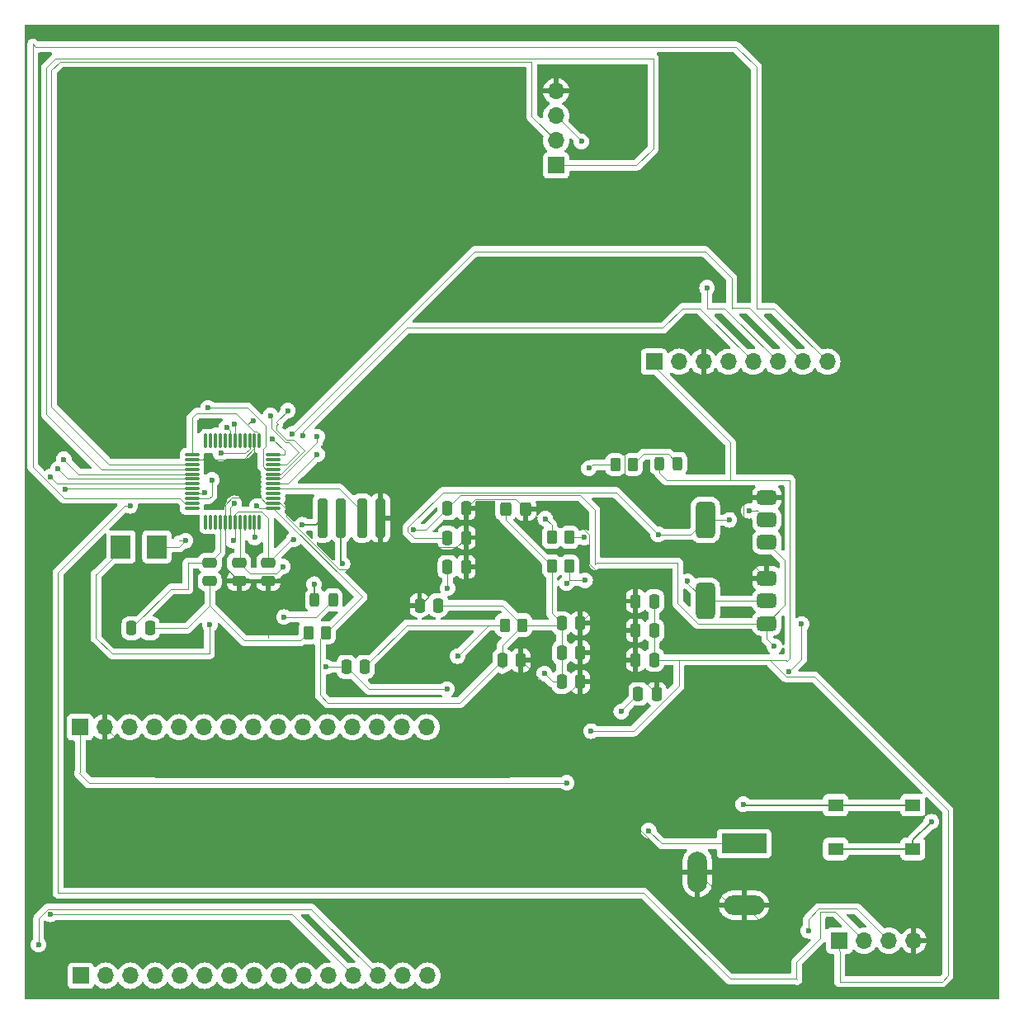
<source format=gbr>
%TF.GenerationSoftware,KiCad,Pcbnew,8.0.1*%
%TF.CreationDate,2024-04-21T10:41:16+07:00*%
%TF.ProjectId,RIFD_Final,52494644-5f46-4696-9e61-6c2e6b696361,rev?*%
%TF.SameCoordinates,Original*%
%TF.FileFunction,Copper,L2,Bot*%
%TF.FilePolarity,Positive*%
%FSLAX46Y46*%
G04 Gerber Fmt 4.6, Leading zero omitted, Abs format (unit mm)*
G04 Created by KiCad (PCBNEW 8.0.1) date 2024-04-21 10:41:16*
%MOMM*%
%LPD*%
G01*
G04 APERTURE LIST*
G04 Aperture macros list*
%AMRoundRect*
0 Rectangle with rounded corners*
0 $1 Rounding radius*
0 $2 $3 $4 $5 $6 $7 $8 $9 X,Y pos of 4 corners*
0 Add a 4 corners polygon primitive as box body*
4,1,4,$2,$3,$4,$5,$6,$7,$8,$9,$2,$3,0*
0 Add four circle primitives for the rounded corners*
1,1,$1+$1,$2,$3*
1,1,$1+$1,$4,$5*
1,1,$1+$1,$6,$7*
1,1,$1+$1,$8,$9*
0 Add four rect primitives between the rounded corners*
20,1,$1+$1,$2,$3,$4,$5,0*
20,1,$1+$1,$4,$5,$6,$7,0*
20,1,$1+$1,$6,$7,$8,$9,0*
20,1,$1+$1,$8,$9,$2,$3,0*%
G04 Aperture macros list end*
%TA.AperFunction,ComponentPad*%
%ADD10R,1.700000X1.700000*%
%TD*%
%TA.AperFunction,ComponentPad*%
%ADD11O,1.700000X1.700000*%
%TD*%
%TA.AperFunction,SMDPad,CuDef*%
%ADD12RoundRect,0.250000X0.250000X0.475000X-0.250000X0.475000X-0.250000X-0.475000X0.250000X-0.475000X0*%
%TD*%
%TA.AperFunction,SMDPad,CuDef*%
%ADD13RoundRect,0.075000X0.075000X-0.662500X0.075000X0.662500X-0.075000X0.662500X-0.075000X-0.662500X0*%
%TD*%
%TA.AperFunction,SMDPad,CuDef*%
%ADD14RoundRect,0.075000X0.662500X-0.075000X0.662500X0.075000X-0.662500X0.075000X-0.662500X-0.075000X0*%
%TD*%
%TA.AperFunction,SMDPad,CuDef*%
%ADD15RoundRect,0.243750X0.243750X0.456250X-0.243750X0.456250X-0.243750X-0.456250X0.243750X-0.456250X0*%
%TD*%
%TA.AperFunction,SMDPad,CuDef*%
%ADD16RoundRect,0.375000X0.625000X0.375000X-0.625000X0.375000X-0.625000X-0.375000X0.625000X-0.375000X0*%
%TD*%
%TA.AperFunction,SMDPad,CuDef*%
%ADD17RoundRect,0.500000X0.500000X1.400000X-0.500000X1.400000X-0.500000X-1.400000X0.500000X-1.400000X0*%
%TD*%
%TA.AperFunction,SMDPad,CuDef*%
%ADD18RoundRect,0.250000X0.262500X0.450000X-0.262500X0.450000X-0.262500X-0.450000X0.262500X-0.450000X0*%
%TD*%
%TA.AperFunction,ComponentPad*%
%ADD19R,4.600000X2.000000*%
%TD*%
%TA.AperFunction,ComponentPad*%
%ADD20O,4.200000X2.000000*%
%TD*%
%TA.AperFunction,ComponentPad*%
%ADD21O,2.000000X4.200000*%
%TD*%
%TA.AperFunction,SMDPad,CuDef*%
%ADD22R,2.000000X2.400000*%
%TD*%
%TA.AperFunction,SMDPad,CuDef*%
%ADD23R,1.550000X1.300000*%
%TD*%
%TA.AperFunction,SMDPad,CuDef*%
%ADD24RoundRect,0.250000X0.475000X-0.250000X0.475000X0.250000X-0.475000X0.250000X-0.475000X-0.250000X0*%
%TD*%
%TA.AperFunction,SMDPad,CuDef*%
%ADD25RoundRect,0.250000X0.262500X1.775000X-0.262500X1.775000X-0.262500X-1.775000X0.262500X-1.775000X0*%
%TD*%
%TA.AperFunction,SMDPad,CuDef*%
%ADD26RoundRect,0.250000X0.325000X0.450000X-0.325000X0.450000X-0.325000X-0.450000X0.325000X-0.450000X0*%
%TD*%
%TA.AperFunction,ViaPad*%
%ADD27C,0.600000*%
%TD*%
%TA.AperFunction,Conductor*%
%ADD28C,0.200000*%
%TD*%
%TA.AperFunction,Conductor*%
%ADD29C,0.100000*%
%TD*%
G04 APERTURE END LIST*
D10*
%TO.P,J1,1,Pin_1*%
%TO.N,SCL_LCD*%
X124600000Y-42350000D03*
D11*
%TO.P,J1,2,Pin_2*%
%TO.N,SDA_LCD*%
X124600000Y-39810000D03*
%TO.P,J1,3,Pin_3*%
%TO.N,+5V*%
X124600000Y-37270000D03*
%TO.P,J1,4,Pin_4*%
%TO.N,GND*%
X124600000Y-34730000D03*
%TD*%
D10*
%TO.P,J5,1,Pin_1*%
%TO.N,unconnected-(J5-Pin_1-Pad1)*%
X75840000Y-125500000D03*
D11*
%TO.P,J5,2,Pin_2*%
%TO.N,unconnected-(J5-Pin_2-Pad2)*%
X78380000Y-125500000D03*
%TO.P,J5,3,Pin_3*%
%TO.N,unconnected-(J5-Pin_3-Pad3)*%
X80920000Y-125500000D03*
%TO.P,J5,4,Pin_4*%
%TO.N,unconnected-(J5-Pin_4-Pad4)*%
X83460000Y-125500000D03*
%TO.P,J5,5,Pin_5*%
%TO.N,unconnected-(J5-Pin_5-Pad5)*%
X86000000Y-125500000D03*
%TO.P,J5,6,Pin_6*%
%TO.N,unconnected-(J5-Pin_6-Pad6)*%
X88540000Y-125500000D03*
%TO.P,J5,7,Pin_7*%
%TO.N,unconnected-(J5-Pin_7-Pad7)*%
X91080000Y-125500000D03*
%TO.P,J5,8,Pin_8*%
%TO.N,unconnected-(J5-Pin_8-Pad8)*%
X93620000Y-125500000D03*
%TO.P,J5,9,Pin_9*%
%TO.N,unconnected-(J5-Pin_9-Pad9)*%
X96160000Y-125500000D03*
%TO.P,J5,10,Pin_10*%
%TO.N,unconnected-(J5-Pin_10-Pad10)*%
X98700000Y-125500000D03*
%TO.P,J5,11,Pin_11*%
%TO.N,unconnected-(J5-Pin_11-Pad11)*%
X101240000Y-125500000D03*
%TO.P,J5,12,Pin_12*%
%TO.N,RX_ESP*%
X103780000Y-125500000D03*
%TO.P,J5,13,Pin_13*%
%TO.N,TX_ESP*%
X106320000Y-125500000D03*
%TO.P,J5,14,Pin_14*%
%TO.N,unconnected-(J5-Pin_14-Pad14)*%
X108860000Y-125500000D03*
%TO.P,J5,15,Pin_15*%
%TO.N,unconnected-(J5-Pin_15-Pad15)*%
X111400000Y-125500000D03*
%TD*%
D10*
%TO.P,J4,1,Pin_1*%
%TO.N,+5V*%
X75760000Y-100000000D03*
D11*
%TO.P,J4,2,Pin_2*%
%TO.N,GND*%
X78300000Y-100000000D03*
%TO.P,J4,3,Pin_3*%
%TO.N,unconnected-(J4-Pin_3-Pad3)*%
X80840000Y-100000000D03*
%TO.P,J4,4,Pin_4*%
%TO.N,unconnected-(J4-Pin_4-Pad4)*%
X83380000Y-100000000D03*
%TO.P,J4,5,Pin_5*%
%TO.N,unconnected-(J4-Pin_5-Pad5)*%
X85920000Y-100000000D03*
%TO.P,J4,6,Pin_6*%
%TO.N,unconnected-(J4-Pin_6-Pad6)*%
X88460000Y-100000000D03*
%TO.P,J4,7,Pin_7*%
%TO.N,unconnected-(J4-Pin_7-Pad7)*%
X91000000Y-100000000D03*
%TO.P,J4,8,Pin_8*%
%TO.N,unconnected-(J4-Pin_8-Pad8)*%
X93540000Y-100000000D03*
%TO.P,J4,9,Pin_9*%
%TO.N,unconnected-(J4-Pin_9-Pad9)*%
X96080000Y-100000000D03*
%TO.P,J4,10,Pin_10*%
%TO.N,unconnected-(J4-Pin_10-Pad10)*%
X98620000Y-100000000D03*
%TO.P,J4,11,Pin_11*%
%TO.N,unconnected-(J4-Pin_11-Pad11)*%
X101160000Y-100000000D03*
%TO.P,J4,12,Pin_12*%
%TO.N,unconnected-(J4-Pin_12-Pad12)*%
X103700000Y-100000000D03*
%TO.P,J4,13,Pin_13*%
%TO.N,unconnected-(J4-Pin_13-Pad13)*%
X106240000Y-100000000D03*
%TO.P,J4,14,Pin_14*%
%TO.N,unconnected-(J4-Pin_14-Pad14)*%
X108780000Y-100000000D03*
%TO.P,J4,15,Pin_15*%
%TO.N,unconnected-(J4-Pin_15-Pad15)*%
X111320000Y-100000000D03*
%TD*%
D10*
%TO.P,J2,1,Pin_1*%
%TO.N,+3.3V*%
X134660000Y-62500000D03*
D11*
%TO.P,J2,2,Pin_2*%
%TO.N,unconnected-(J2-Pin_2-Pad2)*%
X137200000Y-62500000D03*
%TO.P,J2,3,Pin_3*%
%TO.N,GND*%
X139740000Y-62500000D03*
%TO.P,J2,4,Pin_4*%
%TO.N,unconnected-(J2-Pin_4-Pad4)*%
X142280000Y-62500000D03*
%TO.P,J2,5,Pin_5*%
%TO.N,MISO_RF*%
X144820000Y-62500000D03*
%TO.P,J2,6,Pin_6*%
%TO.N,MOSI_RF*%
X147360000Y-62500000D03*
%TO.P,J2,7,Pin_7*%
%TO.N,SCK_RF*%
X149900000Y-62500000D03*
%TO.P,J2,8,Pin_8*%
%TO.N,SS_RF*%
X152440000Y-62500000D03*
%TD*%
D12*
%TO.P,C2,1*%
%TO.N,GND*%
X115355000Y-77535000D03*
%TO.P,C2,2*%
%TO.N,Net-(U1-VI)*%
X113455000Y-77535000D03*
%TD*%
D13*
%TO.P,U3,1,VBAT*%
%TO.N,unconnected-(U3-VBAT-Pad1)*%
X94162500Y-78937500D03*
%TO.P,U3,2,PC13*%
%TO.N,Net-(U3-PC13)*%
X93662500Y-78937500D03*
%TO.P,U3,3,PC14*%
%TO.N,unconnected-(U3-PC14-Pad3)*%
X93162500Y-78937500D03*
%TO.P,U3,4,PC15*%
%TO.N,unconnected-(U3-PC15-Pad4)*%
X92662500Y-78937500D03*
%TO.P,U3,5,PD0*%
%TO.N,Net-(U3-PD0)*%
X92162500Y-78937500D03*
%TO.P,U3,6,PD1*%
%TO.N,Net-(U3-PD1)*%
X91662500Y-78937500D03*
%TO.P,U3,7,NRST*%
%TO.N,Net-(U3-NRST)*%
X91162500Y-78937500D03*
%TO.P,U3,8,VSSA*%
%TO.N,GND*%
X90662500Y-78937500D03*
%TO.P,U3,9,VDDA*%
%TO.N,Net-(U3-VDDA)*%
X90162500Y-78937500D03*
%TO.P,U3,10,PA0*%
%TO.N,unconnected-(U3-PA0-Pad10)*%
X89662500Y-78937500D03*
%TO.P,U3,11,PA1*%
%TO.N,unconnected-(U3-PA1-Pad11)*%
X89162500Y-78937500D03*
%TO.P,U3,12,PA2*%
%TO.N,unconnected-(U3-PA2-Pad12)*%
X88662500Y-78937500D03*
D14*
%TO.P,U3,13,PA3*%
%TO.N,unconnected-(U3-PA3-Pad13)*%
X87250000Y-77525000D03*
%TO.P,U3,14,PA4*%
%TO.N,SS_RF*%
X87250000Y-77025000D03*
%TO.P,U3,15,PA5*%
%TO.N,SCK_RF*%
X87250000Y-76525000D03*
%TO.P,U3,16,PA6*%
%TO.N,MISO_RF*%
X87250000Y-76025000D03*
%TO.P,U3,17,PA7*%
%TO.N,MOSI_RF*%
X87250000Y-75525000D03*
%TO.P,U3,18,PB0*%
%TO.N,R1*%
X87250000Y-75025000D03*
%TO.P,U3,19,PB1*%
%TO.N,R2*%
X87250000Y-74525000D03*
%TO.P,U3,20,PB2*%
%TO.N,R3*%
X87250000Y-74025000D03*
%TO.P,U3,21,PB10*%
%TO.N,SCL_LCD*%
X87250000Y-73525000D03*
%TO.P,U3,22,PB11*%
%TO.N,SDA_LCD*%
X87250000Y-73025000D03*
%TO.P,U3,23,VSS*%
%TO.N,GND*%
X87250000Y-72525000D03*
%TO.P,U3,24,VDD*%
%TO.N,+3.3V*%
X87250000Y-72025000D03*
D13*
%TO.P,U3,25,PB12*%
%TO.N,unconnected-(U3-PB12-Pad25)*%
X88662500Y-70612500D03*
%TO.P,U3,26,PB13*%
%TO.N,unconnected-(U3-PB13-Pad26)*%
X89162500Y-70612500D03*
%TO.P,U3,27,PB14*%
%TO.N,unconnected-(U3-PB14-Pad27)*%
X89662500Y-70612500D03*
%TO.P,U3,28,PB15*%
%TO.N,unconnected-(U3-PB15-Pad28)*%
X90162500Y-70612500D03*
%TO.P,U3,29,PA8*%
%TO.N,unconnected-(U3-PA8-Pad29)*%
X90662500Y-70612500D03*
%TO.P,U3,30,PA9*%
%TO.N,RX_ESP*%
X91162500Y-70612500D03*
%TO.P,U3,31,PA10*%
%TO.N,TX_ESP*%
X91662500Y-70612500D03*
%TO.P,U3,32,PA11*%
%TO.N,unconnected-(U3-PA11-Pad32)*%
X92162500Y-70612500D03*
%TO.P,U3,33,PA12*%
%TO.N,unconnected-(U3-PA12-Pad33)*%
X92662500Y-70612500D03*
%TO.P,U3,34,PA13*%
%TO.N,SWDIO*%
X93162500Y-70612500D03*
%TO.P,U3,35,VSS*%
%TO.N,GND*%
X93662500Y-70612500D03*
%TO.P,U3,36,VDD*%
%TO.N,+3.3V*%
X94162500Y-70612500D03*
D14*
%TO.P,U3,37,PA14*%
%TO.N,SWCLK*%
X95575000Y-72025000D03*
%TO.P,U3,38,PA15*%
%TO.N,unconnected-(U3-PA15-Pad38)*%
X95575000Y-72525000D03*
%TO.P,U3,39,PB3*%
%TO.N,R4*%
X95575000Y-73025000D03*
%TO.P,U3,40,PB4*%
%TO.N,C1*%
X95575000Y-73525000D03*
%TO.P,U3,41,PB5*%
%TO.N,C2*%
X95575000Y-74025000D03*
%TO.P,U3,42,PB6*%
%TO.N,C3*%
X95575000Y-74525000D03*
%TO.P,U3,43,PB7*%
%TO.N,C4*%
X95575000Y-75025000D03*
%TO.P,U3,44,BOOT0*%
%TO.N,Net-(U3-BOOT0)*%
X95575000Y-75525000D03*
%TO.P,U3,45,PB8*%
%TO.N,unconnected-(U3-PB8-Pad45)*%
X95575000Y-76025000D03*
%TO.P,U3,46,PB9*%
%TO.N,unconnected-(U3-PB9-Pad46)*%
X95575000Y-76525000D03*
%TO.P,U3,47,VSS*%
%TO.N,GND*%
X95575000Y-77025000D03*
%TO.P,U3,48,VDD*%
%TO.N,+3.3V*%
X95575000Y-77525000D03*
%TD*%
D12*
%TO.P,C5,1*%
%TO.N,+3.3V*%
X112500000Y-87500000D03*
%TO.P,C5,2*%
%TO.N,GND*%
X110600000Y-87500000D03*
%TD*%
D15*
%TO.P,D2,1,K*%
%TO.N,Net-(D2-K)*%
X137100000Y-72950000D03*
%TO.P,D2,2,A*%
%TO.N,+3.3V*%
X135225000Y-72950000D03*
%TD*%
D16*
%TO.P,U1,1,GND*%
%TO.N,GND*%
X146225000Y-76425000D03*
%TO.P,U1,2,VO*%
%TO.N,Net-(U1-VO)*%
X146225000Y-78725000D03*
D17*
X139925000Y-78725000D03*
D16*
%TO.P,U1,3,VI*%
%TO.N,Net-(U1-VI)*%
X146225000Y-81025000D03*
%TD*%
D12*
%TO.P,C1,1*%
%TO.N,GND*%
X134925000Y-96575000D03*
%TO.P,C1,2*%
%TO.N,Net-(U1-VI)*%
X133025000Y-96575000D03*
%TD*%
%TO.P,C6,1*%
%TO.N,GND*%
X127075000Y-92335000D03*
%TO.P,C6,2*%
%TO.N,+3.3V*%
X125175000Y-92335000D03*
%TD*%
%TO.P,C7,1*%
%TO.N,GND*%
X127075000Y-95345000D03*
%TO.P,C7,2*%
%TO.N,+3.3V*%
X125175000Y-95345000D03*
%TD*%
D16*
%TO.P,U2,1,GND*%
%TO.N,GND*%
X146225000Y-84750000D03*
%TO.P,U2,2,VO*%
%TO.N,Net-(U2-VO)*%
X146225000Y-87050000D03*
D17*
X139925000Y-87050000D03*
D16*
%TO.P,U2,3,VI*%
%TO.N,Net-(U1-VI)*%
X146225000Y-89350000D03*
%TD*%
D10*
%TO.P,J6,1,Pin_1*%
%TO.N,+3.3V*%
X153680000Y-121900000D03*
D11*
%TO.P,J6,2,Pin_2*%
%TO.N,SWDIO*%
X156220000Y-121900000D03*
%TO.P,J6,3,Pin_3*%
%TO.N,SWCLK*%
X158760000Y-121900000D03*
%TO.P,J6,4,Pin_4*%
%TO.N,GND*%
X161300000Y-121900000D03*
%TD*%
D12*
%TO.P,C7,1*%
%TO.N,+3.3V*%
X134675000Y-90075000D03*
%TO.P,C7,2*%
%TO.N,GND*%
X132775000Y-90075000D03*
%TD*%
%TO.P,C5,1*%
%TO.N,GND*%
X127075000Y-89325000D03*
%TO.P,C5,2*%
%TO.N,+3.3V*%
X125175000Y-89325000D03*
%TD*%
D18*
%TO.P,R1,1*%
%TO.N,Net-(U1-VO)*%
X125987500Y-80515000D03*
%TO.P,R1,2*%
%TO.N,+5V*%
X124162500Y-80515000D03*
%TD*%
D15*
%TO.P,F1,1*%
%TO.N,Net-(F1-Pad1)*%
X101712500Y-86925000D03*
%TO.P,F1,2*%
%TO.N,Net-(U1-VI)*%
X99837500Y-86925000D03*
%TD*%
D19*
%TO.P,J3,1*%
%TO.N,Net-(F1-Pad1)*%
X143900000Y-111950000D03*
D20*
%TO.P,J3,2*%
%TO.N,GND*%
X143900000Y-118250000D03*
D21*
%TO.P,J3,3*%
X139100000Y-114850000D03*
%TD*%
D12*
%TO.P,C3,1*%
%TO.N,GND*%
X115355000Y-80545000D03*
%TO.P,C3,2*%
%TO.N,Net-(U1-VO)*%
X113455000Y-80545000D03*
%TD*%
D18*
%TO.P,R6,1*%
%TO.N,+3.3V*%
X121160000Y-89520000D03*
%TO.P,R6,2*%
%TO.N,Net-(Button_RS1-Pad2)*%
X119335000Y-89520000D03*
%TD*%
D22*
%TO.P,Y1,1,1*%
%TO.N,Net-(U3-PD1)*%
X83650000Y-81500000D03*
%TO.P,Y1,2,2*%
%TO.N,Net-(U3-PD0)*%
X79950000Y-81500000D03*
%TD*%
D23*
%TO.P,Button_RS1,1,1*%
%TO.N,Net-(U3-NRST)*%
X161225000Y-108000000D03*
X153275000Y-108000000D03*
%TO.P,Button_RS1,2,2*%
%TO.N,Net-(Button_RS1-Pad2)*%
X161225000Y-112500000D03*
X153275000Y-112500000D03*
%TD*%
D12*
%TO.P,10u1,1*%
%TO.N,Net-(10u1-Pad1)*%
X82935000Y-89850000D03*
%TO.P,10u1,2*%
%TO.N,Net-(U3-VDDA)*%
X81035000Y-89850000D03*
%TD*%
%TO.P,C4,1*%
%TO.N,GND*%
X115355000Y-83555000D03*
%TO.P,C4,2*%
%TO.N,Net-(U2-VO)*%
X113455000Y-83555000D03*
%TD*%
%TO.P,C11,1*%
%TO.N,Net-(Button_RS1-Pad2)*%
X105000000Y-93800000D03*
%TO.P,C11,2*%
%TO.N,Net-(U3-NRST)*%
X103100000Y-93800000D03*
%TD*%
D18*
%TO.P,R7,1*%
%TO.N,+3.3V*%
X101000000Y-90300000D03*
%TO.P,R7,2*%
%TO.N,Net-(10u1-Pad1)*%
X99175000Y-90300000D03*
%TD*%
D24*
%TO.P,C9,1*%
%TO.N,GND*%
X95075000Y-85025000D03*
%TO.P,C9,2*%
%TO.N,Net-(U3-PD1)*%
X95075000Y-83125000D03*
%TD*%
%TO.P,C12,1*%
%TO.N,Net-(10u1-Pad1)*%
X89055000Y-85025000D03*
%TO.P,C12,2*%
%TO.N,Net-(U3-VDDA)*%
X89055000Y-83125000D03*
%TD*%
D25*
%TO.P,R4,1*%
%TO.N,GND*%
X106575000Y-78525000D03*
%TO.P,R4,2*%
%TO.N,Net-(U3-BOOT0)*%
X104700000Y-78525000D03*
%TD*%
D18*
%TO.P,R3,1*%
%TO.N,Net-(D2-K)*%
X132500000Y-73050000D03*
%TO.P,R3,2*%
%TO.N,Net-(U3-PC13)*%
X130675000Y-73050000D03*
%TD*%
D12*
%TO.P,C8,1*%
%TO.N,+3.3V*%
X134675000Y-93085000D03*
%TO.P,C8,2*%
%TO.N,GND*%
X132775000Y-93085000D03*
%TD*%
%TO.P,C8,1*%
%TO.N,GND*%
X120975000Y-93125000D03*
%TO.P,C8,2*%
%TO.N,+3.3V*%
X119075000Y-93125000D03*
%TD*%
D26*
%TO.P,D1,1,K*%
%TO.N,GND*%
X121475000Y-77610000D03*
%TO.P,D1,2,A*%
%TO.N,+3.3V*%
X119425000Y-77610000D03*
%TD*%
D25*
%TO.P,R5,1*%
%TO.N,Net-(U3-PD0)*%
X102512500Y-78525000D03*
%TO.P,R5,2*%
%TO.N,Net-(U3-PD1)*%
X100637500Y-78525000D03*
%TD*%
D18*
%TO.P,R2,1*%
%TO.N,Net-(U2-VO)*%
X125987500Y-83465000D03*
%TO.P,R2,2*%
%TO.N,+3.3V*%
X124162500Y-83465000D03*
%TD*%
D24*
%TO.P,C10,1*%
%TO.N,GND*%
X92065000Y-85025000D03*
%TO.P,C10,2*%
%TO.N,Net-(U3-PD0)*%
X92065000Y-83125000D03*
%TD*%
D12*
%TO.P,C6,1*%
%TO.N,+3.3V*%
X134675000Y-87065000D03*
%TO.P,C6,2*%
%TO.N,GND*%
X132775000Y-87065000D03*
%TD*%
D27*
%TO.N,Net-(U3-PD0)*%
X96575000Y-83525000D03*
X89075000Y-89475000D03*
X102685000Y-83235000D03*
%TO.N,Net-(U3-PD1)*%
X97675000Y-80725000D03*
X98575000Y-79225000D03*
X86575000Y-80850000D03*
X91500000Y-80850000D03*
%TO.N,Net-(U3-PC13)*%
X93675000Y-80525000D03*
X127975000Y-73425000D03*
%TO.N,GND*%
X129000000Y-37700000D03*
X142875000Y-84125000D03*
X133700000Y-84300000D03*
X131600000Y-60800000D03*
%TO.N,Net-(U2-VO)*%
X138075000Y-85025000D03*
X127575000Y-84925000D03*
X125675000Y-85225000D03*
X113475000Y-85725000D03*
%TO.N,Net-(U1-VO)*%
X142375000Y-78725000D03*
X127475000Y-80525000D03*
X135075000Y-80225000D03*
X144400000Y-77800000D03*
%TO.N,Net-(U1-VI)*%
X148500000Y-94300000D03*
X131300000Y-98400000D03*
X109975000Y-79725000D03*
X147000000Y-91700000D03*
X99775000Y-85325000D03*
X149800000Y-89400000D03*
%TO.N,+3.3V*%
X123400000Y-94500000D03*
X93900000Y-77300000D03*
X128200000Y-100400000D03*
X93500000Y-68600000D03*
%TO.N,MISO_RF*%
X88575000Y-75925000D03*
X98585000Y-70125000D03*
%TO.N,+5V*%
X127200000Y-39900000D03*
X123500000Y-78600000D03*
X125700000Y-105700000D03*
%TO.N,MOSI_RF*%
X74200000Y-75600000D03*
X140100000Y-54900000D03*
%TO.N,SWCLK*%
X95500000Y-70400000D03*
X150500000Y-120900000D03*
%TO.N,SWDIO*%
X80900000Y-77300000D03*
X90200000Y-71900000D03*
%TO.N,SCK_RF*%
X97485000Y-69925000D03*
X89275000Y-74625000D03*
%TO.N,Net-(U3-NRST)*%
X101000000Y-93800000D03*
X143800000Y-107900000D03*
X113400000Y-96100000D03*
X91575000Y-77025000D03*
%TO.N,Net-(F1-Pad1)*%
X134100000Y-110600000D03*
X96700000Y-88700000D03*
%TO.N,R1*%
X72700000Y-74300000D03*
%TO.N,C1*%
X88885000Y-67225000D03*
%TO.N,R2*%
X73500000Y-73500000D03*
%TO.N,R3*%
X74100000Y-72500000D03*
%TO.N,R4*%
X95285000Y-68025000D03*
%TO.N,C2*%
X97085000Y-67525000D03*
%TO.N,C3*%
X100100000Y-70200000D03*
%TO.N,C4*%
X100100000Y-72000000D03*
%TO.N,Net-(Button_RS1-Pad2)*%
X114500000Y-92700000D03*
X163100000Y-109700000D03*
%TO.N,TX_ESP*%
X91600000Y-68900000D03*
X71500000Y-122300000D03*
%TO.N,RX_ESP*%
X72700000Y-119200000D03*
X90800000Y-69200000D03*
%TD*%
D28*
%TO.N,Net-(U3-BOOT0)*%
X104700000Y-77890256D02*
X104700000Y-78525000D01*
D29*
X102334744Y-75525000D02*
X104700000Y-77890256D01*
X95575000Y-75525000D02*
X102334744Y-75525000D01*
%TO.N,Net-(U3-PD0)*%
X92065000Y-83125000D02*
X93165000Y-84225000D01*
D28*
X92065000Y-83125000D02*
X92162500Y-83027500D01*
X102512500Y-83062500D02*
X102512500Y-78525000D01*
D29*
X79950000Y-81825000D02*
X77375000Y-84400000D01*
X77375000Y-90825000D02*
X79075000Y-92475000D01*
X77375000Y-84335000D02*
X77375000Y-84400000D01*
D28*
X89025000Y-89525000D02*
X89075000Y-89475000D01*
D29*
X93165000Y-84225000D02*
X95875000Y-84225000D01*
X89025000Y-92475000D02*
X89025000Y-89525000D01*
X92162500Y-83027500D02*
X92162500Y-78937500D01*
X95875000Y-84225000D02*
X96575000Y-83525000D01*
D28*
X102685000Y-83235000D02*
X102512500Y-83062500D01*
D29*
X77375000Y-84400000D02*
X77375000Y-90825000D01*
X79075000Y-92475000D02*
X89025000Y-92475000D01*
X79950000Y-81500000D02*
X79950000Y-81825000D01*
%TO.N,Net-(U3-PD1)*%
X95075000Y-83125000D02*
X97475000Y-80725000D01*
D28*
X86525000Y-80825000D02*
X86500000Y-80825000D01*
D29*
X91930090Y-77900000D02*
X91662500Y-78167590D01*
X85885000Y-80850000D02*
X86575000Y-80850000D01*
D28*
X99937500Y-79225000D02*
X100637500Y-78525000D01*
D29*
X91662500Y-80687500D02*
X91662500Y-78937500D01*
D28*
X86475000Y-80825000D02*
X86575000Y-80850000D01*
X97475000Y-80725000D02*
X97675000Y-80725000D01*
D29*
X91662500Y-78167590D02*
X91662500Y-78937500D01*
D28*
X98575000Y-79225000D02*
X99937500Y-79225000D01*
X86575000Y-80850000D02*
X86525000Y-80825000D01*
X91500000Y-80850000D02*
X91662500Y-80687500D01*
D29*
X95075000Y-78580090D02*
X94394910Y-77900000D01*
X94394910Y-77900000D02*
X91930090Y-77900000D01*
X83650000Y-81500000D02*
X85925000Y-81500000D01*
X85925000Y-81500000D02*
X86575000Y-80850000D01*
X95075000Y-83125000D02*
X95075000Y-78580090D01*
%TO.N,Net-(U3-PC13)*%
X130675000Y-73050000D02*
X128350000Y-73050000D01*
D28*
X93662500Y-80512500D02*
X93675000Y-80525000D01*
D29*
X93662500Y-78937500D02*
X93662500Y-80512500D01*
X128350000Y-73050000D02*
X127975000Y-73425000D01*
%TO.N,Net-(D2-K)*%
X133600000Y-71950000D02*
X136100000Y-71950000D01*
X132500000Y-73050000D02*
X133600000Y-71950000D01*
X136100000Y-71950000D02*
X137100000Y-72950000D01*
%TO.N,GND*%
X114375000Y-81525000D02*
X115355000Y-80545000D01*
X132775000Y-87065000D02*
X129027132Y-87065000D01*
X126030000Y-34730000D02*
X129000000Y-37700000D01*
X95575000Y-77025000D02*
X96312499Y-77025000D01*
X132775000Y-87065000D02*
X132775000Y-85325000D01*
X142500000Y-118250000D02*
X139100000Y-114850000D01*
X131600000Y-75401534D02*
X131600000Y-60800000D01*
X95075000Y-85025000D02*
X95075000Y-90825000D01*
X125220000Y-97200000D02*
X127075000Y-95345000D01*
X139700000Y-59900000D02*
X139740000Y-59940000D01*
X133695000Y-95345000D02*
X134925000Y-96575000D01*
X146225000Y-84750000D02*
X143500000Y-84750000D01*
X139740000Y-59940000D02*
X139740000Y-62500000D01*
X90662500Y-78937500D02*
X90662500Y-83622500D01*
X111825000Y-86275000D02*
X111825000Y-82150000D01*
X143800000Y-76425000D02*
X143800000Y-82325000D01*
X128025000Y-83225000D02*
X128025000Y-80225000D01*
X116280000Y-76610000D02*
X120475000Y-76610000D01*
X132775000Y-93085000D02*
X132775000Y-94425000D01*
X91347182Y-76475000D02*
X94200000Y-76475000D01*
D28*
X90662500Y-79707410D02*
X90662500Y-78937500D01*
D29*
X124600000Y-34730000D02*
X126030000Y-34730000D01*
X106600000Y-81525000D02*
X106575000Y-81500000D01*
X137572182Y-114850000D02*
X139100000Y-114850000D01*
X116280000Y-76610000D02*
X115355000Y-77535000D01*
X127075000Y-104352818D02*
X137572182Y-114850000D01*
X120975000Y-93125000D02*
X125050000Y-97200000D01*
X143475000Y-76425000D02*
X142975000Y-75925000D01*
X115355000Y-80545000D02*
X115355000Y-83555000D01*
X106575000Y-81525000D02*
X106575000Y-78525000D01*
X90662500Y-78937500D02*
X90662500Y-77159682D01*
X128862132Y-86900000D02*
X128862132Y-84062132D01*
X143900000Y-117800000D02*
X143900000Y-118250000D01*
X125050000Y-97200000D02*
X125220000Y-97200000D01*
X142975000Y-75925000D02*
X132123466Y-75925000D01*
X160500000Y-116100000D02*
X151000000Y-116100000D01*
X96925000Y-77637501D02*
X96925000Y-78352818D01*
X96925000Y-78352818D02*
X102372182Y-83800000D01*
X127075000Y-92335000D02*
X127075000Y-95345000D01*
X111825000Y-82150000D02*
X111200000Y-81525000D01*
X115355000Y-77555000D02*
X115355000Y-80545000D01*
X96312499Y-77025000D02*
X96925000Y-77637501D01*
X104275000Y-83800000D02*
X106575000Y-81500000D01*
X111200000Y-81525000D02*
X106600000Y-81525000D01*
X127075000Y-95345000D02*
X133695000Y-95345000D01*
X127075000Y-97900000D02*
X127075000Y-95345000D01*
X93662500Y-75937500D02*
X94200000Y-76475000D01*
X132500000Y-59900000D02*
X139700000Y-59900000D01*
X94275000Y-76475000D02*
X94825000Y-77025000D01*
X132775000Y-85325000D02*
X133700000Y-84300000D01*
X146225000Y-76425000D02*
X143800000Y-76425000D01*
X128862132Y-84062132D02*
X128025000Y-83225000D01*
X143500000Y-84750000D02*
X142875000Y-84125000D01*
X143800000Y-82325000D02*
X146225000Y-84750000D01*
X102372182Y-83800000D02*
X104275000Y-83800000D01*
X127075000Y-89325000D02*
X128862132Y-87537868D01*
X129027132Y-87065000D02*
X128862132Y-86900000D01*
X115355000Y-77535000D02*
X115335000Y-77535000D01*
X93662500Y-71349999D02*
X93662500Y-70612500D01*
X143900000Y-118250000D02*
X142500000Y-118250000D01*
X132775000Y-94425000D02*
X134925000Y-96575000D01*
X83450000Y-105150000D02*
X119825000Y-105150000D01*
X94825000Y-77025000D02*
X95575000Y-77025000D01*
X161300000Y-116900000D02*
X160500000Y-116100000D01*
X119825000Y-105150000D02*
X127075000Y-97900000D01*
X128025000Y-80225000D02*
X125410000Y-77610000D01*
X125410000Y-77610000D02*
X121475000Y-77610000D01*
X92487499Y-72525000D02*
X93662500Y-71349999D01*
X161300000Y-121900000D02*
X161300000Y-116900000D01*
X133700000Y-84300000D02*
X133700000Y-84400000D01*
X131600000Y-60800000D02*
X132500000Y-59900000D01*
X148900000Y-118200000D02*
X148900000Y-123250000D01*
X115335000Y-77535000D02*
X115355000Y-77555000D01*
X127075000Y-89325000D02*
X127075000Y-92335000D01*
X78300000Y-100000000D02*
X83450000Y-105150000D01*
X128862132Y-87537868D02*
X128862132Y-86900000D01*
X132775000Y-93085000D02*
X132775000Y-90075000D01*
X114375000Y-81525000D02*
X111200000Y-81525000D01*
X132775000Y-87065000D02*
X132775000Y-90075000D01*
X151000000Y-116100000D02*
X148900000Y-118200000D01*
X94200000Y-76475000D02*
X94275000Y-76475000D01*
X92065000Y-85025000D02*
X95075000Y-85025000D01*
X93662500Y-70612500D02*
X93662500Y-75937500D01*
X132123466Y-75925000D02*
X131600000Y-75401534D01*
X87250000Y-72525000D02*
X92487499Y-72525000D01*
X90662500Y-77159682D02*
X91347182Y-76475000D01*
X120475000Y-76610000D02*
X121475000Y-77610000D01*
X90662500Y-83622500D02*
X92065000Y-85025000D01*
X146225000Y-76425000D02*
X143475000Y-76425000D01*
X127075000Y-97900000D02*
X127075000Y-104352818D01*
X110600000Y-87500000D02*
X111825000Y-86275000D01*
X148900000Y-123250000D02*
X143900000Y-118250000D01*
%TO.N,Net-(U2-VO)*%
X113455000Y-83555000D02*
X113455000Y-85705000D01*
X139925000Y-87050000D02*
X138075000Y-85200000D01*
D28*
X138075000Y-85200000D02*
X138075000Y-85025000D01*
X113455000Y-85705000D02*
X113475000Y-85725000D01*
D29*
X139925000Y-87050000D02*
X146225000Y-87050000D01*
D28*
X127575000Y-84925000D02*
X127562500Y-84912500D01*
D29*
X125987500Y-83465000D02*
X125987500Y-84912500D01*
X125987500Y-84912500D02*
X125675000Y-85225000D01*
X125987500Y-84912500D02*
X127575000Y-84925000D01*
%TO.N,Net-(U1-VO)*%
X109400000Y-79927818D02*
X109400000Y-79522182D01*
D28*
X127485000Y-80515000D02*
X127565000Y-80515000D01*
D29*
X145225000Y-77725000D02*
X146225000Y-78725000D01*
X109400000Y-79522182D02*
X113012182Y-75910000D01*
X145150000Y-77800000D02*
X144400000Y-77800000D01*
D28*
X125965000Y-80515000D02*
X125987500Y-80515000D01*
X142375000Y-78725000D02*
X142275000Y-78725000D01*
X127565000Y-80515000D02*
X127575000Y-80525000D01*
D29*
X113012182Y-75910000D02*
X130760000Y-75910000D01*
D28*
X127465000Y-80515000D02*
X127475000Y-80525000D01*
D29*
X145225000Y-77725000D02*
X145150000Y-77800000D01*
X125987500Y-80515000D02*
X127465000Y-80515000D01*
X110017182Y-80545000D02*
X109400000Y-79927818D01*
X130760000Y-75910000D02*
X135075000Y-80225000D01*
D28*
X127475000Y-80525000D02*
X127485000Y-80515000D01*
D29*
X138425000Y-80225000D02*
X135075000Y-80225000D01*
X113455000Y-80545000D02*
X110017182Y-80545000D01*
X139925000Y-78725000D02*
X138425000Y-80225000D01*
X139925000Y-78725000D02*
X142375000Y-78725000D01*
%TO.N,Net-(U1-VI)*%
X148500000Y-94300000D02*
X149800000Y-93000000D01*
X137075000Y-83125000D02*
X128775000Y-83125000D01*
X133025000Y-96575000D02*
X131300000Y-98300000D01*
X131300000Y-98300000D02*
X131300000Y-98400000D01*
X146225000Y-89350000D02*
X146225000Y-90925000D01*
X148100000Y-82900000D02*
X146225000Y-81025000D01*
X149800000Y-93000000D02*
X149800000Y-89400000D01*
X148100000Y-87475000D02*
X148100000Y-82900000D01*
X139186358Y-89350000D02*
X137075000Y-87238642D01*
X127060000Y-76210000D02*
X128575000Y-77725000D01*
X109975000Y-79725000D02*
X111265000Y-79725000D01*
X146225000Y-89350000D02*
X139186358Y-89350000D01*
X146225000Y-90925000D02*
X147000000Y-91700000D01*
D28*
X99837500Y-85387500D02*
X99775000Y-85325000D01*
D29*
X114780000Y-76210000D02*
X127060000Y-76210000D01*
X128775000Y-83125000D02*
X128575000Y-83325000D01*
X111265000Y-79725000D02*
X113455000Y-77535000D01*
X137075000Y-87238642D02*
X137075000Y-83125000D01*
X146225000Y-89350000D02*
X148100000Y-87475000D01*
X128575000Y-77725000D02*
X128575000Y-83325000D01*
X113455000Y-77535000D02*
X114780000Y-76210000D01*
D28*
X99837500Y-86925000D02*
X99837500Y-85387500D01*
D29*
%TO.N,SDA_LCD*%
X72800000Y-67100000D02*
X78725000Y-73025000D01*
X78725000Y-73025000D02*
X87250000Y-73025000D01*
X122100000Y-31700000D02*
X73700000Y-31700000D01*
X73700000Y-31700000D02*
X72800000Y-32600000D01*
X122100000Y-37310000D02*
X122100000Y-31700000D01*
X72800000Y-32600000D02*
X72800000Y-67100000D01*
X124600000Y-39810000D02*
X122100000Y-37310000D01*
%TO.N,Net-(U3-VDDA)*%
X90162500Y-82017500D02*
X89055000Y-83125000D01*
X86825000Y-83175000D02*
X86875000Y-83125000D01*
D28*
X90162500Y-78937500D02*
X90112500Y-78987500D01*
D29*
X90162500Y-78937500D02*
X90162500Y-82017500D01*
X86825000Y-85825000D02*
X86825000Y-83175000D01*
X85060000Y-85825000D02*
X81035000Y-89850000D01*
X86875000Y-83125000D02*
X89055000Y-83125000D01*
X86825000Y-85825000D02*
X85060000Y-85825000D01*
%TO.N,+3.3V*%
X93874198Y-69625000D02*
X94162500Y-69913302D01*
X114700000Y-97500000D02*
X101197182Y-97500000D01*
X148185000Y-93085000D02*
X146500000Y-93085000D01*
X134675000Y-90075000D02*
X134675000Y-93085000D01*
X153680000Y-122950000D02*
X153700000Y-122970000D01*
X135975000Y-74625000D02*
X142500000Y-74625000D01*
X119140000Y-87500000D02*
X121160000Y-89520000D01*
X101000000Y-90300000D02*
X104675000Y-86625000D01*
X148375000Y-74625000D02*
X148575000Y-74625000D01*
X119075000Y-93125000D02*
X114700000Y-97500000D01*
X135225000Y-72950000D02*
X135225000Y-73875000D01*
X164800000Y-123500000D02*
X164800000Y-123400000D01*
X124980000Y-89520000D02*
X125175000Y-89325000D01*
X119075000Y-93964034D02*
X119075000Y-93125000D01*
X142500000Y-74625000D02*
X148375000Y-74625000D01*
X119425000Y-78727500D02*
X124162500Y-83465000D01*
X119075000Y-91605000D02*
X121160000Y-89520000D01*
X142500000Y-70800000D02*
X142500000Y-74625000D01*
X164800000Y-108500000D02*
X151150000Y-94850000D01*
X124245000Y-95345000D02*
X123400000Y-94500000D01*
X148575000Y-92925000D02*
X148300000Y-93200000D01*
X137200000Y-93085000D02*
X137200000Y-95739034D01*
X134675000Y-87065000D02*
X134675000Y-90075000D01*
X95575000Y-77525000D02*
X94125000Y-77525000D01*
X100400000Y-90900000D02*
X101000000Y-90300000D01*
X93625000Y-69625000D02*
X93874198Y-69625000D01*
X134660000Y-62960000D02*
X142500000Y-70800000D01*
X92950000Y-68950000D02*
X93625000Y-69625000D01*
X101197182Y-97500000D02*
X100400000Y-96702818D01*
X91775000Y-67775000D02*
X92950000Y-68950000D01*
X100400000Y-96702818D02*
X100400000Y-90900000D01*
X148265000Y-94850000D02*
X146500000Y-93085000D01*
X121160000Y-89520000D02*
X124980000Y-89520000D01*
X94125000Y-77525000D02*
X93900000Y-77300000D01*
X148300000Y-93200000D02*
X148185000Y-93085000D01*
X132539034Y-100400000D02*
X128200000Y-100400000D01*
X124162500Y-88312500D02*
X125175000Y-89325000D01*
X153680000Y-121900000D02*
X153680000Y-122950000D01*
X164800000Y-125500000D02*
X164800000Y-123400000D01*
X153700000Y-122970000D02*
X153700000Y-126100000D01*
X87725000Y-67775000D02*
X91775000Y-67775000D01*
X125175000Y-95345000D02*
X125175000Y-92335000D01*
X151150000Y-94850000D02*
X148265000Y-94850000D01*
X125175000Y-89325000D02*
X125175000Y-92335000D01*
X137200000Y-95739034D02*
X132539034Y-100400000D01*
X93300000Y-68600000D02*
X93500000Y-68600000D01*
X87250000Y-68250000D02*
X87725000Y-67775000D01*
X148575000Y-74625000D02*
X148575000Y-92925000D01*
X119425000Y-77610000D02*
X119425000Y-78727500D01*
X137200000Y-93085000D02*
X134675000Y-93085000D01*
X104675000Y-86625000D02*
X95575000Y-77525000D01*
X146500000Y-93085000D02*
X137200000Y-93085000D01*
X93900000Y-77300000D02*
X94000000Y-77400000D01*
X124162500Y-83465000D02*
X124162500Y-88312500D01*
X135225000Y-73875000D02*
X135975000Y-74625000D01*
X119075000Y-93125000D02*
X119075000Y-91605000D01*
X125175000Y-95345000D02*
X124245000Y-95345000D01*
X134660000Y-62500000D02*
X134660000Y-62960000D01*
X164800000Y-123400000D02*
X164800000Y-108500000D01*
X87250000Y-72025000D02*
X87250000Y-68250000D01*
X92950000Y-68950000D02*
X93300000Y-68600000D01*
X94162500Y-69913302D02*
X94162500Y-70612500D01*
X112500000Y-87500000D02*
X119140000Y-87500000D01*
X164200000Y-126100000D02*
X164800000Y-125500000D01*
X153700000Y-126100000D02*
X164200000Y-126100000D01*
%TO.N,MISO_RF*%
X98585000Y-69700000D02*
X98585000Y-69688603D01*
X109250000Y-59035000D02*
X98585000Y-69700000D01*
X87250000Y-76025000D02*
X88475000Y-76025000D01*
X139355000Y-57035000D02*
X137540000Y-57035000D01*
D28*
X88475000Y-76025000D02*
X88575000Y-75925000D01*
D29*
X137540000Y-57035000D02*
X135540000Y-59035000D01*
X144820000Y-62500000D02*
X139355000Y-57035000D01*
X135540000Y-59035000D02*
X109250000Y-59035000D01*
X98585000Y-70125000D02*
X98585000Y-69700000D01*
%TO.N,+5V*%
X125700000Y-105700000D02*
X125800000Y-105700000D01*
X124600000Y-37270000D02*
X127200000Y-39870000D01*
X76700000Y-105700000D02*
X125700000Y-105700000D01*
X124162500Y-80515000D02*
X124162500Y-79262500D01*
X127200000Y-39870000D02*
X127200000Y-39900000D01*
X124162500Y-79262500D02*
X123500000Y-78600000D01*
X75700000Y-104700000D02*
X76700000Y-105700000D01*
X75760000Y-100000000D02*
X75760000Y-104640000D01*
X75760000Y-104640000D02*
X75700000Y-104700000D01*
%TO.N,MOSI_RF*%
X141895000Y-57035000D02*
X147360000Y-62500000D01*
X140100000Y-54900000D02*
X140100000Y-55100000D01*
X140080000Y-54920000D02*
X140100000Y-54900000D01*
X140080000Y-57035000D02*
X141895000Y-57035000D01*
X87250000Y-75525000D02*
X74275000Y-75525000D01*
X140080000Y-57035000D02*
X140080000Y-54920000D01*
X74275000Y-75525000D02*
X74200000Y-75600000D01*
X140100000Y-55100000D02*
X140080000Y-55120000D01*
%TO.N,SWCLK*%
X96725000Y-71625000D02*
X95500000Y-70400000D01*
X151575736Y-118600000D02*
X155460000Y-118600000D01*
X155460000Y-118600000D02*
X158760000Y-121900000D01*
X150500000Y-119675736D02*
X151575736Y-118600000D01*
X96725000Y-72025000D02*
X96725000Y-71625000D01*
X95575000Y-72025000D02*
X96725000Y-72025000D01*
X150500000Y-120900000D02*
X150500000Y-119675736D01*
D28*
%TO.N,unconnected-(U3-PB14-Pad27)*%
X89662500Y-69842590D02*
X89662500Y-70612500D01*
D29*
%TO.N,SWDIO*%
X80300000Y-77300000D02*
X73500000Y-84100000D01*
X93162500Y-71425735D02*
X92688235Y-71900000D01*
X151700000Y-118900000D02*
X153220000Y-118900000D01*
X151700000Y-121680000D02*
X151700000Y-118900000D01*
X149261827Y-125838173D02*
X149261827Y-124118173D01*
X149261827Y-125838173D02*
X149323654Y-125900000D01*
X142438173Y-125838173D02*
X149261827Y-125838173D01*
X93162500Y-70612500D02*
X93162500Y-71425735D01*
X73500000Y-117000000D02*
X133600000Y-117000000D01*
X92688235Y-71900000D02*
X90200000Y-71900000D01*
X73500000Y-84100000D02*
X73500000Y-117000000D01*
X133600000Y-117000000D02*
X142438173Y-125838173D01*
X153220000Y-118900000D02*
X156220000Y-121900000D01*
X80900000Y-77300000D02*
X80300000Y-77300000D01*
X149261827Y-124118173D02*
X151700000Y-121680000D01*
%TO.N,SCK_RF*%
X142620000Y-57000000D02*
X142620000Y-57035000D01*
X88975000Y-76525000D02*
X87250000Y-76525000D01*
X142620000Y-57000000D02*
X144400000Y-57000000D01*
X139900000Y-51200000D02*
X142620000Y-53920000D01*
X142620000Y-53920000D02*
X142620000Y-57000000D01*
X144400000Y-57000000D02*
X149900000Y-62500000D01*
X97485000Y-69925000D02*
X97485000Y-69649264D01*
X116210000Y-51200000D02*
X139900000Y-51200000D01*
X89275000Y-76225000D02*
X88975000Y-76525000D01*
X89275000Y-74625000D02*
X89275000Y-76225000D01*
X97485000Y-69925000D02*
X116210000Y-51200000D01*
D28*
%TO.N,unconnected-(U3-PC15-Pad4)*%
X92662500Y-79707410D02*
X92662500Y-78937500D01*
D29*
%TO.N,SS_RF*%
X70900000Y-29900000D02*
X70900000Y-73277818D01*
X70900000Y-73277818D02*
X74122182Y-76500000D01*
X145160000Y-32260000D02*
X143100000Y-30200000D01*
X145160000Y-57035000D02*
X146975000Y-57035000D01*
X86550802Y-77025000D02*
X87250000Y-77025000D01*
X86025802Y-76500000D02*
X86550802Y-77025000D01*
X143100000Y-30200000D02*
X71200000Y-30200000D01*
X74122182Y-76500000D02*
X86025802Y-76500000D01*
X145160000Y-57035000D02*
X145160000Y-32260000D01*
X71200000Y-30200000D02*
X70900000Y-29900000D01*
X146975000Y-57035000D02*
X152440000Y-62500000D01*
%TO.N,SCL_LCD*%
X73200000Y-31400000D02*
X72300000Y-32300000D01*
X132850000Y-42350000D02*
X134600000Y-40600000D01*
X72300000Y-67900000D02*
X77925000Y-73525000D01*
X77925000Y-73525000D02*
X87250000Y-73525000D01*
X72300000Y-32300000D02*
X72300000Y-67900000D01*
X124600000Y-42350000D02*
X132850000Y-42350000D01*
X134600000Y-31400000D02*
X73200000Y-31400000D01*
X134600000Y-40600000D02*
X134600000Y-31400000D01*
%TO.N,Net-(U3-NRST)*%
X91162500Y-77437500D02*
X91575000Y-77025000D01*
D28*
X143900000Y-108000000D02*
X143800000Y-107900000D01*
X153275000Y-108000000D02*
X143900000Y-108000000D01*
D29*
X103100000Y-93800000D02*
X105400000Y-96100000D01*
D28*
X161225000Y-108000000D02*
X153275000Y-108000000D01*
D29*
X91162500Y-78937500D02*
X91162500Y-77437500D01*
X103100000Y-93800000D02*
X101000000Y-93800000D01*
X105400000Y-96100000D02*
X113400000Y-96100000D01*
%TO.N,Net-(F1-Pad1)*%
X135450000Y-111950000D02*
X134100000Y-110600000D01*
X99937500Y-88700000D02*
X96700000Y-88700000D01*
X143900000Y-111950000D02*
X135450000Y-111950000D01*
X101712500Y-86925000D02*
X99937500Y-88700000D01*
%TO.N,Net-(10u1-Pad1)*%
X86736346Y-89850000D02*
X82935000Y-89850000D01*
X92648654Y-91125000D02*
X89055000Y-87531346D01*
X89055000Y-85025000D02*
X89055000Y-87531346D01*
X99175000Y-90300000D02*
X98350000Y-91125000D01*
X89055000Y-87531346D02*
X86736346Y-89850000D01*
X98350000Y-91125000D02*
X92648654Y-91125000D01*
%TO.N,R1*%
X73425000Y-75025000D02*
X72700000Y-74300000D01*
X87250000Y-75025000D02*
X73425000Y-75025000D01*
%TO.N,C1*%
X94800000Y-71174198D02*
X94537500Y-71436698D01*
X94805090Y-73525000D02*
X95575000Y-73525000D01*
X92925000Y-67225000D02*
X94800000Y-69100000D01*
X88885000Y-67225000D02*
X92925000Y-67225000D01*
X94537500Y-71436698D02*
X94537500Y-73257410D01*
X94800000Y-69100000D02*
X94800000Y-71174198D01*
X94537500Y-73257410D02*
X94805090Y-73525000D01*
%TO.N,R2*%
X74525000Y-74525000D02*
X73500000Y-73500000D01*
X87250000Y-74525000D02*
X74525000Y-74525000D01*
%TO.N,R3*%
X87250000Y-74025000D02*
X75625000Y-74025000D01*
X75625000Y-74025000D02*
X74100000Y-72500000D01*
%TO.N,R4*%
X98172823Y-71772823D02*
X96920646Y-73025000D01*
X97175000Y-70775000D02*
X98172823Y-71772823D01*
X95385000Y-69327082D02*
X96832918Y-70775000D01*
X95285000Y-68025000D02*
X95385000Y-68125000D01*
X96832918Y-70775000D02*
X97175000Y-70775000D01*
X96920646Y-73025000D02*
X96344910Y-73025000D01*
X95385000Y-68125000D02*
X95385000Y-69327082D01*
D28*
X96344910Y-73025000D02*
X95575000Y-73025000D01*
D29*
%TO.N,C2*%
X96344910Y-74025000D02*
X95575000Y-74025000D01*
X95935000Y-68735000D02*
X96066091Y-68866091D01*
X95935000Y-68675000D02*
X95935000Y-68735000D01*
X96066091Y-68866091D02*
X95935000Y-68997182D01*
X95935000Y-68997182D02*
X95935000Y-69452818D01*
X98784955Y-71584955D02*
X96344910Y-74025000D01*
X97085000Y-67525000D02*
X95935000Y-68675000D01*
X96957182Y-70475000D02*
X97675000Y-70475000D01*
X97675000Y-70475000D02*
X98784955Y-71584955D01*
X95935000Y-69452818D02*
X96957182Y-70475000D01*
%TO.N,C3*%
X95575000Y-74525000D02*
X96344910Y-74525000D01*
X100100000Y-70769910D02*
X100100000Y-70200000D01*
X96344910Y-74525000D02*
X100100000Y-70769910D01*
%TO.N,C4*%
X95575000Y-75025000D02*
X97075000Y-75025000D01*
X97075000Y-75025000D02*
X100100000Y-72000000D01*
%TO.N,Net-(Button_RS1-Pad2)*%
X119335000Y-89520000D02*
X117680000Y-89520000D01*
X109280000Y-89520000D02*
X119335000Y-89520000D01*
X105000000Y-93800000D02*
X109280000Y-89520000D01*
D28*
X161225000Y-111575000D02*
X163100000Y-109700000D01*
X161225000Y-112500000D02*
X161225000Y-111575000D01*
D29*
X117680000Y-89520000D02*
X114500000Y-92700000D01*
D28*
X153275000Y-112500000D02*
X161225000Y-112500000D01*
D29*
%TO.N,TX_ESP*%
X71500000Y-122300000D02*
X71500000Y-119622182D01*
X99470000Y-118650000D02*
X106320000Y-125500000D01*
X71500000Y-119622182D02*
X72472182Y-118650000D01*
X72472182Y-118650000D02*
X99470000Y-118650000D01*
X91662500Y-70612500D02*
X91662500Y-68962500D01*
X91662500Y-68962500D02*
X91600000Y-68900000D01*
%TO.N,RX_ESP*%
X97480000Y-119200000D02*
X72700000Y-119200000D01*
X91162500Y-70612500D02*
X91162500Y-69562500D01*
X103780000Y-125500000D02*
X97480000Y-119200000D01*
X91162500Y-69562500D02*
X90800000Y-69200000D01*
%TD*%
%TA.AperFunction,Conductor*%
%TO.N,GND*%
G36*
X126847652Y-76780185D02*
G01*
X126868294Y-76796819D01*
X127988181Y-77916705D01*
X128021666Y-77978028D01*
X128024500Y-78004386D01*
X128024500Y-79700503D01*
X128004815Y-79767542D01*
X127952011Y-79813297D01*
X127882853Y-79823241D01*
X127834532Y-79805499D01*
X127824526Y-79799212D01*
X127654254Y-79739631D01*
X127654249Y-79739630D01*
X127475004Y-79719435D01*
X127474996Y-79719435D01*
X127295750Y-79739630D01*
X127295737Y-79739633D01*
X127125481Y-79799209D01*
X127116279Y-79804991D01*
X127049042Y-79823989D01*
X126982207Y-79803619D01*
X126938371Y-79751972D01*
X126937864Y-79752209D01*
X126936999Y-79750355D01*
X126936995Y-79750350D01*
X126936984Y-79750322D01*
X126934815Y-79745670D01*
X126934814Y-79745666D01*
X126842712Y-79596344D01*
X126718656Y-79472288D01*
X126594344Y-79395612D01*
X126569336Y-79380187D01*
X126569331Y-79380185D01*
X126537997Y-79369802D01*
X126402797Y-79325001D01*
X126402795Y-79325000D01*
X126300010Y-79314500D01*
X125674998Y-79314500D01*
X125674980Y-79314501D01*
X125572203Y-79325000D01*
X125572200Y-79325001D01*
X125405668Y-79380185D01*
X125405663Y-79380187D01*
X125256342Y-79472289D01*
X125162681Y-79565951D01*
X125101358Y-79599436D01*
X125031666Y-79594452D01*
X124987319Y-79565951D01*
X124893657Y-79472289D01*
X124893656Y-79472288D01*
X124771902Y-79397190D01*
X124725179Y-79345243D01*
X124713000Y-79291652D01*
X124713000Y-79190027D01*
X124713000Y-79190025D01*
X124675484Y-79050015D01*
X124652367Y-79009975D01*
X124603010Y-78924485D01*
X124339679Y-78661154D01*
X124306194Y-78599831D01*
X124304140Y-78587356D01*
X124304026Y-78586348D01*
X124293761Y-78495234D01*
X124285369Y-78420749D01*
X124285368Y-78420745D01*
X124269528Y-78375476D01*
X124225789Y-78250478D01*
X124202112Y-78212797D01*
X124178677Y-78175500D01*
X124129816Y-78097738D01*
X124002262Y-77970184D01*
X123953639Y-77939632D01*
X123849523Y-77874211D01*
X123679254Y-77814631D01*
X123679249Y-77814630D01*
X123500004Y-77794435D01*
X123499996Y-77794435D01*
X123320750Y-77814630D01*
X123320745Y-77814631D01*
X123150476Y-77874211D01*
X122997737Y-77970184D01*
X122870182Y-78097739D01*
X122771600Y-78254631D01*
X122719266Y-78300921D01*
X122650212Y-78311569D01*
X122586364Y-78283194D01*
X122547992Y-78224804D01*
X122543249Y-78176054D01*
X122549999Y-78109983D01*
X122550000Y-78109973D01*
X122550000Y-77860000D01*
X121725000Y-77860000D01*
X121725000Y-78809999D01*
X121849972Y-78809999D01*
X121849986Y-78809998D01*
X121952697Y-78799505D01*
X122119119Y-78744358D01*
X122119124Y-78744356D01*
X122268345Y-78652315D01*
X122392315Y-78528345D01*
X122481061Y-78384466D01*
X122533009Y-78337742D01*
X122601972Y-78326519D01*
X122666054Y-78354363D01*
X122704910Y-78412431D01*
X122709820Y-78463446D01*
X122694435Y-78599996D01*
X122694435Y-78600003D01*
X122714630Y-78779249D01*
X122714631Y-78779254D01*
X122774211Y-78949523D01*
X122812196Y-79009975D01*
X122870184Y-79102262D01*
X122997738Y-79229816D01*
X123150478Y-79325789D01*
X123280793Y-79371388D01*
X123337569Y-79412110D01*
X123363317Y-79477062D01*
X123349861Y-79545624D01*
X123327522Y-79576110D01*
X123307288Y-79596344D01*
X123215187Y-79745663D01*
X123215185Y-79745668D01*
X123197347Y-79799500D01*
X123160001Y-79912203D01*
X123160001Y-79912204D01*
X123160000Y-79912204D01*
X123149500Y-80014983D01*
X123149500Y-81015001D01*
X123149501Y-81015019D01*
X123160000Y-81117796D01*
X123160001Y-81117799D01*
X123215185Y-81284331D01*
X123215187Y-81284336D01*
X123231244Y-81310368D01*
X123307288Y-81433656D01*
X123431344Y-81557712D01*
X123580666Y-81649814D01*
X123747203Y-81704999D01*
X123849991Y-81715500D01*
X124475008Y-81715499D01*
X124475016Y-81715498D01*
X124475019Y-81715498D01*
X124531302Y-81709748D01*
X124577797Y-81704999D01*
X124744334Y-81649814D01*
X124893656Y-81557712D01*
X124987319Y-81464049D01*
X125048642Y-81430564D01*
X125118334Y-81435548D01*
X125162681Y-81464049D01*
X125256344Y-81557712D01*
X125405666Y-81649814D01*
X125572203Y-81704999D01*
X125674991Y-81715500D01*
X126300008Y-81715499D01*
X126300016Y-81715498D01*
X126300019Y-81715498D01*
X126356302Y-81709748D01*
X126402797Y-81704999D01*
X126569334Y-81649814D01*
X126718656Y-81557712D01*
X126842712Y-81433656D01*
X126934814Y-81284334D01*
X126934814Y-81284331D01*
X126937339Y-81280239D01*
X126989286Y-81233514D01*
X127058249Y-81222291D01*
X127108851Y-81240342D01*
X127125475Y-81250788D01*
X127295745Y-81310368D01*
X127295750Y-81310369D01*
X127474996Y-81330565D01*
X127475000Y-81330565D01*
X127475004Y-81330565D01*
X127654249Y-81310369D01*
X127654252Y-81310368D01*
X127654255Y-81310368D01*
X127824522Y-81250789D01*
X127824524Y-81250788D01*
X127834527Y-81244503D01*
X127901764Y-81225502D01*
X127968599Y-81245869D01*
X128013814Y-81299137D01*
X128024500Y-81349496D01*
X128024500Y-83252526D01*
X128024500Y-83397474D01*
X128062016Y-83537485D01*
X128134490Y-83663015D01*
X128236985Y-83765510D01*
X128347860Y-83829523D01*
X128362515Y-83837984D01*
X128502525Y-83875500D01*
X128502526Y-83875500D01*
X128502528Y-83875500D01*
X128647472Y-83875500D01*
X128647474Y-83875500D01*
X128647475Y-83875500D01*
X128787485Y-83837984D01*
X128802140Y-83829523D01*
X128913015Y-83765510D01*
X128966706Y-83711819D01*
X129028029Y-83678334D01*
X129054387Y-83675500D01*
X136400500Y-83675500D01*
X136467539Y-83695185D01*
X136513294Y-83747989D01*
X136524500Y-83799500D01*
X136524500Y-87311117D01*
X136526612Y-87318998D01*
X136555691Y-87427523D01*
X136562015Y-87451126D01*
X136562016Y-87451127D01*
X136634490Y-87576657D01*
X138848343Y-89790510D01*
X138848345Y-89790511D01*
X138848349Y-89790514D01*
X138965265Y-89858015D01*
X138965266Y-89858015D01*
X138973871Y-89862983D01*
X138973873Y-89862984D01*
X139113883Y-89900500D01*
X139113884Y-89900500D01*
X139258832Y-89900500D01*
X144644539Y-89900500D01*
X144711578Y-89920185D01*
X144757333Y-89972989D01*
X144764873Y-89994573D01*
X144773357Y-90028687D01*
X144773360Y-90028695D01*
X144857967Y-90199292D01*
X144857969Y-90199295D01*
X144977277Y-90347721D01*
X144977278Y-90347722D01*
X145125704Y-90467030D01*
X145125707Y-90467032D01*
X145296302Y-90551639D01*
X145296303Y-90551639D01*
X145296307Y-90551641D01*
X145481111Y-90597600D01*
X145523877Y-90600500D01*
X145550498Y-90600499D01*
X145617536Y-90620181D01*
X145663293Y-90672984D01*
X145674500Y-90724499D01*
X145674500Y-90997475D01*
X145680176Y-91018657D01*
X145704516Y-91109498D01*
X145712014Y-91137480D01*
X145712016Y-91137485D01*
X145729087Y-91167054D01*
X145784489Y-91263013D01*
X145784491Y-91263016D01*
X146160319Y-91638844D01*
X146193804Y-91700167D01*
X146195858Y-91712641D01*
X146214630Y-91879250D01*
X146214631Y-91879254D01*
X146274211Y-92049523D01*
X146370184Y-92202262D01*
X146490741Y-92322819D01*
X146524226Y-92384142D01*
X146519242Y-92453834D01*
X146477370Y-92509767D01*
X146411906Y-92534184D01*
X146403060Y-92534500D01*
X135780154Y-92534500D01*
X135713115Y-92514815D01*
X135667360Y-92462011D01*
X135662448Y-92449504D01*
X135640789Y-92384142D01*
X135609814Y-92290666D01*
X135517712Y-92141344D01*
X135393656Y-92017288D01*
X135284402Y-91949900D01*
X135237679Y-91897953D01*
X135225500Y-91844362D01*
X135225500Y-91315638D01*
X135245185Y-91248599D01*
X135284401Y-91210100D01*
X135393656Y-91142712D01*
X135517712Y-91018656D01*
X135609814Y-90869334D01*
X135664999Y-90702797D01*
X135675500Y-90600009D01*
X135675499Y-89549992D01*
X135667838Y-89475000D01*
X135664999Y-89447203D01*
X135664998Y-89447200D01*
X135643175Y-89381344D01*
X135609814Y-89280666D01*
X135517712Y-89131344D01*
X135393656Y-89007288D01*
X135284402Y-88939900D01*
X135237679Y-88887953D01*
X135225500Y-88834362D01*
X135225500Y-88305638D01*
X135245185Y-88238599D01*
X135284401Y-88200100D01*
X135393656Y-88132712D01*
X135517712Y-88008656D01*
X135609814Y-87859334D01*
X135664999Y-87692797D01*
X135675500Y-87590009D01*
X135675499Y-86539992D01*
X135667913Y-86465734D01*
X135664999Y-86437203D01*
X135664998Y-86437200D01*
X135656818Y-86412514D01*
X135609814Y-86270666D01*
X135517712Y-86121344D01*
X135393656Y-85997288D01*
X135284884Y-85930197D01*
X135244336Y-85905187D01*
X135244331Y-85905185D01*
X135221064Y-85897475D01*
X135077797Y-85850001D01*
X135077795Y-85850000D01*
X134975010Y-85839500D01*
X134374998Y-85839500D01*
X134374980Y-85839501D01*
X134272203Y-85850000D01*
X134272200Y-85850001D01*
X134105668Y-85905185D01*
X134105663Y-85905187D01*
X133956342Y-85997289D01*
X133832288Y-86121343D01*
X133832283Y-86121349D01*
X133830241Y-86124661D01*
X133828247Y-86126453D01*
X133827807Y-86127011D01*
X133827711Y-86126935D01*
X133778291Y-86171383D01*
X133709328Y-86182602D01*
X133645247Y-86154755D01*
X133619168Y-86124656D01*
X133617319Y-86121659D01*
X133617316Y-86121655D01*
X133493345Y-85997684D01*
X133344124Y-85905643D01*
X133344119Y-85905641D01*
X133177697Y-85850494D01*
X133177690Y-85850493D01*
X133074986Y-85840000D01*
X133025000Y-85840000D01*
X133025000Y-88289999D01*
X133074972Y-88289999D01*
X133074986Y-88289998D01*
X133177697Y-88279505D01*
X133344119Y-88224358D01*
X133344124Y-88224356D01*
X133493345Y-88132315D01*
X133617318Y-88008342D01*
X133619165Y-88005348D01*
X133620969Y-88003724D01*
X133621798Y-88002677D01*
X133621976Y-88002818D01*
X133671110Y-87958621D01*
X133740073Y-87947396D01*
X133804156Y-87975236D01*
X133830243Y-88005341D01*
X133832288Y-88008656D01*
X133956344Y-88132712D01*
X134065597Y-88200099D01*
X134112321Y-88252047D01*
X134124500Y-88305638D01*
X134124500Y-88834362D01*
X134104815Y-88901401D01*
X134065598Y-88939899D01*
X134012359Y-88972738D01*
X133956342Y-89007289D01*
X133832288Y-89131343D01*
X133832283Y-89131349D01*
X133830241Y-89134661D01*
X133828247Y-89136453D01*
X133827807Y-89137011D01*
X133827711Y-89136935D01*
X133778291Y-89181383D01*
X133709328Y-89192602D01*
X133645247Y-89164755D01*
X133619168Y-89134656D01*
X133617319Y-89131659D01*
X133617316Y-89131655D01*
X133493345Y-89007684D01*
X133344124Y-88915643D01*
X133344119Y-88915641D01*
X133177697Y-88860494D01*
X133177690Y-88860493D01*
X133074986Y-88850000D01*
X133025000Y-88850000D01*
X133025000Y-91299999D01*
X133074972Y-91299999D01*
X133074986Y-91299998D01*
X133177697Y-91289505D01*
X133344119Y-91234358D01*
X133344124Y-91234356D01*
X133493345Y-91142315D01*
X133617318Y-91018342D01*
X133619165Y-91015348D01*
X133620969Y-91013724D01*
X133621798Y-91012677D01*
X133621976Y-91012818D01*
X133671110Y-90968621D01*
X133740073Y-90957396D01*
X133804156Y-90985236D01*
X133830243Y-91015341D01*
X133832288Y-91018656D01*
X133956344Y-91142712D01*
X134065597Y-91210099D01*
X134112321Y-91262047D01*
X134124500Y-91315638D01*
X134124500Y-91844362D01*
X134104815Y-91911401D01*
X134065598Y-91949899D01*
X134000746Y-91989901D01*
X133956342Y-92017289D01*
X133832288Y-92141343D01*
X133832283Y-92141349D01*
X133830241Y-92144661D01*
X133828247Y-92146453D01*
X133827807Y-92147011D01*
X133827711Y-92146935D01*
X133778291Y-92191383D01*
X133709328Y-92202602D01*
X133645247Y-92174755D01*
X133619168Y-92144656D01*
X133617319Y-92141659D01*
X133617316Y-92141655D01*
X133493345Y-92017684D01*
X133344124Y-91925643D01*
X133344119Y-91925641D01*
X133177697Y-91870494D01*
X133177690Y-91870493D01*
X133074986Y-91860000D01*
X133025000Y-91860000D01*
X133025000Y-94309999D01*
X133074972Y-94309999D01*
X133074986Y-94309998D01*
X133177697Y-94299505D01*
X133344119Y-94244358D01*
X133344124Y-94244356D01*
X133493345Y-94152315D01*
X133617318Y-94028342D01*
X133619165Y-94025348D01*
X133620969Y-94023724D01*
X133621798Y-94022677D01*
X133621976Y-94022818D01*
X133671110Y-93978621D01*
X133740073Y-93967396D01*
X133804156Y-93995236D01*
X133830243Y-94025341D01*
X133832288Y-94028656D01*
X133956344Y-94152712D01*
X134105666Y-94244814D01*
X134272203Y-94299999D01*
X134374991Y-94310500D01*
X134975008Y-94310499D01*
X134975016Y-94310498D01*
X134975019Y-94310498D01*
X135031302Y-94304748D01*
X135077797Y-94299999D01*
X135244334Y-94244814D01*
X135393656Y-94152712D01*
X135517712Y-94028656D01*
X135609814Y-93879334D01*
X135662448Y-93720493D01*
X135702219Y-93663051D01*
X135766735Y-93636228D01*
X135780153Y-93635500D01*
X136525500Y-93635500D01*
X136592539Y-93655185D01*
X136638294Y-93707989D01*
X136649500Y-93759500D01*
X136649500Y-95459646D01*
X136629815Y-95526685D01*
X136613181Y-95547327D01*
X136126711Y-96033797D01*
X136065388Y-96067282D01*
X135995696Y-96062298D01*
X135939763Y-96020426D01*
X135915672Y-95958718D01*
X135914505Y-95947302D01*
X135859358Y-95780880D01*
X135859356Y-95780875D01*
X135767315Y-95631654D01*
X135643345Y-95507684D01*
X135494124Y-95415643D01*
X135494119Y-95415641D01*
X135327697Y-95360494D01*
X135327690Y-95360493D01*
X135224986Y-95350000D01*
X135175000Y-95350000D01*
X135175000Y-96701000D01*
X135155315Y-96768039D01*
X135102511Y-96813794D01*
X135051000Y-96825000D01*
X134799000Y-96825000D01*
X134731961Y-96805315D01*
X134686206Y-96752511D01*
X134675000Y-96701000D01*
X134675000Y-95350000D01*
X134674999Y-95349999D01*
X134625029Y-95350000D01*
X134625011Y-95350001D01*
X134522302Y-95360494D01*
X134355880Y-95415641D01*
X134355875Y-95415643D01*
X134206654Y-95507684D01*
X134082683Y-95631655D01*
X134082679Y-95631660D01*
X134080826Y-95634665D01*
X134079018Y-95636290D01*
X134078202Y-95637323D01*
X134078025Y-95637183D01*
X134028874Y-95681385D01*
X133959911Y-95692601D01*
X133895831Y-95664752D01*
X133869753Y-95634653D01*
X133869737Y-95634628D01*
X133867712Y-95631344D01*
X133743656Y-95507288D01*
X133594334Y-95415186D01*
X133427797Y-95360001D01*
X133427795Y-95360000D01*
X133325010Y-95349500D01*
X132724998Y-95349500D01*
X132724980Y-95349501D01*
X132622203Y-95360000D01*
X132622200Y-95360001D01*
X132455668Y-95415185D01*
X132455663Y-95415187D01*
X132306342Y-95507289D01*
X132182289Y-95631342D01*
X132090187Y-95780663D01*
X132090185Y-95780668D01*
X132064566Y-95857983D01*
X132035001Y-95947203D01*
X132035001Y-95947204D01*
X132035000Y-95947204D01*
X132024500Y-96049983D01*
X132024500Y-96745612D01*
X132004815Y-96812651D01*
X131988181Y-96833293D01*
X131248456Y-97573017D01*
X131187133Y-97606502D01*
X131174660Y-97608556D01*
X131120750Y-97614630D01*
X130950478Y-97674210D01*
X130797737Y-97770184D01*
X130670184Y-97897737D01*
X130574211Y-98050476D01*
X130514631Y-98220745D01*
X130514630Y-98220750D01*
X130494435Y-98399996D01*
X130494435Y-98400003D01*
X130514630Y-98579249D01*
X130514631Y-98579254D01*
X130574211Y-98749523D01*
X130670184Y-98902262D01*
X130797738Y-99029816D01*
X130950478Y-99125789D01*
X131120745Y-99185368D01*
X131120750Y-99185369D01*
X131299996Y-99205565D01*
X131300000Y-99205565D01*
X131300004Y-99205565D01*
X131479249Y-99185369D01*
X131479252Y-99185368D01*
X131479255Y-99185368D01*
X131649522Y-99125789D01*
X131802262Y-99029816D01*
X131929816Y-98902262D01*
X132025789Y-98749522D01*
X132085368Y-98579255D01*
X132105565Y-98400000D01*
X132099386Y-98345163D01*
X132111440Y-98276342D01*
X132134922Y-98243601D01*
X132549983Y-97828540D01*
X132611304Y-97795057D01*
X132650259Y-97792865D01*
X132724991Y-97800500D01*
X133325008Y-97800499D01*
X133325016Y-97800498D01*
X133325019Y-97800498D01*
X133399740Y-97792865D01*
X133427797Y-97789999D01*
X133594334Y-97734814D01*
X133743656Y-97642712D01*
X133867712Y-97518656D01*
X133869752Y-97515347D01*
X133871745Y-97513555D01*
X133872193Y-97512989D01*
X133872289Y-97513065D01*
X133921694Y-97468623D01*
X133990656Y-97457395D01*
X134054740Y-97485234D01*
X134080829Y-97515339D01*
X134082681Y-97518341D01*
X134082683Y-97518344D01*
X134206656Y-97642317D01*
X134265865Y-97678837D01*
X134312590Y-97730785D01*
X134323813Y-97799747D01*
X134295970Y-97863829D01*
X134288450Y-97872057D01*
X132347328Y-99813181D01*
X132286005Y-99846666D01*
X132259647Y-99849500D01*
X128832940Y-99849500D01*
X128765901Y-99829815D01*
X128745259Y-99813181D01*
X128702262Y-99770184D01*
X128549523Y-99674211D01*
X128379254Y-99614631D01*
X128379249Y-99614630D01*
X128200004Y-99594435D01*
X128199996Y-99594435D01*
X128020750Y-99614630D01*
X128020745Y-99614631D01*
X127850476Y-99674211D01*
X127697737Y-99770184D01*
X127570184Y-99897737D01*
X127474211Y-100050476D01*
X127414631Y-100220745D01*
X127414630Y-100220750D01*
X127394435Y-100399996D01*
X127394435Y-100400003D01*
X127414630Y-100579249D01*
X127414631Y-100579254D01*
X127474211Y-100749523D01*
X127550792Y-100871400D01*
X127570184Y-100902262D01*
X127697738Y-101029816D01*
X127850478Y-101125789D01*
X127987114Y-101173600D01*
X128020745Y-101185368D01*
X128020750Y-101185369D01*
X128199996Y-101205565D01*
X128200000Y-101205565D01*
X128200004Y-101205565D01*
X128379249Y-101185369D01*
X128379252Y-101185368D01*
X128379255Y-101185368D01*
X128549522Y-101125789D01*
X128702262Y-101029816D01*
X128745259Y-100986819D01*
X128806582Y-100953334D01*
X128832940Y-100950500D01*
X132611506Y-100950500D01*
X132611508Y-100950500D01*
X132611509Y-100950500D01*
X132751519Y-100912984D01*
X132797162Y-100886632D01*
X132877049Y-100840510D01*
X137640510Y-96077049D01*
X137712984Y-95951519D01*
X137727994Y-95895500D01*
X137750500Y-95811509D01*
X137750500Y-93759500D01*
X137770185Y-93692461D01*
X137822989Y-93646706D01*
X137874500Y-93635500D01*
X146220613Y-93635500D01*
X146287652Y-93655185D01*
X146308294Y-93671819D01*
X147926985Y-95290510D01*
X148029160Y-95349500D01*
X148029161Y-95349501D01*
X148029162Y-95349501D01*
X148052515Y-95362984D01*
X148192525Y-95400500D01*
X148192526Y-95400500D01*
X148337474Y-95400500D01*
X150870613Y-95400500D01*
X150937652Y-95420185D01*
X150958294Y-95436819D01*
X162161353Y-106639878D01*
X162194838Y-106701201D01*
X162189854Y-106770893D01*
X162147982Y-106826826D01*
X162082518Y-106851243D01*
X162060421Y-106850849D01*
X162057963Y-106850584D01*
X162047873Y-106849500D01*
X162047869Y-106849500D01*
X160402129Y-106849500D01*
X160402123Y-106849501D01*
X160342516Y-106855908D01*
X160207671Y-106906202D01*
X160207664Y-106906206D01*
X160092455Y-106992452D01*
X160092452Y-106992455D01*
X160006206Y-107107664D01*
X160006202Y-107107671D01*
X159964000Y-107220823D01*
X159955909Y-107242517D01*
X159950937Y-107288757D01*
X159924201Y-107353306D01*
X159866809Y-107393154D01*
X159827649Y-107399500D01*
X154672351Y-107399500D01*
X154605312Y-107379815D01*
X154559557Y-107327011D01*
X154549061Y-107288752D01*
X154544091Y-107242516D01*
X154493797Y-107107671D01*
X154493793Y-107107664D01*
X154407547Y-106992455D01*
X154407544Y-106992452D01*
X154292335Y-106906206D01*
X154292328Y-106906202D01*
X154157482Y-106855908D01*
X154157483Y-106855908D01*
X154097883Y-106849501D01*
X154097881Y-106849500D01*
X154097873Y-106849500D01*
X154097864Y-106849500D01*
X152452129Y-106849500D01*
X152452123Y-106849501D01*
X152392516Y-106855908D01*
X152257671Y-106906202D01*
X152257664Y-106906206D01*
X152142455Y-106992452D01*
X152142452Y-106992455D01*
X152056206Y-107107664D01*
X152056202Y-107107671D01*
X152014000Y-107220823D01*
X152005909Y-107242517D01*
X152000937Y-107288757D01*
X151974201Y-107353306D01*
X151916809Y-107393154D01*
X151877649Y-107399500D01*
X144482941Y-107399500D01*
X144415902Y-107379815D01*
X144395260Y-107363182D01*
X144359089Y-107327011D01*
X144302262Y-107270184D01*
X144257961Y-107242348D01*
X144149523Y-107174211D01*
X143979254Y-107114631D01*
X143979249Y-107114630D01*
X143800004Y-107094435D01*
X143799996Y-107094435D01*
X143620750Y-107114630D01*
X143620745Y-107114631D01*
X143450476Y-107174211D01*
X143297737Y-107270184D01*
X143170184Y-107397737D01*
X143074211Y-107550476D01*
X143014631Y-107720745D01*
X143014630Y-107720750D01*
X142994435Y-107899996D01*
X142994435Y-107900003D01*
X143014630Y-108079249D01*
X143014631Y-108079254D01*
X143074211Y-108249523D01*
X143170184Y-108402262D01*
X143297738Y-108529816D01*
X143388080Y-108586582D01*
X143450474Y-108625787D01*
X143450478Y-108625789D01*
X143585368Y-108672989D01*
X143620745Y-108685368D01*
X143620750Y-108685369D01*
X143799996Y-108705565D01*
X143800000Y-108705565D01*
X143800004Y-108705565D01*
X143979249Y-108685369D01*
X143979252Y-108685368D01*
X143979255Y-108685368D01*
X144149522Y-108625789D01*
X144150488Y-108625181D01*
X144159523Y-108619506D01*
X144225494Y-108600500D01*
X151877649Y-108600500D01*
X151944688Y-108620185D01*
X151990443Y-108672989D01*
X152000939Y-108711248D01*
X152005908Y-108757483D01*
X152056202Y-108892328D01*
X152056206Y-108892335D01*
X152142452Y-109007544D01*
X152142455Y-109007547D01*
X152257664Y-109093793D01*
X152257671Y-109093797D01*
X152392517Y-109144091D01*
X152392516Y-109144091D01*
X152399444Y-109144835D01*
X152452127Y-109150500D01*
X154097872Y-109150499D01*
X154157483Y-109144091D01*
X154292331Y-109093796D01*
X154407546Y-109007546D01*
X154493796Y-108892331D01*
X154544091Y-108757483D01*
X154549062Y-108711242D01*
X154575799Y-108646694D01*
X154633191Y-108606846D01*
X154672351Y-108600500D01*
X159827649Y-108600500D01*
X159894688Y-108620185D01*
X159940443Y-108672989D01*
X159950939Y-108711248D01*
X159955908Y-108757483D01*
X160006202Y-108892328D01*
X160006206Y-108892335D01*
X160092452Y-109007544D01*
X160092455Y-109007547D01*
X160207664Y-109093793D01*
X160207671Y-109093797D01*
X160342517Y-109144091D01*
X160342516Y-109144091D01*
X160349444Y-109144835D01*
X160402127Y-109150500D01*
X162047872Y-109150499D01*
X162107483Y-109144091D01*
X162242331Y-109093796D01*
X162261272Y-109079616D01*
X162326735Y-109055197D01*
X162395008Y-109070047D01*
X162444415Y-109119450D01*
X162459269Y-109187723D01*
X162440579Y-109244853D01*
X162374210Y-109350477D01*
X162314630Y-109520750D01*
X162304837Y-109607668D01*
X162277770Y-109672082D01*
X162269298Y-109681465D01*
X160856286Y-111094478D01*
X160744481Y-111206282D01*
X160744477Y-111206287D01*
X160697590Y-111287500D01*
X160647024Y-111335715D01*
X160590204Y-111349500D01*
X160402130Y-111349500D01*
X160402123Y-111349501D01*
X160342516Y-111355908D01*
X160207671Y-111406202D01*
X160207664Y-111406206D01*
X160092455Y-111492452D01*
X160092452Y-111492455D01*
X160006206Y-111607664D01*
X160006202Y-111607671D01*
X159955910Y-111742513D01*
X159955909Y-111742517D01*
X159950937Y-111788757D01*
X159924201Y-111853306D01*
X159866809Y-111893154D01*
X159827649Y-111899500D01*
X154672351Y-111899500D01*
X154605312Y-111879815D01*
X154559557Y-111827011D01*
X154549061Y-111788752D01*
X154544091Y-111742516D01*
X154493797Y-111607671D01*
X154493793Y-111607664D01*
X154407547Y-111492455D01*
X154407544Y-111492452D01*
X154292335Y-111406206D01*
X154292328Y-111406202D01*
X154157482Y-111355908D01*
X154157483Y-111355908D01*
X154097883Y-111349501D01*
X154097881Y-111349500D01*
X154097873Y-111349500D01*
X154097864Y-111349500D01*
X152452129Y-111349500D01*
X152452123Y-111349501D01*
X152392516Y-111355908D01*
X152257671Y-111406202D01*
X152257664Y-111406206D01*
X152142455Y-111492452D01*
X152142452Y-111492455D01*
X152056206Y-111607664D01*
X152056202Y-111607671D01*
X152005908Y-111742517D01*
X151999501Y-111802116D01*
X151999501Y-111802123D01*
X151999500Y-111802135D01*
X151999500Y-113197870D01*
X151999501Y-113197876D01*
X152005908Y-113257483D01*
X152056202Y-113392328D01*
X152056206Y-113392335D01*
X152142452Y-113507544D01*
X152142455Y-113507547D01*
X152257664Y-113593793D01*
X152257671Y-113593797D01*
X152392517Y-113644091D01*
X152392516Y-113644091D01*
X152399444Y-113644835D01*
X152452127Y-113650500D01*
X154097872Y-113650499D01*
X154157483Y-113644091D01*
X154292331Y-113593796D01*
X154407546Y-113507546D01*
X154493796Y-113392331D01*
X154544091Y-113257483D01*
X154549062Y-113211242D01*
X154575799Y-113146694D01*
X154633191Y-113106846D01*
X154672351Y-113100500D01*
X159827649Y-113100500D01*
X159894688Y-113120185D01*
X159940443Y-113172989D01*
X159950939Y-113211248D01*
X159955908Y-113257483D01*
X160006202Y-113392328D01*
X160006206Y-113392335D01*
X160092452Y-113507544D01*
X160092455Y-113507547D01*
X160207664Y-113593793D01*
X160207671Y-113593797D01*
X160342517Y-113644091D01*
X160342516Y-113644091D01*
X160349444Y-113644835D01*
X160402127Y-113650500D01*
X162047872Y-113650499D01*
X162107483Y-113644091D01*
X162242331Y-113593796D01*
X162357546Y-113507546D01*
X162443796Y-113392331D01*
X162494091Y-113257483D01*
X162500500Y-113197873D01*
X162500499Y-111802128D01*
X162494091Y-111742517D01*
X162443796Y-111607669D01*
X162443795Y-111607668D01*
X162443793Y-111607664D01*
X162357548Y-111492457D01*
X162357546Y-111492454D01*
X162357292Y-111492264D01*
X162357103Y-111492012D01*
X162351272Y-111486180D01*
X162352110Y-111485341D01*
X162315420Y-111436332D01*
X162310433Y-111366641D01*
X162343914Y-111305319D01*
X163118535Y-110530698D01*
X163179856Y-110497215D01*
X163192311Y-110495163D01*
X163279255Y-110485368D01*
X163449522Y-110425789D01*
X163602262Y-110329816D01*
X163729816Y-110202262D01*
X163825789Y-110049522D01*
X163885368Y-109879255D01*
X163885369Y-109879249D01*
X163905565Y-109700003D01*
X163905565Y-109699996D01*
X163885369Y-109520750D01*
X163885368Y-109520745D01*
X163825788Y-109350476D01*
X163729815Y-109197737D01*
X163602262Y-109070184D01*
X163449523Y-108974211D01*
X163279254Y-108914631D01*
X163279249Y-108914630D01*
X163100004Y-108894435D01*
X163099996Y-108894435D01*
X162920750Y-108914630D01*
X162920745Y-108914631D01*
X162750476Y-108974211D01*
X162618331Y-109057244D01*
X162551094Y-109076244D01*
X162484259Y-109055876D01*
X162439045Y-109002608D01*
X162429808Y-108933352D01*
X162440861Y-108900702D01*
X162440697Y-108900641D01*
X162442699Y-108895270D01*
X162443532Y-108892813D01*
X162443789Y-108892339D01*
X162443796Y-108892331D01*
X162494091Y-108757483D01*
X162500500Y-108697873D01*
X162500499Y-107302128D01*
X162500497Y-107302109D01*
X162499151Y-107289582D01*
X162511556Y-107220823D01*
X162559166Y-107169685D01*
X162626865Y-107152406D01*
X162693160Y-107174471D01*
X162710121Y-107188646D01*
X164213181Y-108691706D01*
X164246666Y-108753029D01*
X164249500Y-108779387D01*
X164249500Y-125220613D01*
X164229815Y-125287652D01*
X164213181Y-125308294D01*
X164008294Y-125513181D01*
X163946971Y-125546666D01*
X163920613Y-125549500D01*
X154374500Y-125549500D01*
X154307461Y-125529815D01*
X154261706Y-125477011D01*
X154250500Y-125425500D01*
X154250500Y-123374499D01*
X154270185Y-123307460D01*
X154322989Y-123261705D01*
X154374500Y-123250499D01*
X154577871Y-123250499D01*
X154577872Y-123250499D01*
X154637483Y-123244091D01*
X154772331Y-123193796D01*
X154887546Y-123107546D01*
X154973796Y-122992331D01*
X155022810Y-122860916D01*
X155064681Y-122804984D01*
X155130145Y-122780566D01*
X155198418Y-122795417D01*
X155226673Y-122816569D01*
X155348599Y-122938495D01*
X155445384Y-123006265D01*
X155542165Y-123074032D01*
X155542167Y-123074033D01*
X155542170Y-123074035D01*
X155756337Y-123173903D01*
X155984592Y-123235063D01*
X156161034Y-123250500D01*
X156219999Y-123255659D01*
X156220000Y-123255659D01*
X156220001Y-123255659D01*
X156278966Y-123250500D01*
X156455408Y-123235063D01*
X156683663Y-123173903D01*
X156897830Y-123074035D01*
X157091401Y-122938495D01*
X157258495Y-122771401D01*
X157388425Y-122585842D01*
X157443002Y-122542217D01*
X157512500Y-122535023D01*
X157574855Y-122566546D01*
X157591575Y-122585842D01*
X157721281Y-122771082D01*
X157721505Y-122771401D01*
X157888599Y-122938495D01*
X157985384Y-123006265D01*
X158082165Y-123074032D01*
X158082167Y-123074033D01*
X158082170Y-123074035D01*
X158296337Y-123173903D01*
X158524592Y-123235063D01*
X158701034Y-123250500D01*
X158759999Y-123255659D01*
X158760000Y-123255659D01*
X158760001Y-123255659D01*
X158818966Y-123250500D01*
X158995408Y-123235063D01*
X159223663Y-123173903D01*
X159437830Y-123074035D01*
X159631401Y-122938495D01*
X159798495Y-122771401D01*
X159928730Y-122585405D01*
X159983307Y-122541781D01*
X160052805Y-122534587D01*
X160115160Y-122566110D01*
X160131879Y-122585405D01*
X160261890Y-122771078D01*
X160428917Y-122938105D01*
X160622421Y-123073600D01*
X160836507Y-123173429D01*
X160836516Y-123173433D01*
X161050000Y-123230634D01*
X161050000Y-122333012D01*
X161107007Y-122365925D01*
X161234174Y-122400000D01*
X161365826Y-122400000D01*
X161492993Y-122365925D01*
X161550000Y-122333012D01*
X161550000Y-123230633D01*
X161763483Y-123173433D01*
X161763492Y-123173429D01*
X161977578Y-123073600D01*
X162171082Y-122938105D01*
X162338105Y-122771082D01*
X162473600Y-122577578D01*
X162573429Y-122363492D01*
X162573432Y-122363486D01*
X162630636Y-122150000D01*
X161733012Y-122150000D01*
X161765925Y-122092993D01*
X161800000Y-121965826D01*
X161800000Y-121834174D01*
X161765925Y-121707007D01*
X161733012Y-121650000D01*
X162630636Y-121650000D01*
X162630635Y-121649999D01*
X162573432Y-121436513D01*
X162573429Y-121436507D01*
X162473600Y-121222422D01*
X162473599Y-121222420D01*
X162338113Y-121028926D01*
X162338108Y-121028920D01*
X162171082Y-120861894D01*
X161977578Y-120726399D01*
X161763492Y-120626570D01*
X161763486Y-120626567D01*
X161550000Y-120569364D01*
X161550000Y-121466988D01*
X161492993Y-121434075D01*
X161365826Y-121400000D01*
X161234174Y-121400000D01*
X161107007Y-121434075D01*
X161050000Y-121466988D01*
X161050000Y-120569364D01*
X161049999Y-120569364D01*
X160836513Y-120626567D01*
X160836507Y-120626570D01*
X160622422Y-120726399D01*
X160622420Y-120726400D01*
X160428926Y-120861886D01*
X160428920Y-120861891D01*
X160261891Y-121028920D01*
X160261890Y-121028922D01*
X160131880Y-121214595D01*
X160077303Y-121258219D01*
X160007804Y-121265412D01*
X159945450Y-121233890D01*
X159928730Y-121214594D01*
X159798494Y-121028597D01*
X159631402Y-120861506D01*
X159631395Y-120861501D01*
X159437834Y-120725967D01*
X159437830Y-120725965D01*
X159390859Y-120704062D01*
X159223663Y-120626097D01*
X159223659Y-120626096D01*
X159223655Y-120626094D01*
X158995413Y-120564938D01*
X158995403Y-120564936D01*
X158760001Y-120544341D01*
X158759999Y-120544341D01*
X158524596Y-120564936D01*
X158524586Y-120564938D01*
X158340475Y-120614270D01*
X158270625Y-120612607D01*
X158220701Y-120582176D01*
X155798016Y-118159491D01*
X155798015Y-118159490D01*
X155672485Y-118087016D01*
X155672486Y-118087016D01*
X155637482Y-118077637D01*
X155532475Y-118049500D01*
X151503261Y-118049500D01*
X151398253Y-118077637D01*
X151363250Y-118087016D01*
X151237722Y-118159489D01*
X151237719Y-118159491D01*
X150059491Y-119337719D01*
X150059489Y-119337722D01*
X149994378Y-119450500D01*
X149994377Y-119450501D01*
X149987016Y-119463249D01*
X149985158Y-119470185D01*
X149949500Y-119603261D01*
X149949500Y-119603263D01*
X149949500Y-120267060D01*
X149929815Y-120334099D01*
X149913181Y-120354741D01*
X149870184Y-120397737D01*
X149774211Y-120550476D01*
X149714631Y-120720745D01*
X149714630Y-120720750D01*
X149694435Y-120899996D01*
X149694435Y-120900003D01*
X149714630Y-121079249D01*
X149714631Y-121079254D01*
X149774211Y-121249523D01*
X149784195Y-121265412D01*
X149870184Y-121402262D01*
X149997738Y-121529816D01*
X150088080Y-121586582D01*
X150098283Y-121592993D01*
X150150478Y-121625789D01*
X150261371Y-121664592D01*
X150320745Y-121685368D01*
X150320750Y-121685369D01*
X150499996Y-121705565D01*
X150500000Y-121705565D01*
X150500002Y-121705565D01*
X150531475Y-121702018D01*
X150594040Y-121694969D01*
X150662861Y-121707023D01*
X150714240Y-121754372D01*
X150731865Y-121821982D01*
X150710139Y-121888388D01*
X150695604Y-121905870D01*
X148821316Y-123780158D01*
X148797838Y-123820825D01*
X148787914Y-123838015D01*
X148748843Y-123905688D01*
X148711327Y-124045698D01*
X148711327Y-124045700D01*
X148711327Y-125163673D01*
X148691642Y-125230712D01*
X148638838Y-125276467D01*
X148587327Y-125287673D01*
X142717560Y-125287673D01*
X142650521Y-125267988D01*
X142629879Y-125251354D01*
X135878525Y-118500000D01*
X141320898Y-118500000D01*
X141336934Y-118601247D01*
X141409897Y-118825802D01*
X141517085Y-119036171D01*
X141655866Y-119227186D01*
X141822813Y-119394133D01*
X142013828Y-119532914D01*
X142224197Y-119640102D01*
X142448752Y-119713065D01*
X142448751Y-119713065D01*
X142681948Y-119750000D01*
X143650000Y-119750000D01*
X143650000Y-118750000D01*
X144150000Y-118750000D01*
X144150000Y-119750000D01*
X145118052Y-119750000D01*
X145351247Y-119713065D01*
X145575802Y-119640102D01*
X145786171Y-119532914D01*
X145977186Y-119394133D01*
X146144133Y-119227186D01*
X146282914Y-119036171D01*
X146390102Y-118825802D01*
X146463065Y-118601247D01*
X146479102Y-118500000D01*
X145433012Y-118500000D01*
X145465925Y-118442993D01*
X145500000Y-118315826D01*
X145500000Y-118184174D01*
X145465925Y-118057007D01*
X145433012Y-118000000D01*
X146479102Y-118000000D01*
X146463065Y-117898752D01*
X146390102Y-117674197D01*
X146282914Y-117463828D01*
X146144133Y-117272813D01*
X145977186Y-117105866D01*
X145786171Y-116967085D01*
X145575802Y-116859897D01*
X145351247Y-116786934D01*
X145351248Y-116786934D01*
X145118052Y-116750000D01*
X144150000Y-116750000D01*
X144150000Y-117750000D01*
X143650000Y-117750000D01*
X143650000Y-116750000D01*
X142681948Y-116750000D01*
X142448752Y-116786934D01*
X142224197Y-116859897D01*
X142013828Y-116967085D01*
X141822813Y-117105866D01*
X141655866Y-117272813D01*
X141517085Y-117463828D01*
X141409897Y-117674197D01*
X141336934Y-117898752D01*
X141320898Y-118000000D01*
X142366988Y-118000000D01*
X142334075Y-118057007D01*
X142300000Y-118184174D01*
X142300000Y-118315826D01*
X142334075Y-118442993D01*
X142366988Y-118500000D01*
X141320898Y-118500000D01*
X135878525Y-118500000D01*
X133938016Y-116559491D01*
X133938015Y-116559490D01*
X133812485Y-116487016D01*
X133812486Y-116487016D01*
X133777482Y-116477637D01*
X133672475Y-116449500D01*
X133672472Y-116449500D01*
X74174500Y-116449500D01*
X74107461Y-116429815D01*
X74061706Y-116377011D01*
X74050500Y-116325500D01*
X74050500Y-110600003D01*
X133294435Y-110600003D01*
X133314630Y-110779249D01*
X133314631Y-110779254D01*
X133374211Y-110949523D01*
X133465293Y-111094478D01*
X133470184Y-111102262D01*
X133597738Y-111229816D01*
X133750478Y-111325789D01*
X133920745Y-111385368D01*
X133920749Y-111385369D01*
X134019591Y-111396505D01*
X134087357Y-111404140D01*
X134151770Y-111431206D01*
X134161154Y-111439679D01*
X135111985Y-112390510D01*
X135237515Y-112462984D01*
X135377525Y-112500500D01*
X137928818Y-112500500D01*
X137995857Y-112520185D01*
X138041612Y-112572989D01*
X138051556Y-112642147D01*
X138022531Y-112705703D01*
X138016499Y-112712181D01*
X137955866Y-112772813D01*
X137817085Y-112963828D01*
X137709897Y-113174197D01*
X137636934Y-113398752D01*
X137600000Y-113631947D01*
X137600000Y-114600000D01*
X138600000Y-114600000D01*
X138600000Y-115100000D01*
X137600000Y-115100000D01*
X137600000Y-116068052D01*
X137636934Y-116301247D01*
X137709897Y-116525802D01*
X137817085Y-116736171D01*
X137955866Y-116927186D01*
X138122813Y-117094133D01*
X138313828Y-117232914D01*
X138524195Y-117340102D01*
X138748744Y-117413063D01*
X138748750Y-117413065D01*
X138850000Y-117429101D01*
X138850000Y-116383012D01*
X138907007Y-116415925D01*
X139034174Y-116450000D01*
X139165826Y-116450000D01*
X139292993Y-116415925D01*
X139350000Y-116383012D01*
X139350000Y-117429100D01*
X139451249Y-117413065D01*
X139451255Y-117413063D01*
X139675804Y-117340102D01*
X139886171Y-117232914D01*
X140077186Y-117094133D01*
X140244133Y-116927186D01*
X140382914Y-116736171D01*
X140490102Y-116525802D01*
X140563065Y-116301247D01*
X140600000Y-116068052D01*
X140600000Y-115100000D01*
X139600000Y-115100000D01*
X139600000Y-114600000D01*
X140600000Y-114600000D01*
X140600000Y-113631947D01*
X140563065Y-113398752D01*
X140490102Y-113174197D01*
X140382914Y-112963828D01*
X140244133Y-112772813D01*
X140183501Y-112712181D01*
X140150016Y-112650858D01*
X140155000Y-112581166D01*
X140196872Y-112525233D01*
X140262336Y-112500816D01*
X140271182Y-112500500D01*
X140975501Y-112500500D01*
X141042540Y-112520185D01*
X141088295Y-112572989D01*
X141099501Y-112624500D01*
X141099501Y-112997876D01*
X141105908Y-113057483D01*
X141156202Y-113192328D01*
X141156206Y-113192335D01*
X141242452Y-113307544D01*
X141242455Y-113307547D01*
X141357664Y-113393793D01*
X141357671Y-113393797D01*
X141492517Y-113444091D01*
X141492516Y-113444091D01*
X141499444Y-113444835D01*
X141552127Y-113450500D01*
X146247872Y-113450499D01*
X146307483Y-113444091D01*
X146442331Y-113393796D01*
X146557546Y-113307546D01*
X146643796Y-113192331D01*
X146694091Y-113057483D01*
X146700500Y-112997873D01*
X146700499Y-110902128D01*
X146694091Y-110842517D01*
X146670495Y-110779254D01*
X146643797Y-110707671D01*
X146643793Y-110707664D01*
X146557547Y-110592455D01*
X146557544Y-110592452D01*
X146442335Y-110506206D01*
X146442328Y-110506202D01*
X146307482Y-110455908D01*
X146307483Y-110455908D01*
X146247883Y-110449501D01*
X146247881Y-110449500D01*
X146247873Y-110449500D01*
X146247864Y-110449500D01*
X141552129Y-110449500D01*
X141552123Y-110449501D01*
X141492516Y-110455908D01*
X141357671Y-110506202D01*
X141357664Y-110506206D01*
X141242455Y-110592452D01*
X141242452Y-110592455D01*
X141156206Y-110707664D01*
X141156202Y-110707671D01*
X141105908Y-110842517D01*
X141099501Y-110902116D01*
X141099501Y-110902123D01*
X141099500Y-110902135D01*
X141099500Y-111275500D01*
X141079815Y-111342539D01*
X141027011Y-111388294D01*
X140975500Y-111399500D01*
X135729387Y-111399500D01*
X135662348Y-111379815D01*
X135641706Y-111363181D01*
X134939679Y-110661154D01*
X134906194Y-110599831D01*
X134904140Y-110587356D01*
X134885369Y-110420749D01*
X134885368Y-110420745D01*
X134825789Y-110250478D01*
X134729816Y-110097738D01*
X134602262Y-109970184D01*
X134449523Y-109874211D01*
X134279254Y-109814631D01*
X134279249Y-109814630D01*
X134100004Y-109794435D01*
X134099996Y-109794435D01*
X133920750Y-109814630D01*
X133920745Y-109814631D01*
X133750476Y-109874211D01*
X133597737Y-109970184D01*
X133470184Y-110097737D01*
X133374211Y-110250476D01*
X133314631Y-110420745D01*
X133314630Y-110420750D01*
X133294435Y-110599996D01*
X133294435Y-110600003D01*
X74050500Y-110600003D01*
X74050500Y-100897870D01*
X74409500Y-100897870D01*
X74409501Y-100897876D01*
X74415908Y-100957483D01*
X74466202Y-101092328D01*
X74466206Y-101092335D01*
X74552452Y-101207544D01*
X74552455Y-101207547D01*
X74667664Y-101293793D01*
X74667671Y-101293797D01*
X74712618Y-101310561D01*
X74802517Y-101344091D01*
X74862127Y-101350500D01*
X75085500Y-101350499D01*
X75152539Y-101370183D01*
X75198294Y-101422987D01*
X75209500Y-101474499D01*
X75209500Y-104415345D01*
X75192889Y-104477342D01*
X75187017Y-104487512D01*
X75187016Y-104487513D01*
X75175103Y-104531975D01*
X75149500Y-104627526D01*
X75149500Y-104772474D01*
X75187016Y-104912485D01*
X75259490Y-105038015D01*
X76361986Y-106140510D01*
X76468944Y-106202262D01*
X76487515Y-106212984D01*
X76627525Y-106250500D01*
X76627526Y-106250500D01*
X76772475Y-106250500D01*
X125067060Y-106250500D01*
X125134099Y-106270185D01*
X125154741Y-106286819D01*
X125197738Y-106329816D01*
X125350478Y-106425789D01*
X125520745Y-106485368D01*
X125520750Y-106485369D01*
X125699996Y-106505565D01*
X125700000Y-106505565D01*
X125700004Y-106505565D01*
X125879249Y-106485369D01*
X125879252Y-106485368D01*
X125879255Y-106485368D01*
X126049522Y-106425789D01*
X126202262Y-106329816D01*
X126329816Y-106202262D01*
X126425789Y-106049522D01*
X126485368Y-105879255D01*
X126505565Y-105700000D01*
X126485368Y-105520745D01*
X126425789Y-105350478D01*
X126329816Y-105197738D01*
X126202262Y-105070184D01*
X126151067Y-105038016D01*
X126049523Y-104974211D01*
X125879254Y-104914631D01*
X125879249Y-104914630D01*
X125700004Y-104894435D01*
X125699996Y-104894435D01*
X125520750Y-104914630D01*
X125520745Y-104914631D01*
X125350476Y-104974211D01*
X125197737Y-105070184D01*
X125154741Y-105113181D01*
X125093418Y-105146666D01*
X125067060Y-105149500D01*
X76979386Y-105149500D01*
X76912347Y-105129815D01*
X76891705Y-105113181D01*
X76346819Y-104568294D01*
X76313334Y-104506971D01*
X76310500Y-104480613D01*
X76310500Y-101474499D01*
X76330185Y-101407460D01*
X76382989Y-101361705D01*
X76434500Y-101350499D01*
X76657871Y-101350499D01*
X76657872Y-101350499D01*
X76717483Y-101344091D01*
X76852331Y-101293796D01*
X76967546Y-101207546D01*
X77053796Y-101092331D01*
X77103002Y-100960401D01*
X77144872Y-100904468D01*
X77210337Y-100880050D01*
X77278610Y-100894901D01*
X77306865Y-100916053D01*
X77428917Y-101038105D01*
X77622421Y-101173600D01*
X77836507Y-101273429D01*
X77836516Y-101273433D01*
X78050000Y-101330634D01*
X78050000Y-100433012D01*
X78107007Y-100465925D01*
X78234174Y-100500000D01*
X78365826Y-100500000D01*
X78492993Y-100465925D01*
X78550000Y-100433012D01*
X78550000Y-101330633D01*
X78763483Y-101273433D01*
X78763492Y-101273429D01*
X78977578Y-101173600D01*
X79171082Y-101038105D01*
X79338105Y-100871082D01*
X79468119Y-100685405D01*
X79522696Y-100641781D01*
X79592195Y-100634588D01*
X79654549Y-100666110D01*
X79671269Y-100685405D01*
X79801505Y-100871401D01*
X79968599Y-101038495D01*
X80065384Y-101106265D01*
X80162165Y-101174032D01*
X80162167Y-101174033D01*
X80162170Y-101174035D01*
X80376337Y-101273903D01*
X80604592Y-101335063D01*
X80781034Y-101350500D01*
X80839999Y-101355659D01*
X80840000Y-101355659D01*
X80840001Y-101355659D01*
X80898966Y-101350500D01*
X81075408Y-101335063D01*
X81303663Y-101273903D01*
X81517830Y-101174035D01*
X81711401Y-101038495D01*
X81878495Y-100871401D01*
X82008425Y-100685842D01*
X82063002Y-100642217D01*
X82132500Y-100635023D01*
X82194855Y-100666546D01*
X82211575Y-100685842D01*
X82341500Y-100871395D01*
X82341505Y-100871401D01*
X82508599Y-101038495D01*
X82605384Y-101106265D01*
X82702165Y-101174032D01*
X82702167Y-101174033D01*
X82702170Y-101174035D01*
X82916337Y-101273903D01*
X83144592Y-101335063D01*
X83321034Y-101350500D01*
X83379999Y-101355659D01*
X83380000Y-101355659D01*
X83380001Y-101355659D01*
X83438966Y-101350500D01*
X83615408Y-101335063D01*
X83843663Y-101273903D01*
X84057830Y-101174035D01*
X84251401Y-101038495D01*
X84418495Y-100871401D01*
X84548425Y-100685842D01*
X84603002Y-100642217D01*
X84672500Y-100635023D01*
X84734855Y-100666546D01*
X84751575Y-100685842D01*
X84881500Y-100871395D01*
X84881505Y-100871401D01*
X85048599Y-101038495D01*
X85145384Y-101106265D01*
X85242165Y-101174032D01*
X85242167Y-101174033D01*
X85242170Y-101174035D01*
X85456337Y-101273903D01*
X85684592Y-101335063D01*
X85861034Y-101350500D01*
X85919999Y-101355659D01*
X85920000Y-101355659D01*
X85920001Y-101355659D01*
X85978966Y-101350500D01*
X86155408Y-101335063D01*
X86383663Y-101273903D01*
X86597830Y-101174035D01*
X86791401Y-101038495D01*
X86958495Y-100871401D01*
X87088425Y-100685842D01*
X87143002Y-100642217D01*
X87212500Y-100635023D01*
X87274855Y-100666546D01*
X87291575Y-100685842D01*
X87421500Y-100871395D01*
X87421505Y-100871401D01*
X87588599Y-101038495D01*
X87685384Y-101106265D01*
X87782165Y-101174032D01*
X87782167Y-101174033D01*
X87782170Y-101174035D01*
X87996337Y-101273903D01*
X88224592Y-101335063D01*
X88401034Y-101350500D01*
X88459999Y-101355659D01*
X88460000Y-101355659D01*
X88460001Y-101355659D01*
X88518966Y-101350500D01*
X88695408Y-101335063D01*
X88923663Y-101273903D01*
X89137830Y-101174035D01*
X89331401Y-101038495D01*
X89498495Y-100871401D01*
X89628425Y-100685842D01*
X89683002Y-100642217D01*
X89752500Y-100635023D01*
X89814855Y-100666546D01*
X89831575Y-100685842D01*
X89961500Y-100871395D01*
X89961505Y-100871401D01*
X90128599Y-101038495D01*
X90225384Y-101106265D01*
X90322165Y-101174032D01*
X90322167Y-101174033D01*
X90322170Y-101174035D01*
X90536337Y-101273903D01*
X90764592Y-101335063D01*
X90941034Y-101350500D01*
X90999999Y-101355659D01*
X91000000Y-101355659D01*
X91000001Y-101355659D01*
X91058966Y-101350500D01*
X91235408Y-101335063D01*
X91463663Y-101273903D01*
X91677830Y-101174035D01*
X91871401Y-101038495D01*
X92038495Y-100871401D01*
X92168425Y-100685842D01*
X92223002Y-100642217D01*
X92292500Y-100635023D01*
X92354855Y-100666546D01*
X92371575Y-100685842D01*
X92501500Y-100871395D01*
X92501505Y-100871401D01*
X92668599Y-101038495D01*
X92765384Y-101106265D01*
X92862165Y-101174032D01*
X92862167Y-101174033D01*
X92862170Y-101174035D01*
X93076337Y-101273903D01*
X93304592Y-101335063D01*
X93481034Y-101350500D01*
X93539999Y-101355659D01*
X93540000Y-101355659D01*
X93540001Y-101355659D01*
X93598966Y-101350500D01*
X93775408Y-101335063D01*
X94003663Y-101273903D01*
X94217830Y-101174035D01*
X94411401Y-101038495D01*
X94578495Y-100871401D01*
X94708425Y-100685842D01*
X94763002Y-100642217D01*
X94832500Y-100635023D01*
X94894855Y-100666546D01*
X94911575Y-100685842D01*
X95041500Y-100871395D01*
X95041505Y-100871401D01*
X95208599Y-101038495D01*
X95305384Y-101106265D01*
X95402165Y-101174032D01*
X95402167Y-101174033D01*
X95402170Y-101174035D01*
X95616337Y-101273903D01*
X95844592Y-101335063D01*
X96021034Y-101350500D01*
X96079999Y-101355659D01*
X96080000Y-101355659D01*
X96080001Y-101355659D01*
X96138966Y-101350500D01*
X96315408Y-101335063D01*
X96543663Y-101273903D01*
X96757830Y-101174035D01*
X96951401Y-101038495D01*
X97118495Y-100871401D01*
X97248425Y-100685842D01*
X97303002Y-100642217D01*
X97372500Y-100635023D01*
X97434855Y-100666546D01*
X97451575Y-100685842D01*
X97581500Y-100871395D01*
X97581505Y-100871401D01*
X97748599Y-101038495D01*
X97845384Y-101106265D01*
X97942165Y-101174032D01*
X97942167Y-101174033D01*
X97942170Y-101174035D01*
X98156337Y-101273903D01*
X98384592Y-101335063D01*
X98561034Y-101350500D01*
X98619999Y-101355659D01*
X98620000Y-101355659D01*
X98620001Y-101355659D01*
X98678966Y-101350500D01*
X98855408Y-101335063D01*
X99083663Y-101273903D01*
X99297830Y-101174035D01*
X99491401Y-101038495D01*
X99658495Y-100871401D01*
X99788425Y-100685842D01*
X99843002Y-100642217D01*
X99912500Y-100635023D01*
X99974855Y-100666546D01*
X99991575Y-100685842D01*
X100121500Y-100871395D01*
X100121505Y-100871401D01*
X100288599Y-101038495D01*
X100385384Y-101106265D01*
X100482165Y-101174032D01*
X100482167Y-101174033D01*
X100482170Y-101174035D01*
X100696337Y-101273903D01*
X100924592Y-101335063D01*
X101101034Y-101350500D01*
X101159999Y-101355659D01*
X101160000Y-101355659D01*
X101160001Y-101355659D01*
X101218966Y-101350500D01*
X101395408Y-101335063D01*
X101623663Y-101273903D01*
X101837830Y-101174035D01*
X102031401Y-101038495D01*
X102198495Y-100871401D01*
X102328425Y-100685842D01*
X102383002Y-100642217D01*
X102452500Y-100635023D01*
X102514855Y-100666546D01*
X102531575Y-100685842D01*
X102661500Y-100871395D01*
X102661505Y-100871401D01*
X102828599Y-101038495D01*
X102925384Y-101106265D01*
X103022165Y-101174032D01*
X103022167Y-101174033D01*
X103022170Y-101174035D01*
X103236337Y-101273903D01*
X103464592Y-101335063D01*
X103641034Y-101350500D01*
X103699999Y-101355659D01*
X103700000Y-101355659D01*
X103700001Y-101355659D01*
X103758966Y-101350500D01*
X103935408Y-101335063D01*
X104163663Y-101273903D01*
X104377830Y-101174035D01*
X104571401Y-101038495D01*
X104738495Y-100871401D01*
X104868425Y-100685842D01*
X104923002Y-100642217D01*
X104992500Y-100635023D01*
X105054855Y-100666546D01*
X105071575Y-100685842D01*
X105201500Y-100871395D01*
X105201505Y-100871401D01*
X105368599Y-101038495D01*
X105465384Y-101106265D01*
X105562165Y-101174032D01*
X105562167Y-101174033D01*
X105562170Y-101174035D01*
X105776337Y-101273903D01*
X106004592Y-101335063D01*
X106181034Y-101350500D01*
X106239999Y-101355659D01*
X106240000Y-101355659D01*
X106240001Y-101355659D01*
X106298966Y-101350500D01*
X106475408Y-101335063D01*
X106703663Y-101273903D01*
X106917830Y-101174035D01*
X107111401Y-101038495D01*
X107278495Y-100871401D01*
X107408425Y-100685842D01*
X107463002Y-100642217D01*
X107532500Y-100635023D01*
X107594855Y-100666546D01*
X107611575Y-100685842D01*
X107741500Y-100871395D01*
X107741505Y-100871401D01*
X107908599Y-101038495D01*
X108005384Y-101106265D01*
X108102165Y-101174032D01*
X108102167Y-101174033D01*
X108102170Y-101174035D01*
X108316337Y-101273903D01*
X108544592Y-101335063D01*
X108721034Y-101350500D01*
X108779999Y-101355659D01*
X108780000Y-101355659D01*
X108780001Y-101355659D01*
X108838966Y-101350500D01*
X109015408Y-101335063D01*
X109243663Y-101273903D01*
X109457830Y-101174035D01*
X109651401Y-101038495D01*
X109818495Y-100871401D01*
X109948425Y-100685842D01*
X110003002Y-100642217D01*
X110072500Y-100635023D01*
X110134855Y-100666546D01*
X110151575Y-100685842D01*
X110281500Y-100871395D01*
X110281505Y-100871401D01*
X110448599Y-101038495D01*
X110545384Y-101106265D01*
X110642165Y-101174032D01*
X110642167Y-101174033D01*
X110642170Y-101174035D01*
X110856337Y-101273903D01*
X111084592Y-101335063D01*
X111261034Y-101350500D01*
X111319999Y-101355659D01*
X111320000Y-101355659D01*
X111320001Y-101355659D01*
X111378966Y-101350500D01*
X111555408Y-101335063D01*
X111783663Y-101273903D01*
X111997830Y-101174035D01*
X112191401Y-101038495D01*
X112358495Y-100871401D01*
X112494035Y-100677830D01*
X112593903Y-100463663D01*
X112655063Y-100235408D01*
X112675659Y-100000000D01*
X112655063Y-99764592D01*
X112593903Y-99536337D01*
X112494035Y-99322171D01*
X112488731Y-99314595D01*
X112358494Y-99128597D01*
X112191402Y-98961506D01*
X112191395Y-98961501D01*
X111997834Y-98825967D01*
X111997830Y-98825965D01*
X111997828Y-98825964D01*
X111783663Y-98726097D01*
X111783659Y-98726096D01*
X111783655Y-98726094D01*
X111555413Y-98664938D01*
X111555403Y-98664936D01*
X111320001Y-98644341D01*
X111319999Y-98644341D01*
X111084596Y-98664936D01*
X111084586Y-98664938D01*
X110856344Y-98726094D01*
X110856335Y-98726098D01*
X110642171Y-98825964D01*
X110642169Y-98825965D01*
X110448597Y-98961505D01*
X110281505Y-99128597D01*
X110151575Y-99314158D01*
X110096998Y-99357783D01*
X110027500Y-99364977D01*
X109965145Y-99333454D01*
X109948425Y-99314158D01*
X109818494Y-99128597D01*
X109651402Y-98961506D01*
X109651395Y-98961501D01*
X109457834Y-98825967D01*
X109457830Y-98825965D01*
X109457828Y-98825964D01*
X109243663Y-98726097D01*
X109243659Y-98726096D01*
X109243655Y-98726094D01*
X109015413Y-98664938D01*
X109015403Y-98664936D01*
X108780001Y-98644341D01*
X108779999Y-98644341D01*
X108544596Y-98664936D01*
X108544586Y-98664938D01*
X108316344Y-98726094D01*
X108316335Y-98726098D01*
X108102171Y-98825964D01*
X108102169Y-98825965D01*
X107908597Y-98961505D01*
X107741505Y-99128597D01*
X107611575Y-99314158D01*
X107556998Y-99357783D01*
X107487500Y-99364977D01*
X107425145Y-99333454D01*
X107408425Y-99314158D01*
X107278494Y-99128597D01*
X107111402Y-98961506D01*
X107111395Y-98961501D01*
X106917834Y-98825967D01*
X106917830Y-98825965D01*
X106917828Y-98825964D01*
X106703663Y-98726097D01*
X106703659Y-98726096D01*
X106703655Y-98726094D01*
X106475413Y-98664938D01*
X106475403Y-98664936D01*
X106240001Y-98644341D01*
X106239999Y-98644341D01*
X106004596Y-98664936D01*
X106004586Y-98664938D01*
X105776344Y-98726094D01*
X105776335Y-98726098D01*
X105562171Y-98825964D01*
X105562169Y-98825965D01*
X105368597Y-98961505D01*
X105201505Y-99128597D01*
X105071575Y-99314158D01*
X105016998Y-99357783D01*
X104947500Y-99364977D01*
X104885145Y-99333454D01*
X104868425Y-99314158D01*
X104738494Y-99128597D01*
X104571402Y-98961506D01*
X104571395Y-98961501D01*
X104377834Y-98825967D01*
X104377830Y-98825965D01*
X104377828Y-98825964D01*
X104163663Y-98726097D01*
X104163659Y-98726096D01*
X104163655Y-98726094D01*
X103935413Y-98664938D01*
X103935403Y-98664936D01*
X103700001Y-98644341D01*
X103699999Y-98644341D01*
X103464596Y-98664936D01*
X103464586Y-98664938D01*
X103236344Y-98726094D01*
X103236335Y-98726098D01*
X103022171Y-98825964D01*
X103022169Y-98825965D01*
X102828597Y-98961505D01*
X102661505Y-99128597D01*
X102531575Y-99314158D01*
X102476998Y-99357783D01*
X102407500Y-99364977D01*
X102345145Y-99333454D01*
X102328425Y-99314158D01*
X102198494Y-99128597D01*
X102031402Y-98961506D01*
X102031395Y-98961501D01*
X101837834Y-98825967D01*
X101837830Y-98825965D01*
X101837828Y-98825964D01*
X101623663Y-98726097D01*
X101623659Y-98726096D01*
X101623655Y-98726094D01*
X101395413Y-98664938D01*
X101395403Y-98664936D01*
X101160001Y-98644341D01*
X101159999Y-98644341D01*
X100924596Y-98664936D01*
X100924586Y-98664938D01*
X100696344Y-98726094D01*
X100696335Y-98726098D01*
X100482171Y-98825964D01*
X100482169Y-98825965D01*
X100288597Y-98961505D01*
X100121505Y-99128597D01*
X99991575Y-99314158D01*
X99936998Y-99357783D01*
X99867500Y-99364977D01*
X99805145Y-99333454D01*
X99788425Y-99314158D01*
X99658494Y-99128597D01*
X99491402Y-98961506D01*
X99491395Y-98961501D01*
X99297834Y-98825967D01*
X99297830Y-98825965D01*
X99297828Y-98825964D01*
X99083663Y-98726097D01*
X99083659Y-98726096D01*
X99083655Y-98726094D01*
X98855413Y-98664938D01*
X98855403Y-98664936D01*
X98620001Y-98644341D01*
X98619999Y-98644341D01*
X98384596Y-98664936D01*
X98384586Y-98664938D01*
X98156344Y-98726094D01*
X98156335Y-98726098D01*
X97942171Y-98825964D01*
X97942169Y-98825965D01*
X97748597Y-98961505D01*
X97581505Y-99128597D01*
X97451575Y-99314158D01*
X97396998Y-99357783D01*
X97327500Y-99364977D01*
X97265145Y-99333454D01*
X97248425Y-99314158D01*
X97118494Y-99128597D01*
X96951402Y-98961506D01*
X96951395Y-98961501D01*
X96757834Y-98825967D01*
X96757830Y-98825965D01*
X96757828Y-98825964D01*
X96543663Y-98726097D01*
X96543659Y-98726096D01*
X96543655Y-98726094D01*
X96315413Y-98664938D01*
X96315403Y-98664936D01*
X96080001Y-98644341D01*
X96079999Y-98644341D01*
X95844596Y-98664936D01*
X95844586Y-98664938D01*
X95616344Y-98726094D01*
X95616335Y-98726098D01*
X95402171Y-98825964D01*
X95402169Y-98825965D01*
X95208597Y-98961505D01*
X95041505Y-99128597D01*
X94911575Y-99314158D01*
X94856998Y-99357783D01*
X94787500Y-99364977D01*
X94725145Y-99333454D01*
X94708425Y-99314158D01*
X94578494Y-99128597D01*
X94411402Y-98961506D01*
X94411395Y-98961501D01*
X94217834Y-98825967D01*
X94217830Y-98825965D01*
X94217828Y-98825964D01*
X94003663Y-98726097D01*
X94003659Y-98726096D01*
X94003655Y-98726094D01*
X93775413Y-98664938D01*
X93775403Y-98664936D01*
X93540001Y-98644341D01*
X93539999Y-98644341D01*
X93304596Y-98664936D01*
X93304586Y-98664938D01*
X93076344Y-98726094D01*
X93076335Y-98726098D01*
X92862171Y-98825964D01*
X92862169Y-98825965D01*
X92668597Y-98961505D01*
X92501505Y-99128597D01*
X92371575Y-99314158D01*
X92316998Y-99357783D01*
X92247500Y-99364977D01*
X92185145Y-99333454D01*
X92168425Y-99314158D01*
X92038494Y-99128597D01*
X91871402Y-98961506D01*
X91871395Y-98961501D01*
X91677834Y-98825967D01*
X91677830Y-98825965D01*
X91677828Y-98825964D01*
X91463663Y-98726097D01*
X91463659Y-98726096D01*
X91463655Y-98726094D01*
X91235413Y-98664938D01*
X91235403Y-98664936D01*
X91000001Y-98644341D01*
X90999999Y-98644341D01*
X90764596Y-98664936D01*
X90764586Y-98664938D01*
X90536344Y-98726094D01*
X90536335Y-98726098D01*
X90322171Y-98825964D01*
X90322169Y-98825965D01*
X90128597Y-98961505D01*
X89961505Y-99128597D01*
X89831575Y-99314158D01*
X89776998Y-99357783D01*
X89707500Y-99364977D01*
X89645145Y-99333454D01*
X89628425Y-99314158D01*
X89498494Y-99128597D01*
X89331402Y-98961506D01*
X89331395Y-98961501D01*
X89137834Y-98825967D01*
X89137830Y-98825965D01*
X89137828Y-98825964D01*
X88923663Y-98726097D01*
X88923659Y-98726096D01*
X88923655Y-98726094D01*
X88695413Y-98664938D01*
X88695403Y-98664936D01*
X88460001Y-98644341D01*
X88459999Y-98644341D01*
X88224596Y-98664936D01*
X88224586Y-98664938D01*
X87996344Y-98726094D01*
X87996335Y-98726098D01*
X87782171Y-98825964D01*
X87782169Y-98825965D01*
X87588597Y-98961505D01*
X87421505Y-99128597D01*
X87291575Y-99314158D01*
X87236998Y-99357783D01*
X87167500Y-99364977D01*
X87105145Y-99333454D01*
X87088425Y-99314158D01*
X86958494Y-99128597D01*
X86791402Y-98961506D01*
X86791395Y-98961501D01*
X86597834Y-98825967D01*
X86597830Y-98825965D01*
X86597828Y-98825964D01*
X86383663Y-98726097D01*
X86383659Y-98726096D01*
X86383655Y-98726094D01*
X86155413Y-98664938D01*
X86155403Y-98664936D01*
X85920001Y-98644341D01*
X85919999Y-98644341D01*
X85684596Y-98664936D01*
X85684586Y-98664938D01*
X85456344Y-98726094D01*
X85456335Y-98726098D01*
X85242171Y-98825964D01*
X85242169Y-98825965D01*
X85048597Y-98961505D01*
X84881505Y-99128597D01*
X84751575Y-99314158D01*
X84696998Y-99357783D01*
X84627500Y-99364977D01*
X84565145Y-99333454D01*
X84548425Y-99314158D01*
X84418494Y-99128597D01*
X84251402Y-98961506D01*
X84251395Y-98961501D01*
X84057834Y-98825967D01*
X84057830Y-98825965D01*
X84057828Y-98825964D01*
X83843663Y-98726097D01*
X83843659Y-98726096D01*
X83843655Y-98726094D01*
X83615413Y-98664938D01*
X83615403Y-98664936D01*
X83380001Y-98644341D01*
X83379999Y-98644341D01*
X83144596Y-98664936D01*
X83144586Y-98664938D01*
X82916344Y-98726094D01*
X82916335Y-98726098D01*
X82702171Y-98825964D01*
X82702169Y-98825965D01*
X82508597Y-98961505D01*
X82341505Y-99128597D01*
X82211575Y-99314158D01*
X82156998Y-99357783D01*
X82087500Y-99364977D01*
X82025145Y-99333454D01*
X82008425Y-99314158D01*
X81878494Y-99128597D01*
X81711402Y-98961506D01*
X81711395Y-98961501D01*
X81517834Y-98825967D01*
X81517830Y-98825965D01*
X81517828Y-98825964D01*
X81303663Y-98726097D01*
X81303659Y-98726096D01*
X81303655Y-98726094D01*
X81075413Y-98664938D01*
X81075403Y-98664936D01*
X80840001Y-98644341D01*
X80839999Y-98644341D01*
X80604596Y-98664936D01*
X80604586Y-98664938D01*
X80376344Y-98726094D01*
X80376335Y-98726098D01*
X80162171Y-98825964D01*
X80162169Y-98825965D01*
X79968597Y-98961505D01*
X79801508Y-99128594D01*
X79671269Y-99314595D01*
X79616692Y-99358219D01*
X79547193Y-99365412D01*
X79484839Y-99333890D01*
X79468119Y-99314594D01*
X79338113Y-99128926D01*
X79338108Y-99128920D01*
X79171082Y-98961894D01*
X78977578Y-98826399D01*
X78763492Y-98726570D01*
X78763486Y-98726567D01*
X78550000Y-98669364D01*
X78550000Y-99566988D01*
X78492993Y-99534075D01*
X78365826Y-99500000D01*
X78234174Y-99500000D01*
X78107007Y-99534075D01*
X78050000Y-99566988D01*
X78050000Y-98669364D01*
X78049999Y-98669364D01*
X77836513Y-98726567D01*
X77836507Y-98726570D01*
X77622422Y-98826399D01*
X77622420Y-98826400D01*
X77428926Y-98961886D01*
X77306865Y-99083947D01*
X77245542Y-99117431D01*
X77175850Y-99112447D01*
X77119917Y-99070575D01*
X77103002Y-99039598D01*
X77053797Y-98907671D01*
X77053793Y-98907664D01*
X76967547Y-98792455D01*
X76967544Y-98792452D01*
X76852335Y-98706206D01*
X76852328Y-98706202D01*
X76717482Y-98655908D01*
X76717483Y-98655908D01*
X76657883Y-98649501D01*
X76657881Y-98649500D01*
X76657873Y-98649500D01*
X76657864Y-98649500D01*
X74862129Y-98649500D01*
X74862123Y-98649501D01*
X74802516Y-98655908D01*
X74667671Y-98706202D01*
X74667664Y-98706206D01*
X74552455Y-98792452D01*
X74552452Y-98792455D01*
X74466206Y-98907664D01*
X74466202Y-98907671D01*
X74415908Y-99042517D01*
X74409501Y-99102116D01*
X74409500Y-99102135D01*
X74409500Y-100897870D01*
X74050500Y-100897870D01*
X74050500Y-84379386D01*
X74070185Y-84312347D01*
X74086814Y-84291710D01*
X78239880Y-80138643D01*
X78301201Y-80105160D01*
X78370893Y-80110144D01*
X78426826Y-80152016D01*
X78451243Y-80217480D01*
X78450849Y-80239575D01*
X78449500Y-80252120D01*
X78449500Y-82495612D01*
X78429815Y-82562651D01*
X78413181Y-82583293D01*
X77200344Y-83796129D01*
X77169034Y-83817054D01*
X77169553Y-83817953D01*
X77162516Y-83822015D01*
X77162515Y-83822016D01*
X77134858Y-83837984D01*
X77036988Y-83894489D01*
X77036982Y-83894493D01*
X76934493Y-83996982D01*
X76934488Y-83996988D01*
X76862017Y-84122511D01*
X76862016Y-84122515D01*
X76824500Y-84262525D01*
X76824500Y-84262527D01*
X76824500Y-90744796D01*
X76823668Y-90759139D01*
X76823480Y-90760751D01*
X76824486Y-90828155D01*
X76824500Y-90830005D01*
X76824500Y-90897473D01*
X76824715Y-90899108D01*
X76824753Y-90899628D01*
X76824902Y-90900643D01*
X76825156Y-90902464D01*
X76825298Y-90903549D01*
X76825404Y-90904060D01*
X76825641Y-90905678D01*
X76844069Y-90970561D01*
X76844560Y-90972343D01*
X76862015Y-91037483D01*
X76862640Y-91038992D01*
X76862812Y-91039487D01*
X76863237Y-91040471D01*
X76863942Y-91042138D01*
X76864364Y-91043157D01*
X76864599Y-91043625D01*
X76865242Y-91045115D01*
X76899851Y-91103045D01*
X76900788Y-91104640D01*
X76934488Y-91163011D01*
X76935477Y-91164299D01*
X76935770Y-91164731D01*
X76936455Y-91165596D01*
X76937591Y-91167054D01*
X76938243Y-91167903D01*
X76938578Y-91168280D01*
X76939584Y-91169551D01*
X76988000Y-91216543D01*
X76989319Y-91217843D01*
X77036985Y-91265509D01*
X77036989Y-91265511D01*
X77038270Y-91266495D01*
X77049146Y-91275891D01*
X78287207Y-92477539D01*
X78683329Y-92862011D01*
X78688038Y-92866581D01*
X78689357Y-92867881D01*
X78736985Y-92915510D01*
X78738261Y-92916489D01*
X78738659Y-92916832D01*
X78739575Y-92917514D01*
X78741024Y-92918609D01*
X78741873Y-92919260D01*
X78742305Y-92919544D01*
X78743594Y-92920503D01*
X78743597Y-92920506D01*
X78802617Y-92953415D01*
X78804076Y-92954243D01*
X78862515Y-92987984D01*
X78862519Y-92987986D01*
X78863999Y-92988599D01*
X78864456Y-92988820D01*
X78865489Y-92989230D01*
X78867184Y-92989918D01*
X78868209Y-92990342D01*
X78868710Y-92990508D01*
X78870186Y-92991093D01*
X78870195Y-92991098D01*
X78935635Y-93007589D01*
X78937395Y-93008047D01*
X79002525Y-93025500D01*
X79002534Y-93025500D01*
X79004125Y-93025710D01*
X79004625Y-93025806D01*
X79005655Y-93025926D01*
X79007510Y-93026156D01*
X79008621Y-93026302D01*
X79009148Y-93026333D01*
X79010742Y-93026518D01*
X79010750Y-93026520D01*
X79078157Y-93025514D01*
X79080007Y-93025500D01*
X89097472Y-93025500D01*
X89097475Y-93025500D01*
X89237485Y-92987984D01*
X89363015Y-92915509D01*
X89465509Y-92813015D01*
X89537984Y-92687485D01*
X89575500Y-92547475D01*
X89575500Y-90157940D01*
X89595185Y-90090901D01*
X89611819Y-90070259D01*
X89653391Y-90028687D01*
X89704816Y-89977262D01*
X89800789Y-89824522D01*
X89860368Y-89654255D01*
X89860369Y-89654249D01*
X89880565Y-89475003D01*
X89880565Y-89474998D01*
X89877124Y-89444462D01*
X89889178Y-89375640D01*
X89936526Y-89324260D01*
X90004137Y-89306635D01*
X90070543Y-89328361D01*
X90088025Y-89342896D01*
X92310639Y-91565510D01*
X92418055Y-91627526D01*
X92436169Y-91637984D01*
X92576179Y-91675500D01*
X92576182Y-91675500D01*
X98422472Y-91675500D01*
X98422474Y-91675500D01*
X98422475Y-91675500D01*
X98562485Y-91637984D01*
X98580599Y-91627526D01*
X98688015Y-91565510D01*
X98721505Y-91532019D01*
X98782826Y-91498533D01*
X98821785Y-91496341D01*
X98862491Y-91500500D01*
X99487508Y-91500499D01*
X99487516Y-91500498D01*
X99487519Y-91500498D01*
X99543802Y-91494748D01*
X99590297Y-91489999D01*
X99686498Y-91458120D01*
X99756323Y-91455719D01*
X99816365Y-91491450D01*
X99847559Y-91553970D01*
X99849500Y-91575827D01*
X99849500Y-96630344D01*
X99849500Y-96775292D01*
X99887016Y-96915303D01*
X99959490Y-97040833D01*
X100859168Y-97940510D01*
X100984697Y-98012984D01*
X101124707Y-98050500D01*
X101124708Y-98050500D01*
X101124710Y-98050500D01*
X114772472Y-98050500D01*
X114772474Y-98050500D01*
X114772475Y-98050500D01*
X114912485Y-98012984D01*
X115038015Y-97940510D01*
X118567860Y-94410663D01*
X118629181Y-94377180D01*
X118698873Y-94382164D01*
X118731024Y-94399969D01*
X118736985Y-94404543D01*
X118862511Y-94477016D01*
X118862512Y-94477016D01*
X118862515Y-94477018D01*
X119002525Y-94514534D01*
X119002528Y-94514534D01*
X119147472Y-94514534D01*
X119147475Y-94514534D01*
X119287485Y-94477018D01*
X119413015Y-94404543D01*
X119456658Y-94360898D01*
X119505335Y-94330873D01*
X119644334Y-94284814D01*
X119793656Y-94192712D01*
X119917712Y-94068656D01*
X119919752Y-94065347D01*
X119921745Y-94063555D01*
X119922193Y-94062989D01*
X119922289Y-94063065D01*
X119971694Y-94018623D01*
X120040656Y-94007395D01*
X120104740Y-94035234D01*
X120130829Y-94065339D01*
X120132681Y-94068341D01*
X120132683Y-94068344D01*
X120256654Y-94192315D01*
X120405875Y-94284356D01*
X120405880Y-94284358D01*
X120572302Y-94339505D01*
X120572309Y-94339506D01*
X120675019Y-94349999D01*
X120724999Y-94349998D01*
X120725000Y-94349998D01*
X120725000Y-93375000D01*
X121225000Y-93375000D01*
X121225000Y-94349999D01*
X121274972Y-94349999D01*
X121274986Y-94349998D01*
X121377697Y-94339505D01*
X121544119Y-94284358D01*
X121544124Y-94284356D01*
X121693345Y-94192315D01*
X121817315Y-94068345D01*
X121909356Y-93919124D01*
X121909358Y-93919119D01*
X121964505Y-93752697D01*
X121964506Y-93752690D01*
X121974999Y-93649986D01*
X121975000Y-93649973D01*
X121975000Y-93375000D01*
X121225000Y-93375000D01*
X120725000Y-93375000D01*
X120725000Y-91900000D01*
X121225000Y-91900000D01*
X121225000Y-92875000D01*
X121974999Y-92875000D01*
X121974999Y-92600028D01*
X121974998Y-92600013D01*
X121964505Y-92497302D01*
X121909358Y-92330880D01*
X121909356Y-92330875D01*
X121817315Y-92181654D01*
X121693345Y-92057684D01*
X121544124Y-91965643D01*
X121544119Y-91965641D01*
X121377697Y-91910494D01*
X121377690Y-91910493D01*
X121274986Y-91900000D01*
X121225000Y-91900000D01*
X120725000Y-91900000D01*
X120724999Y-91899999D01*
X120675029Y-91900000D01*
X120675011Y-91900001D01*
X120572302Y-91910494D01*
X120405880Y-91965641D01*
X120405875Y-91965643D01*
X120256654Y-92057684D01*
X120132683Y-92181655D01*
X120132679Y-92181660D01*
X120130826Y-92184665D01*
X120129018Y-92186290D01*
X120128202Y-92187323D01*
X120128025Y-92187183D01*
X120078874Y-92231385D01*
X120009911Y-92242601D01*
X119945831Y-92214752D01*
X119919753Y-92184653D01*
X119919737Y-92184628D01*
X119917712Y-92181344D01*
X119793656Y-92057288D01*
X119684417Y-91989909D01*
X119637694Y-91937962D01*
X119626471Y-91868999D01*
X119654315Y-91804917D01*
X119661823Y-91796701D01*
X120706507Y-90752016D01*
X120767828Y-90718533D01*
X120806785Y-90716341D01*
X120847491Y-90720500D01*
X121472508Y-90720499D01*
X121472516Y-90720498D01*
X121472519Y-90720498D01*
X121528802Y-90714748D01*
X121575297Y-90709999D01*
X121741834Y-90654814D01*
X121891156Y-90562712D01*
X122015212Y-90438656D01*
X122107314Y-90289334D01*
X122151664Y-90155494D01*
X122191436Y-90098051D01*
X122255951Y-90071228D01*
X122269369Y-90070500D01*
X124140858Y-90070500D01*
X124207897Y-90090185D01*
X124246395Y-90129401D01*
X124332288Y-90268656D01*
X124456344Y-90392712D01*
X124565597Y-90460099D01*
X124612321Y-90512047D01*
X124624500Y-90565638D01*
X124624500Y-91094362D01*
X124604815Y-91161401D01*
X124565598Y-91199899D01*
X124535188Y-91218657D01*
X124456342Y-91267289D01*
X124332289Y-91391342D01*
X124240187Y-91540663D01*
X124240185Y-91540668D01*
X124235777Y-91553970D01*
X124185001Y-91707203D01*
X124185001Y-91707204D01*
X124185000Y-91707204D01*
X124174500Y-91809983D01*
X124174500Y-92860001D01*
X124174501Y-92860019D01*
X124185000Y-92962796D01*
X124185001Y-92962799D01*
X124213739Y-93049522D01*
X124240186Y-93129334D01*
X124332288Y-93278656D01*
X124456344Y-93402712D01*
X124565597Y-93470099D01*
X124612321Y-93522047D01*
X124624500Y-93575638D01*
X124624500Y-94104362D01*
X124604815Y-94171401D01*
X124565598Y-94209899D01*
X124510510Y-94243877D01*
X124456345Y-94277287D01*
X124383888Y-94349744D01*
X124322564Y-94383228D01*
X124252873Y-94378243D01*
X124196939Y-94336372D01*
X124179166Y-94303017D01*
X124125790Y-94150480D01*
X124125789Y-94150478D01*
X124029816Y-93997738D01*
X123902262Y-93870184D01*
X123749523Y-93774211D01*
X123579254Y-93714631D01*
X123579249Y-93714630D01*
X123400004Y-93694435D01*
X123399996Y-93694435D01*
X123220750Y-93714630D01*
X123220745Y-93714631D01*
X123050476Y-93774211D01*
X122897737Y-93870184D01*
X122770184Y-93997737D01*
X122674211Y-94150476D01*
X122614631Y-94320745D01*
X122614630Y-94320750D01*
X122594435Y-94499996D01*
X122594435Y-94500003D01*
X122614630Y-94679249D01*
X122614631Y-94679254D01*
X122674211Y-94849523D01*
X122743511Y-94959812D01*
X122770184Y-95002262D01*
X122897738Y-95129816D01*
X123050478Y-95225789D01*
X123057323Y-95228184D01*
X123220745Y-95285368D01*
X123220749Y-95285369D01*
X123319591Y-95296505D01*
X123387357Y-95304140D01*
X123451770Y-95331206D01*
X123461154Y-95339679D01*
X123906985Y-95785510D01*
X124032515Y-95857984D01*
X124094929Y-95874708D01*
X124154586Y-95911070D01*
X124184086Y-95968523D01*
X124185001Y-95972799D01*
X124227152Y-96100000D01*
X124240186Y-96139334D01*
X124332288Y-96288656D01*
X124456344Y-96412712D01*
X124605666Y-96504814D01*
X124772203Y-96559999D01*
X124874991Y-96570500D01*
X125475008Y-96570499D01*
X125475016Y-96570498D01*
X125475019Y-96570498D01*
X125531302Y-96564748D01*
X125577797Y-96559999D01*
X125744334Y-96504814D01*
X125893656Y-96412712D01*
X126017712Y-96288656D01*
X126019752Y-96285347D01*
X126021745Y-96283555D01*
X126022193Y-96282989D01*
X126022289Y-96283065D01*
X126071694Y-96238623D01*
X126140656Y-96227395D01*
X126204740Y-96255234D01*
X126230829Y-96285339D01*
X126232681Y-96288341D01*
X126232683Y-96288344D01*
X126356654Y-96412315D01*
X126505875Y-96504356D01*
X126505880Y-96504358D01*
X126672302Y-96559505D01*
X126672309Y-96559506D01*
X126775019Y-96569999D01*
X126824999Y-96569998D01*
X126825000Y-96569998D01*
X126825000Y-95595000D01*
X127325000Y-95595000D01*
X127325000Y-96569999D01*
X127374972Y-96569999D01*
X127374986Y-96569998D01*
X127477697Y-96559505D01*
X127644119Y-96504358D01*
X127644124Y-96504356D01*
X127793345Y-96412315D01*
X127917315Y-96288345D01*
X128009356Y-96139124D01*
X128009358Y-96139119D01*
X128064505Y-95972697D01*
X128064506Y-95972690D01*
X128074999Y-95869986D01*
X128075000Y-95869973D01*
X128075000Y-95595000D01*
X127325000Y-95595000D01*
X126825000Y-95595000D01*
X126825000Y-94120000D01*
X127325000Y-94120000D01*
X127325000Y-95095000D01*
X128074999Y-95095000D01*
X128074999Y-94820028D01*
X128074998Y-94820013D01*
X128064505Y-94717302D01*
X128009358Y-94550880D01*
X128009356Y-94550875D01*
X127917315Y-94401654D01*
X127793345Y-94277684D01*
X127644124Y-94185643D01*
X127644119Y-94185641D01*
X127477697Y-94130494D01*
X127477690Y-94130493D01*
X127374986Y-94120000D01*
X127325000Y-94120000D01*
X126825000Y-94120000D01*
X126824999Y-94119999D01*
X126775029Y-94120000D01*
X126775011Y-94120001D01*
X126672302Y-94130494D01*
X126505880Y-94185641D01*
X126505875Y-94185643D01*
X126356654Y-94277684D01*
X126232683Y-94401655D01*
X126232679Y-94401660D01*
X126230826Y-94404665D01*
X126229018Y-94406290D01*
X126228202Y-94407323D01*
X126228025Y-94407183D01*
X126178874Y-94451385D01*
X126109911Y-94462601D01*
X126045831Y-94434752D01*
X126019753Y-94404653D01*
X126019684Y-94404541D01*
X126017712Y-94401344D01*
X125893656Y-94277288D01*
X125784402Y-94209900D01*
X125737679Y-94157953D01*
X125725500Y-94104362D01*
X125725500Y-93575638D01*
X125745185Y-93508599D01*
X125784401Y-93470100D01*
X125893656Y-93402712D01*
X126017712Y-93278656D01*
X126019752Y-93275347D01*
X126021745Y-93273555D01*
X126022193Y-93272989D01*
X126022289Y-93273065D01*
X126071694Y-93228623D01*
X126140656Y-93217395D01*
X126204740Y-93245234D01*
X126230829Y-93275339D01*
X126232681Y-93278341D01*
X126232683Y-93278344D01*
X126356654Y-93402315D01*
X126505875Y-93494356D01*
X126505880Y-93494358D01*
X126672302Y-93549505D01*
X126672309Y-93549506D01*
X126775019Y-93559999D01*
X126824999Y-93559998D01*
X126825000Y-93559998D01*
X126825000Y-92585000D01*
X127325000Y-92585000D01*
X127325000Y-93559999D01*
X127374972Y-93559999D01*
X127374986Y-93559998D01*
X127477697Y-93549505D01*
X127644119Y-93494358D01*
X127644124Y-93494356D01*
X127793345Y-93402315D01*
X127860660Y-93335000D01*
X131775001Y-93335000D01*
X131775001Y-93609986D01*
X131785494Y-93712697D01*
X131840641Y-93879119D01*
X131840643Y-93879124D01*
X131932684Y-94028345D01*
X132056654Y-94152315D01*
X132205875Y-94244356D01*
X132205880Y-94244358D01*
X132372302Y-94299505D01*
X132372309Y-94299506D01*
X132475019Y-94309999D01*
X132524999Y-94309998D01*
X132525000Y-94309998D01*
X132525000Y-93335000D01*
X131775001Y-93335000D01*
X127860660Y-93335000D01*
X127917315Y-93278345D01*
X128009356Y-93129124D01*
X128009358Y-93129119D01*
X128064505Y-92962697D01*
X128064506Y-92962690D01*
X128074999Y-92859986D01*
X128075000Y-92859973D01*
X128075000Y-92835000D01*
X131775000Y-92835000D01*
X132525000Y-92835000D01*
X132525000Y-91860000D01*
X132524999Y-91859999D01*
X132475029Y-91860000D01*
X132475011Y-91860001D01*
X132372302Y-91870494D01*
X132205880Y-91925641D01*
X132205875Y-91925643D01*
X132056654Y-92017684D01*
X131932684Y-92141654D01*
X131840643Y-92290875D01*
X131840641Y-92290880D01*
X131785494Y-92457302D01*
X131785493Y-92457309D01*
X131775000Y-92560013D01*
X131775000Y-92835000D01*
X128075000Y-92835000D01*
X128075000Y-92585000D01*
X127325000Y-92585000D01*
X126825000Y-92585000D01*
X126825000Y-91110000D01*
X127325000Y-91110000D01*
X127325000Y-92085000D01*
X128074999Y-92085000D01*
X128074999Y-91810028D01*
X128074998Y-91810013D01*
X128064505Y-91707302D01*
X128009358Y-91540880D01*
X128009356Y-91540875D01*
X127917315Y-91391654D01*
X127793345Y-91267684D01*
X127644124Y-91175643D01*
X127644119Y-91175641D01*
X127477697Y-91120494D01*
X127477690Y-91120493D01*
X127374986Y-91110000D01*
X127325000Y-91110000D01*
X126825000Y-91110000D01*
X126824999Y-91109999D01*
X126775029Y-91110000D01*
X126775011Y-91110001D01*
X126672302Y-91120494D01*
X126505880Y-91175641D01*
X126505875Y-91175643D01*
X126356654Y-91267684D01*
X126232683Y-91391655D01*
X126232679Y-91391660D01*
X126230826Y-91394665D01*
X126229018Y-91396290D01*
X126228202Y-91397323D01*
X126228025Y-91397183D01*
X126178874Y-91441385D01*
X126109911Y-91452601D01*
X126045831Y-91424752D01*
X126019753Y-91394653D01*
X126018432Y-91392512D01*
X126017712Y-91391344D01*
X125893656Y-91267288D01*
X125784402Y-91199900D01*
X125737679Y-91147953D01*
X125725500Y-91094362D01*
X125725500Y-90565638D01*
X125745185Y-90498599D01*
X125784401Y-90460100D01*
X125893656Y-90392712D01*
X126017712Y-90268656D01*
X126019752Y-90265347D01*
X126021745Y-90263555D01*
X126022193Y-90262989D01*
X126022289Y-90263065D01*
X126071694Y-90218623D01*
X126140656Y-90207395D01*
X126204740Y-90235234D01*
X126230829Y-90265339D01*
X126232681Y-90268341D01*
X126232683Y-90268344D01*
X126356654Y-90392315D01*
X126505875Y-90484356D01*
X126505880Y-90484358D01*
X126672302Y-90539505D01*
X126672309Y-90539506D01*
X126775019Y-90549999D01*
X126824999Y-90549998D01*
X126825000Y-90549998D01*
X126825000Y-89575000D01*
X127325000Y-89575000D01*
X127325000Y-90549999D01*
X127374972Y-90549999D01*
X127374986Y-90549998D01*
X127477697Y-90539505D01*
X127644119Y-90484358D01*
X127644124Y-90484356D01*
X127793345Y-90392315D01*
X127860660Y-90325000D01*
X131775001Y-90325000D01*
X131775001Y-90599986D01*
X131785494Y-90702697D01*
X131840641Y-90869119D01*
X131840643Y-90869124D01*
X131932684Y-91018345D01*
X132056654Y-91142315D01*
X132205875Y-91234356D01*
X132205880Y-91234358D01*
X132372302Y-91289505D01*
X132372309Y-91289506D01*
X132475019Y-91299999D01*
X132524999Y-91299998D01*
X132525000Y-91299998D01*
X132525000Y-90325000D01*
X131775001Y-90325000D01*
X127860660Y-90325000D01*
X127917315Y-90268345D01*
X128009356Y-90119124D01*
X128009358Y-90119119D01*
X128064505Y-89952697D01*
X128064506Y-89952690D01*
X128074999Y-89849986D01*
X128075000Y-89849973D01*
X128075000Y-89825000D01*
X131775000Y-89825000D01*
X132525000Y-89825000D01*
X132525000Y-88850000D01*
X132524999Y-88849999D01*
X132475029Y-88850000D01*
X132475011Y-88850001D01*
X132372302Y-88860494D01*
X132205880Y-88915641D01*
X132205875Y-88915643D01*
X132056654Y-89007684D01*
X131932684Y-89131654D01*
X131840643Y-89280875D01*
X131840641Y-89280880D01*
X131785494Y-89447302D01*
X131785493Y-89447309D01*
X131775000Y-89550013D01*
X131775000Y-89825000D01*
X128075000Y-89825000D01*
X128075000Y-89575000D01*
X127325000Y-89575000D01*
X126825000Y-89575000D01*
X126825000Y-88100000D01*
X127325000Y-88100000D01*
X127325000Y-89075000D01*
X128074999Y-89075000D01*
X128074999Y-88800028D01*
X128074998Y-88800013D01*
X128064505Y-88697302D01*
X128009358Y-88530880D01*
X128009356Y-88530875D01*
X127917315Y-88381654D01*
X127793345Y-88257684D01*
X127644124Y-88165643D01*
X127644119Y-88165641D01*
X127477697Y-88110494D01*
X127477690Y-88110493D01*
X127374986Y-88100000D01*
X127325000Y-88100000D01*
X126825000Y-88100000D01*
X126824999Y-88099999D01*
X126775029Y-88100000D01*
X126775011Y-88100001D01*
X126672302Y-88110494D01*
X126505880Y-88165641D01*
X126505875Y-88165643D01*
X126356654Y-88257684D01*
X126232683Y-88381655D01*
X126232679Y-88381660D01*
X126230826Y-88384665D01*
X126229018Y-88386290D01*
X126228202Y-88387323D01*
X126228025Y-88387183D01*
X126178874Y-88431385D01*
X126109911Y-88442601D01*
X126045831Y-88414752D01*
X126019753Y-88384653D01*
X126019737Y-88384628D01*
X126017712Y-88381344D01*
X125893656Y-88257288D01*
X125744334Y-88165186D01*
X125577797Y-88110001D01*
X125577795Y-88110000D01*
X125475010Y-88099500D01*
X124874998Y-88099500D01*
X124874975Y-88099502D01*
X124849599Y-88102094D01*
X124780907Y-88089323D01*
X124730023Y-88041441D01*
X124713000Y-87978736D01*
X124713000Y-87315000D01*
X131775001Y-87315000D01*
X131775001Y-87589986D01*
X131785494Y-87692697D01*
X131840641Y-87859119D01*
X131840643Y-87859124D01*
X131932684Y-88008345D01*
X132056654Y-88132315D01*
X132205875Y-88224356D01*
X132205880Y-88224358D01*
X132372302Y-88279505D01*
X132372309Y-88279506D01*
X132475019Y-88289999D01*
X132524999Y-88289998D01*
X132525000Y-88289998D01*
X132525000Y-87315000D01*
X131775001Y-87315000D01*
X124713000Y-87315000D01*
X124713000Y-86815000D01*
X131775000Y-86815000D01*
X132525000Y-86815000D01*
X132525000Y-85840000D01*
X132524999Y-85839999D01*
X132475029Y-85840000D01*
X132475011Y-85840001D01*
X132372302Y-85850494D01*
X132205880Y-85905641D01*
X132205875Y-85905643D01*
X132056654Y-85997684D01*
X131932684Y-86121654D01*
X131840643Y-86270875D01*
X131840641Y-86270880D01*
X131785494Y-86437302D01*
X131785493Y-86437309D01*
X131775000Y-86540013D01*
X131775000Y-86815000D01*
X124713000Y-86815000D01*
X124713000Y-85627305D01*
X124732685Y-85560266D01*
X124785489Y-85514511D01*
X124854647Y-85504567D01*
X124918203Y-85533592D01*
X124945157Y-85568844D01*
X124945506Y-85568626D01*
X124947883Y-85572409D01*
X124948721Y-85573505D01*
X124949210Y-85574522D01*
X125012045Y-85674522D01*
X125045184Y-85727262D01*
X125172738Y-85854816D01*
X125325478Y-85950789D01*
X125459496Y-85997684D01*
X125495745Y-86010368D01*
X125495750Y-86010369D01*
X125674996Y-86030565D01*
X125675000Y-86030565D01*
X125675004Y-86030565D01*
X125854249Y-86010369D01*
X125854252Y-86010368D01*
X125854255Y-86010368D01*
X126024522Y-85950789D01*
X126177262Y-85854816D01*
X126304816Y-85727262D01*
X126400789Y-85574522D01*
X126409261Y-85550307D01*
X126449981Y-85493533D01*
X126514933Y-85467784D01*
X126527267Y-85467266D01*
X126938034Y-85470501D01*
X127004916Y-85490713D01*
X127024738Y-85506816D01*
X127072738Y-85554816D01*
X127225478Y-85650789D01*
X127395745Y-85710368D01*
X127395750Y-85710369D01*
X127574996Y-85730565D01*
X127575000Y-85730565D01*
X127575004Y-85730565D01*
X127754249Y-85710369D01*
X127754252Y-85710368D01*
X127754255Y-85710368D01*
X127924522Y-85650789D01*
X128077262Y-85554816D01*
X128204816Y-85427262D01*
X128300789Y-85274522D01*
X128360368Y-85104255D01*
X128361026Y-85098418D01*
X128380565Y-84925003D01*
X128380565Y-84924996D01*
X128360369Y-84745750D01*
X128360368Y-84745745D01*
X128353102Y-84724980D01*
X128300789Y-84575478D01*
X128278265Y-84539632D01*
X128231518Y-84465234D01*
X128204816Y-84422738D01*
X128077262Y-84295184D01*
X128006608Y-84250789D01*
X127924523Y-84199211D01*
X127754254Y-84139631D01*
X127754249Y-84139630D01*
X127575004Y-84119435D01*
X127574996Y-84119435D01*
X127395750Y-84139630D01*
X127395745Y-84139631D01*
X127225476Y-84199211D01*
X127165321Y-84237010D01*
X127098084Y-84256010D01*
X127031249Y-84235642D01*
X126986035Y-84182374D01*
X126976797Y-84113118D01*
X126981640Y-84093020D01*
X126989999Y-84067797D01*
X127000500Y-83965009D01*
X127000499Y-82964992D01*
X126995138Y-82912515D01*
X126989999Y-82862203D01*
X126989998Y-82862200D01*
X126986337Y-82851152D01*
X126934814Y-82695666D01*
X126842712Y-82546344D01*
X126718656Y-82422288D01*
X126625888Y-82365069D01*
X126569336Y-82330187D01*
X126569331Y-82330185D01*
X126567264Y-82329500D01*
X126402797Y-82275001D01*
X126402795Y-82275000D01*
X126300010Y-82264500D01*
X125674998Y-82264500D01*
X125674980Y-82264501D01*
X125572203Y-82275000D01*
X125572200Y-82275001D01*
X125405668Y-82330185D01*
X125405663Y-82330187D01*
X125256342Y-82422289D01*
X125162681Y-82515951D01*
X125101358Y-82549436D01*
X125031666Y-82544452D01*
X124987319Y-82515951D01*
X124893657Y-82422289D01*
X124893656Y-82422288D01*
X124800888Y-82365069D01*
X124744336Y-82330187D01*
X124744331Y-82330185D01*
X124742264Y-82329500D01*
X124577797Y-82275001D01*
X124577795Y-82275000D01*
X124475010Y-82264500D01*
X123849999Y-82264500D01*
X123849976Y-82264502D01*
X123809286Y-82268658D01*
X123740593Y-82255887D01*
X123709006Y-82232981D01*
X120261377Y-78785352D01*
X120227892Y-78724029D01*
X120232876Y-78654337D01*
X120261373Y-78609994D01*
X120342712Y-78528656D01*
X120344752Y-78525347D01*
X120346745Y-78523555D01*
X120347193Y-78522989D01*
X120347289Y-78523065D01*
X120396694Y-78478623D01*
X120465656Y-78467395D01*
X120529740Y-78495234D01*
X120555829Y-78525339D01*
X120557681Y-78528341D01*
X120557683Y-78528344D01*
X120681654Y-78652315D01*
X120830875Y-78744356D01*
X120830880Y-78744358D01*
X120997302Y-78799505D01*
X120997309Y-78799506D01*
X121100019Y-78809999D01*
X121224999Y-78809999D01*
X121225000Y-78809998D01*
X121225000Y-77484000D01*
X121244685Y-77416961D01*
X121297489Y-77371206D01*
X121349000Y-77360000D01*
X122549999Y-77360000D01*
X122549999Y-77110028D01*
X122549998Y-77110013D01*
X122539506Y-77007304D01*
X122511737Y-76923505D01*
X122509335Y-76853676D01*
X122545066Y-76793634D01*
X122607587Y-76762441D01*
X122629443Y-76760500D01*
X126780613Y-76760500D01*
X126847652Y-76780185D01*
G37*
%TD.AperFunction*%
%TA.AperFunction,Conductor*%
G36*
X139142652Y-57605185D02*
G01*
X139163294Y-57621819D01*
X142483822Y-60942347D01*
X142517307Y-61003670D01*
X142512323Y-61073362D01*
X142470451Y-61129295D01*
X142404987Y-61153712D01*
X142385334Y-61153556D01*
X142280002Y-61144341D01*
X142279999Y-61144341D01*
X142044596Y-61164936D01*
X142044586Y-61164938D01*
X141816344Y-61226094D01*
X141816335Y-61226098D01*
X141602171Y-61325964D01*
X141602169Y-61325965D01*
X141408597Y-61461505D01*
X141241508Y-61628594D01*
X141111269Y-61814595D01*
X141056692Y-61858219D01*
X140987193Y-61865412D01*
X140924839Y-61833890D01*
X140908119Y-61814594D01*
X140778113Y-61628926D01*
X140778108Y-61628920D01*
X140611082Y-61461894D01*
X140417578Y-61326399D01*
X140203492Y-61226570D01*
X140203486Y-61226567D01*
X139990000Y-61169364D01*
X139990000Y-62066988D01*
X139932993Y-62034075D01*
X139805826Y-62000000D01*
X139674174Y-62000000D01*
X139547007Y-62034075D01*
X139490000Y-62066988D01*
X139490000Y-61169364D01*
X139489999Y-61169364D01*
X139276513Y-61226567D01*
X139276507Y-61226570D01*
X139062422Y-61326399D01*
X139062420Y-61326400D01*
X138868926Y-61461886D01*
X138868920Y-61461891D01*
X138701891Y-61628920D01*
X138701890Y-61628922D01*
X138571880Y-61814595D01*
X138517303Y-61858219D01*
X138447804Y-61865412D01*
X138385450Y-61833890D01*
X138368730Y-61814594D01*
X138238494Y-61628597D01*
X138071402Y-61461506D01*
X138071395Y-61461501D01*
X137877834Y-61325967D01*
X137877830Y-61325965D01*
X137877828Y-61325964D01*
X137663663Y-61226097D01*
X137663659Y-61226096D01*
X137663655Y-61226094D01*
X137435413Y-61164938D01*
X137435403Y-61164936D01*
X137200001Y-61144341D01*
X137199999Y-61144341D01*
X136964596Y-61164936D01*
X136964586Y-61164938D01*
X136736344Y-61226094D01*
X136736335Y-61226098D01*
X136522171Y-61325964D01*
X136522169Y-61325965D01*
X136328600Y-61461503D01*
X136206673Y-61583430D01*
X136145350Y-61616914D01*
X136075658Y-61611930D01*
X136019725Y-61570058D01*
X136002810Y-61539081D01*
X135953797Y-61407671D01*
X135953793Y-61407664D01*
X135867547Y-61292455D01*
X135867544Y-61292452D01*
X135752335Y-61206206D01*
X135752328Y-61206202D01*
X135617482Y-61155908D01*
X135617483Y-61155908D01*
X135557883Y-61149501D01*
X135557881Y-61149500D01*
X135557873Y-61149500D01*
X135557864Y-61149500D01*
X133762129Y-61149500D01*
X133762123Y-61149501D01*
X133702516Y-61155908D01*
X133567671Y-61206202D01*
X133567664Y-61206206D01*
X133452455Y-61292452D01*
X133452452Y-61292455D01*
X133366206Y-61407664D01*
X133366202Y-61407671D01*
X133315908Y-61542517D01*
X133309501Y-61602116D01*
X133309500Y-61602135D01*
X133309500Y-63397870D01*
X133309501Y-63397876D01*
X133315908Y-63457483D01*
X133366202Y-63592328D01*
X133366206Y-63592335D01*
X133452452Y-63707544D01*
X133452455Y-63707547D01*
X133567664Y-63793793D01*
X133567671Y-63793797D01*
X133702517Y-63844091D01*
X133702516Y-63844091D01*
X133709444Y-63844835D01*
X133762127Y-63850500D01*
X134720612Y-63850499D01*
X134787651Y-63870183D01*
X134808293Y-63886818D01*
X141913181Y-70991706D01*
X141946666Y-71053029D01*
X141949500Y-71079387D01*
X141949500Y-73950500D01*
X141929815Y-74017539D01*
X141877011Y-74063294D01*
X141825500Y-74074500D01*
X138026747Y-74074500D01*
X137959708Y-74054815D01*
X137913953Y-74002011D01*
X137904009Y-73932853D01*
X137927905Y-73877255D01*
X137927735Y-73877150D01*
X137928447Y-73875994D01*
X137929482Y-73873588D01*
X137931528Y-73871000D01*
X138022857Y-73722933D01*
X138022856Y-73722933D01*
X138022862Y-73722925D01*
X138077587Y-73557775D01*
X138088000Y-73455848D01*
X138088000Y-72444152D01*
X138077587Y-72342225D01*
X138022862Y-72177075D01*
X138022858Y-72177069D01*
X138022857Y-72177066D01*
X137931528Y-72029000D01*
X137931525Y-72028996D01*
X137808503Y-71905974D01*
X137808499Y-71905971D01*
X137660433Y-71814642D01*
X137660427Y-71814639D01*
X137660425Y-71814638D01*
X137553818Y-71779312D01*
X137495276Y-71759913D01*
X137393355Y-71749500D01*
X137393348Y-71749500D01*
X136806652Y-71749500D01*
X136806642Y-71749500D01*
X136748565Y-71755434D01*
X136679872Y-71742665D01*
X136648282Y-71719757D01*
X136438016Y-71509491D01*
X136438015Y-71509490D01*
X136312485Y-71437016D01*
X136312480Y-71437014D01*
X136268523Y-71425235D01*
X136268523Y-71425236D01*
X136220498Y-71412368D01*
X136172475Y-71399500D01*
X133527525Y-71399500D01*
X133431477Y-71425236D01*
X133431476Y-71425235D01*
X133387519Y-71437014D01*
X133387514Y-71437016D01*
X133261987Y-71509488D01*
X132953493Y-71817981D01*
X132892170Y-71851465D01*
X132853212Y-71853657D01*
X132812522Y-71849501D01*
X132812515Y-71849500D01*
X132812509Y-71849500D01*
X132812502Y-71849500D01*
X132187498Y-71849500D01*
X132187480Y-71849501D01*
X132084703Y-71860000D01*
X132084700Y-71860001D01*
X131918168Y-71915185D01*
X131918163Y-71915187D01*
X131768842Y-72007289D01*
X131675181Y-72100951D01*
X131613858Y-72134436D01*
X131544166Y-72129452D01*
X131499819Y-72100951D01*
X131406157Y-72007289D01*
X131406156Y-72007288D01*
X131256834Y-71915186D01*
X131090297Y-71860001D01*
X131090295Y-71860000D01*
X130987510Y-71849500D01*
X130362498Y-71849500D01*
X130362480Y-71849501D01*
X130259703Y-71860000D01*
X130259700Y-71860001D01*
X130093168Y-71915185D01*
X130093163Y-71915187D01*
X129943842Y-72007289D01*
X129819789Y-72131342D01*
X129727687Y-72280663D01*
X129727686Y-72280666D01*
X129683335Y-72414505D01*
X129643564Y-72471949D01*
X129579049Y-72498772D01*
X129565631Y-72499500D01*
X128277525Y-72499500D01*
X128193519Y-72522009D01*
X128137513Y-72537016D01*
X128137508Y-72537019D01*
X128021957Y-72603732D01*
X127973841Y-72619565D01*
X127795750Y-72639630D01*
X127795745Y-72639631D01*
X127625476Y-72699211D01*
X127472737Y-72795184D01*
X127345184Y-72922737D01*
X127249211Y-73075476D01*
X127189631Y-73245745D01*
X127189630Y-73245750D01*
X127169435Y-73424996D01*
X127169435Y-73425003D01*
X127189630Y-73604249D01*
X127189631Y-73604254D01*
X127249211Y-73774523D01*
X127335764Y-73912270D01*
X127345184Y-73927262D01*
X127472738Y-74054816D01*
X127486231Y-74063294D01*
X127616522Y-74145162D01*
X127625478Y-74150789D01*
X127722716Y-74184814D01*
X127795745Y-74210368D01*
X127795750Y-74210369D01*
X127974996Y-74230565D01*
X127975000Y-74230565D01*
X127975004Y-74230565D01*
X128154249Y-74210369D01*
X128154252Y-74210368D01*
X128154255Y-74210368D01*
X128324522Y-74150789D01*
X128477262Y-74054816D01*
X128604816Y-73927262D01*
X128700789Y-73774522D01*
X128732623Y-73683546D01*
X128773345Y-73626770D01*
X128838298Y-73601022D01*
X128849665Y-73600500D01*
X129565630Y-73600500D01*
X129632669Y-73620185D01*
X129678424Y-73672989D01*
X129683336Y-73685495D01*
X129721655Y-73801135D01*
X129727686Y-73819333D01*
X129727687Y-73819336D01*
X129761150Y-73873588D01*
X129819788Y-73968656D01*
X129943844Y-74092712D01*
X130093166Y-74184814D01*
X130259703Y-74239999D01*
X130362491Y-74250500D01*
X130987508Y-74250499D01*
X130987516Y-74250498D01*
X130987519Y-74250498D01*
X131043802Y-74244748D01*
X131090297Y-74239999D01*
X131256834Y-74184814D01*
X131406156Y-74092712D01*
X131499819Y-73999049D01*
X131561142Y-73965564D01*
X131630834Y-73970548D01*
X131675181Y-73999049D01*
X131768844Y-74092712D01*
X131918166Y-74184814D01*
X132084703Y-74239999D01*
X132187491Y-74250500D01*
X132812508Y-74250499D01*
X132812516Y-74250498D01*
X132812519Y-74250498D01*
X132868802Y-74244748D01*
X132915297Y-74239999D01*
X133081834Y-74184814D01*
X133231156Y-74092712D01*
X133355212Y-73968656D01*
X133447314Y-73819334D01*
X133502499Y-73652797D01*
X133513000Y-73550009D01*
X133512999Y-72866886D01*
X133532683Y-72799848D01*
X133549318Y-72779206D01*
X133791706Y-72536819D01*
X133853029Y-72503334D01*
X133879387Y-72500500D01*
X134113000Y-72500500D01*
X134180039Y-72520185D01*
X134225794Y-72572989D01*
X134237000Y-72624500D01*
X134237000Y-73455855D01*
X134247413Y-73557776D01*
X134302137Y-73722922D01*
X134302142Y-73722933D01*
X134393471Y-73870999D01*
X134393474Y-73871003D01*
X134516496Y-73994025D01*
X134516500Y-73994028D01*
X134664566Y-74085357D01*
X134664569Y-74085358D01*
X134664575Y-74085362D01*
X134676932Y-74089456D01*
X134734376Y-74129228D01*
X134745315Y-74145162D01*
X134784487Y-74213011D01*
X134784489Y-74213014D01*
X134784490Y-74213015D01*
X135636985Y-75065510D01*
X135730387Y-75119435D01*
X135762515Y-75137984D01*
X135902525Y-75175500D01*
X142427525Y-75175500D01*
X142572475Y-75175500D01*
X144939116Y-75175500D01*
X145006155Y-75195185D01*
X145051910Y-75247989D01*
X145061854Y-75317147D01*
X145032829Y-75380703D01*
X145016804Y-75396147D01*
X144977631Y-75427635D01*
X144858392Y-75575974D01*
X144858390Y-75575977D01*
X144773831Y-75746476D01*
X144727897Y-75931175D01*
X144725000Y-75973903D01*
X144725000Y-76175000D01*
X147725000Y-76175000D01*
X147725000Y-75973903D01*
X147722102Y-75931175D01*
X147676168Y-75746476D01*
X147591609Y-75575977D01*
X147591607Y-75575974D01*
X147472368Y-75427635D01*
X147433196Y-75396147D01*
X147393278Y-75338804D01*
X147390698Y-75268982D01*
X147426277Y-75208849D01*
X147488718Y-75177497D01*
X147510884Y-75175500D01*
X147900500Y-75175500D01*
X147967539Y-75195185D01*
X148013294Y-75247989D01*
X148024500Y-75299500D01*
X148024500Y-81746613D01*
X148004815Y-81813652D01*
X147952011Y-81859407D01*
X147882853Y-81869351D01*
X147819297Y-81840326D01*
X147812819Y-81834294D01*
X147727324Y-81748799D01*
X147693839Y-81687476D01*
X147694669Y-81631195D01*
X147722600Y-81518889D01*
X147725500Y-81476123D01*
X147725499Y-80573878D01*
X147722600Y-80531111D01*
X147676641Y-80346307D01*
X147653427Y-80299500D01*
X147592032Y-80175707D01*
X147592030Y-80175704D01*
X147472722Y-80027278D01*
X147472721Y-80027277D01*
X147403514Y-79971647D01*
X147363595Y-79914304D01*
X147361015Y-79844482D01*
X147396594Y-79784349D01*
X147403514Y-79778353D01*
X147436333Y-79751972D01*
X147472722Y-79722722D01*
X147592030Y-79574296D01*
X147676641Y-79403693D01*
X147722600Y-79218889D01*
X147725500Y-79176123D01*
X147725499Y-78273878D01*
X147722600Y-78231111D01*
X147676641Y-78046307D01*
X147646693Y-77985922D01*
X147592032Y-77875707D01*
X147592030Y-77875704D01*
X147472724Y-77727280D01*
X147469353Y-77724570D01*
X147403112Y-77671324D01*
X147363196Y-77613985D01*
X147360616Y-77544163D01*
X147396194Y-77484030D01*
X147403115Y-77478033D01*
X147472366Y-77422367D01*
X147472367Y-77422366D01*
X147591607Y-77274025D01*
X147591609Y-77274022D01*
X147676168Y-77103523D01*
X147722102Y-76918824D01*
X147725000Y-76876096D01*
X147725000Y-76675000D01*
X144725000Y-76675000D01*
X144725000Y-76876095D01*
X144725550Y-76884217D01*
X144710440Y-76952434D01*
X144660848Y-77001652D01*
X144592520Y-77016246D01*
X144586188Y-77015290D01*
X144586175Y-77015411D01*
X144400004Y-76994435D01*
X144399996Y-76994435D01*
X144220750Y-77014630D01*
X144220745Y-77014631D01*
X144050476Y-77074211D01*
X143897737Y-77170184D01*
X143770184Y-77297737D01*
X143674211Y-77450476D01*
X143614631Y-77620745D01*
X143614630Y-77620750D01*
X143594435Y-77799996D01*
X143594435Y-77800003D01*
X143614630Y-77979249D01*
X143614631Y-77979254D01*
X143674211Y-78149523D01*
X143752349Y-78273878D01*
X143770184Y-78302262D01*
X143897738Y-78429816D01*
X143974965Y-78478341D01*
X144049761Y-78525339D01*
X144050478Y-78525789D01*
X144169793Y-78567539D01*
X144220745Y-78585368D01*
X144220750Y-78585369D01*
X144399996Y-78605565D01*
X144400000Y-78605565D01*
X144400004Y-78605565D01*
X144586176Y-78584589D01*
X144586522Y-78587666D01*
X144642560Y-78591059D01*
X144698948Y-78632316D01*
X144724080Y-78697509D01*
X144724500Y-78707708D01*
X144724500Y-79176122D01*
X144724501Y-79176125D01*
X144727399Y-79218886D01*
X144727399Y-79218887D01*
X144751178Y-79314501D01*
X144773143Y-79402826D01*
X144773360Y-79403696D01*
X144857967Y-79574292D01*
X144857969Y-79574295D01*
X144977277Y-79722721D01*
X144977278Y-79722722D01*
X145046486Y-79778353D01*
X145086405Y-79835696D01*
X145088985Y-79905518D01*
X145053406Y-79965651D01*
X145046486Y-79971647D01*
X144977278Y-80027277D01*
X144977277Y-80027278D01*
X144857969Y-80175704D01*
X144857967Y-80175707D01*
X144773360Y-80346302D01*
X144727400Y-80531107D01*
X144724500Y-80573879D01*
X144724501Y-81476111D01*
X144724501Y-81476125D01*
X144727399Y-81518886D01*
X144727399Y-81518887D01*
X144751993Y-81617779D01*
X144761546Y-81656194D01*
X144773360Y-81703696D01*
X144857967Y-81874292D01*
X144857969Y-81874295D01*
X144977277Y-82022721D01*
X144977278Y-82022722D01*
X145125704Y-82142030D01*
X145125707Y-82142032D01*
X145296302Y-82226639D01*
X145296303Y-82226639D01*
X145296307Y-82226641D01*
X145481111Y-82272600D01*
X145523877Y-82275500D01*
X146645612Y-82275499D01*
X146712651Y-82295184D01*
X146733293Y-82311818D01*
X147513181Y-83091706D01*
X147546666Y-83153029D01*
X147549500Y-83179387D01*
X147549500Y-83555866D01*
X147529815Y-83622905D01*
X147477011Y-83668660D01*
X147407853Y-83678604D01*
X147347814Y-83652514D01*
X147324024Y-83633391D01*
X147324022Y-83633390D01*
X147153523Y-83548831D01*
X146968824Y-83502897D01*
X146926097Y-83500000D01*
X146475000Y-83500000D01*
X146475000Y-84876000D01*
X146455315Y-84943039D01*
X146402511Y-84988794D01*
X146351000Y-85000000D01*
X144725000Y-85000000D01*
X144725000Y-85201096D01*
X144727897Y-85243824D01*
X144773831Y-85428523D01*
X144858390Y-85599022D01*
X144858392Y-85599025D01*
X144977630Y-85747364D01*
X145046884Y-85803031D01*
X145086803Y-85860375D01*
X145089383Y-85930197D01*
X145053805Y-85990329D01*
X145046885Y-85996326D01*
X145023655Y-86014999D01*
X144978336Y-86051428D01*
X144977276Y-86052280D01*
X144857969Y-86200704D01*
X144857967Y-86200707D01*
X144773360Y-86371304D01*
X144773357Y-86371312D01*
X144764873Y-86405427D01*
X144729591Y-86465734D01*
X144667305Y-86497392D01*
X144644539Y-86499500D01*
X141549499Y-86499500D01*
X141482460Y-86479815D01*
X141436705Y-86427011D01*
X141425499Y-86375500D01*
X141425499Y-85591971D01*
X141425499Y-85591964D01*
X141414886Y-85472582D01*
X141358909Y-85276951D01*
X141264698Y-85096593D01*
X141165942Y-84975478D01*
X141136109Y-84938890D01*
X140996788Y-84825290D01*
X140978407Y-84810302D01*
X140798049Y-84716091D01*
X140798048Y-84716090D01*
X140798045Y-84716089D01*
X140680829Y-84682550D01*
X140602418Y-84660114D01*
X140602415Y-84660113D01*
X140602413Y-84660113D01*
X140536102Y-84654217D01*
X140483037Y-84649500D01*
X140483032Y-84649500D01*
X139366971Y-84649500D01*
X139366965Y-84649500D01*
X139366964Y-84649501D01*
X139355316Y-84650536D01*
X139247584Y-84660113D01*
X139051952Y-84716090D01*
X138978711Y-84754348D01*
X138910176Y-84767939D01*
X138845173Y-84742320D01*
X138804339Y-84685624D01*
X138804258Y-84685391D01*
X138800790Y-84675480D01*
X138800789Y-84675477D01*
X138737955Y-84575478D01*
X138704816Y-84522738D01*
X138682078Y-84500000D01*
X144725000Y-84500000D01*
X145975000Y-84500000D01*
X145975000Y-83500000D01*
X145523903Y-83500000D01*
X145481175Y-83502897D01*
X145296476Y-83548831D01*
X145125977Y-83633390D01*
X145125974Y-83633392D01*
X144977633Y-83752632D01*
X144977632Y-83752633D01*
X144858392Y-83900974D01*
X144858390Y-83900977D01*
X144773831Y-84071476D01*
X144727897Y-84256175D01*
X144725000Y-84298903D01*
X144725000Y-84500000D01*
X138682078Y-84500000D01*
X138577262Y-84395184D01*
X138424523Y-84299211D01*
X138254254Y-84239631D01*
X138254249Y-84239630D01*
X138075004Y-84219435D01*
X138074996Y-84219435D01*
X137895750Y-84239630D01*
X137895742Y-84239632D01*
X137790454Y-84276474D01*
X137720675Y-84280035D01*
X137660048Y-84245306D01*
X137627821Y-84183312D01*
X137625500Y-84159432D01*
X137625500Y-83052527D01*
X137625500Y-83052525D01*
X137587984Y-82912515D01*
X137567956Y-82877826D01*
X137515511Y-82786988D01*
X137515506Y-82786982D01*
X137413017Y-82684493D01*
X137413011Y-82684488D01*
X137287488Y-82612017D01*
X137287489Y-82612017D01*
X137261984Y-82605183D01*
X137147475Y-82574500D01*
X137147472Y-82574500D01*
X129249500Y-82574500D01*
X129182461Y-82554815D01*
X129136706Y-82502011D01*
X129125500Y-82450500D01*
X129125500Y-77652527D01*
X129125500Y-77652525D01*
X129087984Y-77512515D01*
X129059123Y-77462526D01*
X129015510Y-77386986D01*
X128663843Y-77035319D01*
X128300706Y-76672181D01*
X128267221Y-76610858D01*
X128272205Y-76541166D01*
X128314077Y-76485233D01*
X128379541Y-76460816D01*
X128388387Y-76460500D01*
X130480613Y-76460500D01*
X130547652Y-76480185D01*
X130568294Y-76496819D01*
X134235319Y-80163843D01*
X134268804Y-80225166D01*
X134270858Y-80237640D01*
X134289630Y-80404250D01*
X134289631Y-80404254D01*
X134349211Y-80574523D01*
X134416653Y-80681856D01*
X134445184Y-80727262D01*
X134572738Y-80854816D01*
X134633049Y-80892712D01*
X134723426Y-80949500D01*
X134725478Y-80950789D01*
X134824705Y-80985510D01*
X134895745Y-81010368D01*
X134895750Y-81010369D01*
X135074996Y-81030565D01*
X135075000Y-81030565D01*
X135075004Y-81030565D01*
X135254249Y-81010369D01*
X135254252Y-81010368D01*
X135254255Y-81010368D01*
X135424522Y-80950789D01*
X135577262Y-80854816D01*
X135620259Y-80811819D01*
X135681582Y-80778334D01*
X135707940Y-80775500D01*
X138497474Y-80775500D01*
X138497475Y-80775500D01*
X138557029Y-80759542D01*
X138626879Y-80761203D01*
X138684742Y-80800365D01*
X138685225Y-80800955D01*
X138713885Y-80836104D01*
X138713890Y-80836108D01*
X138713891Y-80836109D01*
X138871593Y-80964698D01*
X139051951Y-81058909D01*
X139247582Y-81114886D01*
X139366963Y-81125500D01*
X140483036Y-81125499D01*
X140602418Y-81114886D01*
X140798049Y-81058909D01*
X140978407Y-80964698D01*
X141136109Y-80836109D01*
X141264698Y-80678407D01*
X141358909Y-80498049D01*
X141414886Y-80302418D01*
X141425500Y-80183037D01*
X141425500Y-79399500D01*
X141445185Y-79332461D01*
X141497989Y-79286706D01*
X141549500Y-79275500D01*
X141742060Y-79275500D01*
X141809099Y-79295185D01*
X141829741Y-79311819D01*
X141872738Y-79354816D01*
X141961080Y-79410325D01*
X142007721Y-79439632D01*
X142025478Y-79450789D01*
X142118369Y-79483293D01*
X142195745Y-79510368D01*
X142195750Y-79510369D01*
X142374996Y-79530565D01*
X142375000Y-79530565D01*
X142375004Y-79530565D01*
X142554249Y-79510369D01*
X142554252Y-79510368D01*
X142554255Y-79510368D01*
X142724522Y-79450789D01*
X142877262Y-79354816D01*
X143004816Y-79227262D01*
X143100789Y-79074522D01*
X143160368Y-78904255D01*
X143161982Y-78889934D01*
X143180565Y-78725003D01*
X143180565Y-78724996D01*
X143160369Y-78545750D01*
X143160368Y-78545745D01*
X143142693Y-78495234D01*
X143100789Y-78375478D01*
X143004816Y-78222738D01*
X142877262Y-78095184D01*
X142861640Y-78085368D01*
X142724523Y-77999211D01*
X142554254Y-77939631D01*
X142554249Y-77939630D01*
X142375004Y-77919435D01*
X142374996Y-77919435D01*
X142195750Y-77939630D01*
X142195745Y-77939631D01*
X142025476Y-77999211D01*
X141872737Y-78095184D01*
X141829741Y-78138181D01*
X141768418Y-78171666D01*
X141742060Y-78174500D01*
X141549499Y-78174500D01*
X141482460Y-78154815D01*
X141436705Y-78102011D01*
X141425499Y-78050500D01*
X141425499Y-77266971D01*
X141425499Y-77266964D01*
X141414886Y-77147582D01*
X141358909Y-76951951D01*
X141264698Y-76771593D01*
X141212684Y-76707803D01*
X141136109Y-76613890D01*
X140992531Y-76496819D01*
X140978407Y-76485302D01*
X140798049Y-76391091D01*
X140798048Y-76391090D01*
X140798045Y-76391089D01*
X140656221Y-76350509D01*
X140602418Y-76335114D01*
X140602415Y-76335113D01*
X140602413Y-76335113D01*
X140536102Y-76329217D01*
X140483037Y-76324500D01*
X140483032Y-76324500D01*
X139366971Y-76324500D01*
X139366965Y-76324500D01*
X139366964Y-76324501D01*
X139355316Y-76325536D01*
X139247584Y-76335113D01*
X139051954Y-76391089D01*
X138975788Y-76430875D01*
X138871593Y-76485302D01*
X138871591Y-76485303D01*
X138871590Y-76485304D01*
X138713890Y-76613890D01*
X138602716Y-76750236D01*
X138585302Y-76771593D01*
X138538196Y-76861772D01*
X138491089Y-76951954D01*
X138452691Y-77086152D01*
X138443173Y-77119419D01*
X138435114Y-77147583D01*
X138435113Y-77147586D01*
X138427607Y-77232016D01*
X138426346Y-77246206D01*
X138424500Y-77266966D01*
X138424500Y-79395612D01*
X138404815Y-79462651D01*
X138388185Y-79483288D01*
X138233292Y-79638182D01*
X138171971Y-79671666D01*
X138145613Y-79674500D01*
X135707940Y-79674500D01*
X135640901Y-79654815D01*
X135620259Y-79638181D01*
X135577262Y-79595184D01*
X135424523Y-79499211D01*
X135254254Y-79439631D01*
X135254250Y-79439630D01*
X135087640Y-79420858D01*
X135023226Y-79393791D01*
X135013843Y-79385319D01*
X133057910Y-77429386D01*
X131098015Y-75469490D01*
X130972485Y-75397016D01*
X130972486Y-75397016D01*
X130854583Y-75365424D01*
X130854583Y-75365423D01*
X130832475Y-75359500D01*
X112939707Y-75359500D01*
X112939706Y-75359500D01*
X112917598Y-75365423D01*
X112917599Y-75365424D01*
X112799696Y-75397016D01*
X112674168Y-75469489D01*
X112674165Y-75469491D01*
X108959489Y-79184167D01*
X108906752Y-79275514D01*
X108906750Y-79275516D01*
X108887018Y-79309691D01*
X108887017Y-79309692D01*
X108874926Y-79354816D01*
X108849500Y-79449707D01*
X108849500Y-80000293D01*
X108861328Y-80044435D01*
X108887016Y-80140303D01*
X108959490Y-80265833D01*
X109679167Y-80985510D01*
X109679168Y-80985511D01*
X109679170Y-80985512D01*
X109791732Y-81050499D01*
X109791734Y-81050500D01*
X109804697Y-81057984D01*
X109944707Y-81095500D01*
X112349846Y-81095500D01*
X112416885Y-81115185D01*
X112462640Y-81167989D01*
X112467552Y-81180496D01*
X112520186Y-81339334D01*
X112612288Y-81488656D01*
X112736344Y-81612712D01*
X112885666Y-81704814D01*
X113052203Y-81759999D01*
X113154991Y-81770500D01*
X113755008Y-81770499D01*
X113755016Y-81770498D01*
X113755019Y-81770498D01*
X113811302Y-81764748D01*
X113857797Y-81759999D01*
X114024334Y-81704814D01*
X114173656Y-81612712D01*
X114297712Y-81488656D01*
X114299752Y-81485347D01*
X114301745Y-81483555D01*
X114302193Y-81482989D01*
X114302289Y-81483065D01*
X114351694Y-81438623D01*
X114420656Y-81427395D01*
X114484740Y-81455234D01*
X114510829Y-81485339D01*
X114512681Y-81488341D01*
X114512683Y-81488344D01*
X114636654Y-81612315D01*
X114785875Y-81704356D01*
X114785880Y-81704358D01*
X114952302Y-81759505D01*
X114952309Y-81759506D01*
X115055019Y-81769999D01*
X115104999Y-81769998D01*
X115105000Y-81769998D01*
X115105000Y-80795000D01*
X115605000Y-80795000D01*
X115605000Y-81769999D01*
X115654972Y-81769999D01*
X115654986Y-81769998D01*
X115757697Y-81759505D01*
X115924119Y-81704358D01*
X115924124Y-81704356D01*
X116073345Y-81612315D01*
X116197315Y-81488345D01*
X116289356Y-81339124D01*
X116289358Y-81339119D01*
X116344505Y-81172697D01*
X116344506Y-81172690D01*
X116354999Y-81069986D01*
X116355000Y-81069973D01*
X116355000Y-80795000D01*
X115605000Y-80795000D01*
X115105000Y-80795000D01*
X115105000Y-79320000D01*
X115605000Y-79320000D01*
X115605000Y-80295000D01*
X116354999Y-80295000D01*
X116354999Y-80020028D01*
X116354998Y-80020013D01*
X116344505Y-79917302D01*
X116289358Y-79750880D01*
X116289356Y-79750875D01*
X116197315Y-79601654D01*
X116073345Y-79477684D01*
X115924124Y-79385643D01*
X115924119Y-79385641D01*
X115757697Y-79330494D01*
X115757690Y-79330493D01*
X115654986Y-79320000D01*
X115605000Y-79320000D01*
X115105000Y-79320000D01*
X115104999Y-79319999D01*
X115055029Y-79320000D01*
X115055011Y-79320001D01*
X114952302Y-79330494D01*
X114785880Y-79385641D01*
X114785875Y-79385643D01*
X114636654Y-79477684D01*
X114512683Y-79601655D01*
X114512679Y-79601660D01*
X114510826Y-79604665D01*
X114509018Y-79606290D01*
X114508202Y-79607323D01*
X114508025Y-79607183D01*
X114458874Y-79651385D01*
X114389911Y-79662601D01*
X114325831Y-79634752D01*
X114299753Y-79604653D01*
X114299737Y-79604628D01*
X114297712Y-79601344D01*
X114173656Y-79477288D01*
X114047541Y-79399500D01*
X114024336Y-79385187D01*
X114024331Y-79385185D01*
X113977908Y-79369802D01*
X113857797Y-79330001D01*
X113857795Y-79330000D01*
X113755010Y-79319500D01*
X113154998Y-79319500D01*
X113154980Y-79319501D01*
X113052203Y-79330000D01*
X113052200Y-79330001D01*
X112885668Y-79385185D01*
X112885663Y-79385187D01*
X112736342Y-79477289D01*
X112612289Y-79601342D01*
X112520187Y-79750663D01*
X112520185Y-79750668D01*
X112507669Y-79788439D01*
X112467551Y-79909506D01*
X112427781Y-79966949D01*
X112363265Y-79993772D01*
X112349847Y-79994500D01*
X112073387Y-79994500D01*
X112006348Y-79974815D01*
X111960593Y-79922011D01*
X111950649Y-79852853D01*
X111979674Y-79789297D01*
X111985706Y-79782819D01*
X112222901Y-79545624D01*
X112979983Y-78788540D01*
X113041304Y-78755057D01*
X113080259Y-78752865D01*
X113154991Y-78760500D01*
X113755008Y-78760499D01*
X113755016Y-78760498D01*
X113755019Y-78760498D01*
X113829740Y-78752865D01*
X113857797Y-78749999D01*
X114024334Y-78694814D01*
X114173656Y-78602712D01*
X114297712Y-78478656D01*
X114299752Y-78475347D01*
X114301745Y-78473555D01*
X114302193Y-78472989D01*
X114302289Y-78473065D01*
X114351694Y-78428623D01*
X114420656Y-78417395D01*
X114484740Y-78445234D01*
X114510829Y-78475339D01*
X114512681Y-78478341D01*
X114512683Y-78478344D01*
X114636654Y-78602315D01*
X114785875Y-78694356D01*
X114785880Y-78694358D01*
X114952302Y-78749505D01*
X114952309Y-78749506D01*
X115055019Y-78759999D01*
X115104999Y-78759998D01*
X115105000Y-78759998D01*
X115105000Y-77785000D01*
X115605000Y-77785000D01*
X115605000Y-78759999D01*
X115654972Y-78759999D01*
X115654986Y-78759998D01*
X115757697Y-78749505D01*
X115924119Y-78694358D01*
X115924124Y-78694356D01*
X116073345Y-78602315D01*
X116197315Y-78478345D01*
X116289356Y-78329124D01*
X116289358Y-78329119D01*
X116344505Y-78162697D01*
X116344506Y-78162690D01*
X116354999Y-78059986D01*
X116355000Y-78059973D01*
X116355000Y-77785000D01*
X115605000Y-77785000D01*
X115105000Y-77785000D01*
X115105000Y-77409000D01*
X115124685Y-77341961D01*
X115177489Y-77296206D01*
X115229000Y-77285000D01*
X116354999Y-77285000D01*
X116354999Y-77010028D01*
X116354998Y-77010013D01*
X116343818Y-76900569D01*
X116345936Y-76900352D01*
X116350399Y-76840776D01*
X116392458Y-76784984D01*
X116458004Y-76760787D01*
X116466434Y-76760500D01*
X118270031Y-76760500D01*
X118337070Y-76780185D01*
X118382825Y-76832989D01*
X118392769Y-76902147D01*
X118387739Y-76923492D01*
X118367524Y-76984500D01*
X118360000Y-77007206D01*
X118349500Y-77109983D01*
X118349500Y-78110001D01*
X118349501Y-78110019D01*
X118360000Y-78212796D01*
X118360001Y-78212799D01*
X118415185Y-78379331D01*
X118415187Y-78379336D01*
X118446323Y-78429815D01*
X118507288Y-78528656D01*
X118631344Y-78652712D01*
X118780666Y-78744814D01*
X118780668Y-78744814D01*
X118780669Y-78744815D01*
X118803952Y-78752530D01*
X118861398Y-78792300D01*
X118884726Y-78838141D01*
X118890151Y-78858386D01*
X118890167Y-78858443D01*
X118912016Y-78939985D01*
X118975539Y-79050012D01*
X118984489Y-79065513D01*
X118984491Y-79065516D01*
X123113181Y-83194206D01*
X123146666Y-83255529D01*
X123149500Y-83281887D01*
X123149500Y-83965001D01*
X123149501Y-83965019D01*
X123160000Y-84067796D01*
X123160001Y-84067799D01*
X123215185Y-84234331D01*
X123215187Y-84234336D01*
X123232574Y-84262525D01*
X123307288Y-84383656D01*
X123431344Y-84507712D01*
X123553097Y-84582809D01*
X123599821Y-84634755D01*
X123612000Y-84688347D01*
X123612000Y-88384975D01*
X123624393Y-88431226D01*
X123644965Y-88508003D01*
X123644972Y-88508026D01*
X123644975Y-88508037D01*
X123649516Y-88524985D01*
X123721989Y-88650513D01*
X123721991Y-88650516D01*
X123829294Y-88757819D01*
X123862779Y-88819142D01*
X123857795Y-88888834D01*
X123815923Y-88944767D01*
X123750459Y-88969184D01*
X123741613Y-88969500D01*
X122269370Y-88969500D01*
X122202331Y-88949815D01*
X122156576Y-88897011D01*
X122151664Y-88884505D01*
X122132891Y-88827853D01*
X122107314Y-88750666D01*
X122015212Y-88601344D01*
X121891156Y-88477288D01*
X121782447Y-88410236D01*
X121741836Y-88385187D01*
X121741831Y-88385185D01*
X121730240Y-88381344D01*
X121575297Y-88330001D01*
X121575295Y-88330000D01*
X121472510Y-88319500D01*
X120847499Y-88319500D01*
X120847476Y-88319502D01*
X120806786Y-88323658D01*
X120738093Y-88310887D01*
X120706506Y-88287981D01*
X119478016Y-87059491D01*
X119478015Y-87059490D01*
X119352485Y-86987016D01*
X119352486Y-86987016D01*
X119317482Y-86977637D01*
X119212475Y-86949500D01*
X119212472Y-86949500D01*
X113605154Y-86949500D01*
X113538115Y-86929815D01*
X113492360Y-86877011D01*
X113487448Y-86864504D01*
X113437138Y-86712680D01*
X113434814Y-86705666D01*
X113434810Y-86705659D01*
X113432133Y-86699918D01*
X113421643Y-86630840D01*
X113450165Y-86567057D01*
X113508642Y-86528819D01*
X113530629Y-86524297D01*
X113605604Y-86515849D01*
X113654249Y-86510369D01*
X113654252Y-86510368D01*
X113654255Y-86510368D01*
X113824522Y-86450789D01*
X113977262Y-86354816D01*
X114104816Y-86227262D01*
X114200789Y-86074522D01*
X114260368Y-85904255D01*
X114260369Y-85904249D01*
X114280565Y-85725003D01*
X114280565Y-85724996D01*
X114260369Y-85545750D01*
X114260368Y-85545745D01*
X114219096Y-85427796D01*
X114200789Y-85375478D01*
X114169083Y-85325019D01*
X114104815Y-85222737D01*
X114041819Y-85159741D01*
X114008334Y-85098418D01*
X114005500Y-85072060D01*
X114005500Y-84795638D01*
X114025185Y-84728599D01*
X114064401Y-84690100D01*
X114173656Y-84622712D01*
X114297712Y-84498656D01*
X114299752Y-84495347D01*
X114301745Y-84493555D01*
X114302193Y-84492989D01*
X114302289Y-84493065D01*
X114351694Y-84448623D01*
X114420656Y-84437395D01*
X114484740Y-84465234D01*
X114510829Y-84495339D01*
X114512681Y-84498341D01*
X114512683Y-84498344D01*
X114636654Y-84622315D01*
X114785875Y-84714356D01*
X114785880Y-84714358D01*
X114952302Y-84769505D01*
X114952309Y-84769506D01*
X115055019Y-84779999D01*
X115104999Y-84779998D01*
X115105000Y-84779998D01*
X115105000Y-83805000D01*
X115605000Y-83805000D01*
X115605000Y-84779999D01*
X115654972Y-84779999D01*
X115654986Y-84779998D01*
X115757697Y-84769505D01*
X115924119Y-84714358D01*
X115924124Y-84714356D01*
X116073345Y-84622315D01*
X116197315Y-84498345D01*
X116289356Y-84349124D01*
X116289358Y-84349119D01*
X116344505Y-84182697D01*
X116344506Y-84182690D01*
X116354999Y-84079986D01*
X116355000Y-84079973D01*
X116355000Y-83805000D01*
X115605000Y-83805000D01*
X115105000Y-83805000D01*
X115105000Y-82330000D01*
X115605000Y-82330000D01*
X115605000Y-83305000D01*
X116354999Y-83305000D01*
X116354999Y-83030028D01*
X116354998Y-83030013D01*
X116344505Y-82927302D01*
X116289358Y-82760880D01*
X116289356Y-82760875D01*
X116197315Y-82611654D01*
X116073345Y-82487684D01*
X115924124Y-82395643D01*
X115924119Y-82395641D01*
X115757697Y-82340494D01*
X115757690Y-82340493D01*
X115654986Y-82330000D01*
X115605000Y-82330000D01*
X115105000Y-82330000D01*
X115104999Y-82329999D01*
X115055029Y-82330000D01*
X115055011Y-82330001D01*
X114952302Y-82340494D01*
X114785880Y-82395641D01*
X114785875Y-82395643D01*
X114636654Y-82487684D01*
X114512683Y-82611655D01*
X114512679Y-82611660D01*
X114510826Y-82614665D01*
X114509018Y-82616290D01*
X114508202Y-82617323D01*
X114508025Y-82617183D01*
X114458874Y-82661385D01*
X114389911Y-82672601D01*
X114325831Y-82644752D01*
X114299753Y-82614653D01*
X114298126Y-82612016D01*
X114297712Y-82611344D01*
X114173656Y-82487288D01*
X114024334Y-82395186D01*
X113857797Y-82340001D01*
X113857795Y-82340000D01*
X113755010Y-82329500D01*
X113154998Y-82329500D01*
X113154980Y-82329501D01*
X113052203Y-82340000D01*
X113052200Y-82340001D01*
X112885668Y-82395185D01*
X112885663Y-82395187D01*
X112736342Y-82487289D01*
X112612289Y-82611342D01*
X112520187Y-82760663D01*
X112520185Y-82760668D01*
X112465001Y-82927203D01*
X112454500Y-83029983D01*
X112454500Y-84080001D01*
X112454501Y-84080019D01*
X112465000Y-84182796D01*
X112465001Y-84182799D01*
X112520185Y-84349331D01*
X112520187Y-84349336D01*
X112529651Y-84364680D01*
X112612288Y-84498656D01*
X112736344Y-84622712D01*
X112845597Y-84690099D01*
X112892321Y-84742047D01*
X112904500Y-84795638D01*
X112904500Y-85112060D01*
X112884815Y-85179099D01*
X112868181Y-85199741D01*
X112845184Y-85222737D01*
X112749211Y-85375476D01*
X112689631Y-85545745D01*
X112689630Y-85545750D01*
X112669435Y-85724996D01*
X112669435Y-85725003D01*
X112689630Y-85904249D01*
X112689631Y-85904254D01*
X112749211Y-86074524D01*
X112755497Y-86084527D01*
X112774498Y-86151764D01*
X112754131Y-86218599D01*
X112700863Y-86263814D01*
X112650504Y-86274500D01*
X112199998Y-86274500D01*
X112199980Y-86274501D01*
X112097203Y-86285000D01*
X112097200Y-86285001D01*
X111930668Y-86340185D01*
X111930663Y-86340187D01*
X111781342Y-86432289D01*
X111657288Y-86556343D01*
X111657283Y-86556349D01*
X111655241Y-86559661D01*
X111653247Y-86561453D01*
X111652807Y-86562011D01*
X111652711Y-86561935D01*
X111603291Y-86606383D01*
X111534328Y-86617602D01*
X111470247Y-86589755D01*
X111444168Y-86559656D01*
X111442319Y-86556659D01*
X111442316Y-86556655D01*
X111318345Y-86432684D01*
X111169124Y-86340643D01*
X111169119Y-86340641D01*
X111002697Y-86285494D01*
X111002690Y-86285493D01*
X110899986Y-86275000D01*
X110850000Y-86275000D01*
X110850000Y-87626000D01*
X110830315Y-87693039D01*
X110777511Y-87738794D01*
X110726000Y-87750000D01*
X109600001Y-87750000D01*
X109600001Y-88024986D01*
X109610494Y-88127697D01*
X109665641Y-88294119D01*
X109665643Y-88294124D01*
X109757684Y-88443345D01*
X109881654Y-88567315D01*
X110030875Y-88659356D01*
X110030880Y-88659358D01*
X110197302Y-88714505D01*
X110197309Y-88714506D01*
X110272045Y-88722142D01*
X110336737Y-88748538D01*
X110376888Y-88805719D01*
X110379751Y-88875530D01*
X110344417Y-88935807D01*
X110282104Y-88967412D01*
X110259442Y-88969500D01*
X109207525Y-88969500D01*
X109080986Y-89003405D01*
X109080987Y-89003406D01*
X109067516Y-89007015D01*
X109067514Y-89007016D01*
X108941986Y-89079489D01*
X108941983Y-89079491D01*
X105475017Y-92546457D01*
X105413694Y-92579942D01*
X105374733Y-92582133D01*
X105345186Y-92579115D01*
X105300010Y-92574500D01*
X104699998Y-92574500D01*
X104699980Y-92574501D01*
X104597203Y-92585000D01*
X104597200Y-92585001D01*
X104430668Y-92640185D01*
X104430663Y-92640187D01*
X104281342Y-92732289D01*
X104157285Y-92856346D01*
X104155537Y-92859182D01*
X104153829Y-92860717D01*
X104152807Y-92862011D01*
X104152585Y-92861836D01*
X104103589Y-92905905D01*
X104034626Y-92917126D01*
X103970544Y-92889282D01*
X103944463Y-92859182D01*
X103942714Y-92856346D01*
X103818657Y-92732289D01*
X103818656Y-92732288D01*
X103725888Y-92675069D01*
X103669336Y-92640187D01*
X103669331Y-92640185D01*
X103665284Y-92638844D01*
X103502797Y-92585001D01*
X103502795Y-92585000D01*
X103400010Y-92574500D01*
X102799998Y-92574500D01*
X102799980Y-92574501D01*
X102697203Y-92585000D01*
X102697200Y-92585001D01*
X102530668Y-92640185D01*
X102530663Y-92640187D01*
X102381342Y-92732289D01*
X102257289Y-92856342D01*
X102165187Y-93005663D01*
X102165185Y-93005668D01*
X102150654Y-93049522D01*
X102112551Y-93164506D01*
X102072781Y-93221949D01*
X102008265Y-93248772D01*
X101994847Y-93249500D01*
X101632940Y-93249500D01*
X101565901Y-93229815D01*
X101545259Y-93213181D01*
X101502262Y-93170184D01*
X101349523Y-93074211D01*
X101179254Y-93014631D01*
X101179250Y-93014630D01*
X101060616Y-93001264D01*
X100996202Y-92974197D01*
X100956647Y-92916603D01*
X100950500Y-92878044D01*
X100950500Y-91624499D01*
X100970185Y-91557460D01*
X101022989Y-91511705D01*
X101074500Y-91500499D01*
X101312502Y-91500499D01*
X101312508Y-91500499D01*
X101415297Y-91489999D01*
X101581834Y-91434814D01*
X101731156Y-91342712D01*
X101855212Y-91218656D01*
X101947314Y-91069334D01*
X102002499Y-90902797D01*
X102013000Y-90800009D01*
X102012999Y-90116885D01*
X102032683Y-90049847D01*
X102049313Y-90029210D01*
X104828525Y-87250000D01*
X109600000Y-87250000D01*
X110350000Y-87250000D01*
X110350000Y-86275000D01*
X110349999Y-86274999D01*
X110300029Y-86275000D01*
X110300011Y-86275001D01*
X110197302Y-86285494D01*
X110030880Y-86340641D01*
X110030875Y-86340643D01*
X109881654Y-86432684D01*
X109757684Y-86556654D01*
X109665643Y-86705875D01*
X109665641Y-86705880D01*
X109610494Y-86872302D01*
X109610493Y-86872309D01*
X109600000Y-86975013D01*
X109600000Y-87250000D01*
X104828525Y-87250000D01*
X105115510Y-86963015D01*
X105187984Y-86837485D01*
X105225500Y-86697474D01*
X105225500Y-86552526D01*
X105187984Y-86412515D01*
X105115510Y-86286985D01*
X105013015Y-86184490D01*
X102992419Y-84163894D01*
X102958934Y-84102571D01*
X102963918Y-84032879D01*
X103005790Y-83976946D01*
X103028695Y-83964742D01*
X103028247Y-83963812D01*
X103034516Y-83960792D01*
X103034519Y-83960789D01*
X103034522Y-83960789D01*
X103187262Y-83864816D01*
X103314816Y-83737262D01*
X103410789Y-83584522D01*
X103470368Y-83414255D01*
X103488252Y-83255529D01*
X103490565Y-83235003D01*
X103490565Y-83234996D01*
X103470369Y-83055750D01*
X103470368Y-83055745D01*
X103430683Y-82942331D01*
X103410789Y-82885478D01*
X103396162Y-82862200D01*
X103356584Y-82799211D01*
X103314816Y-82732738D01*
X103187262Y-82605184D01*
X103187261Y-82605183D01*
X103171025Y-82594981D01*
X103124736Y-82542645D01*
X103113000Y-82489989D01*
X103113000Y-81042507D01*
X103132685Y-80975468D01*
X103171903Y-80936968D01*
X103243656Y-80892712D01*
X103367712Y-80768656D01*
X103459814Y-80619334D01*
X103488544Y-80532630D01*
X103528315Y-80475188D01*
X103592831Y-80448364D01*
X103661606Y-80460679D01*
X103712807Y-80508221D01*
X103723954Y-80532631D01*
X103752682Y-80619325D01*
X103752687Y-80619336D01*
X103783094Y-80668634D01*
X103844788Y-80768656D01*
X103968844Y-80892712D01*
X104118166Y-80984814D01*
X104284703Y-81039999D01*
X104387491Y-81050500D01*
X105012508Y-81050499D01*
X105012516Y-81050498D01*
X105012519Y-81050498D01*
X105090745Y-81042507D01*
X105115297Y-81039999D01*
X105281834Y-80984814D01*
X105431156Y-80892712D01*
X105550175Y-80773692D01*
X105611494Y-80740210D01*
X105681186Y-80745194D01*
X105725534Y-80773695D01*
X105844154Y-80892315D01*
X105993375Y-80984356D01*
X105993380Y-80984358D01*
X106159802Y-81039505D01*
X106159809Y-81039506D01*
X106262519Y-81049999D01*
X106324999Y-81049998D01*
X106325000Y-81049998D01*
X106325000Y-78775000D01*
X106825000Y-78775000D01*
X106825000Y-81049999D01*
X106887472Y-81049999D01*
X106887486Y-81049998D01*
X106990197Y-81039505D01*
X107156619Y-80984358D01*
X107156624Y-80984356D01*
X107305845Y-80892315D01*
X107429815Y-80768345D01*
X107521856Y-80619124D01*
X107521858Y-80619119D01*
X107577005Y-80452697D01*
X107577006Y-80452690D01*
X107587499Y-80349986D01*
X107587500Y-80349973D01*
X107587500Y-78775000D01*
X106825000Y-78775000D01*
X106325000Y-78775000D01*
X106325000Y-76000000D01*
X106825000Y-76000000D01*
X106825000Y-78275000D01*
X107587499Y-78275000D01*
X107587499Y-76700028D01*
X107587498Y-76700013D01*
X107577005Y-76597302D01*
X107521858Y-76430880D01*
X107521856Y-76430875D01*
X107429815Y-76281654D01*
X107305845Y-76157684D01*
X107156624Y-76065643D01*
X107156619Y-76065641D01*
X106990197Y-76010494D01*
X106990190Y-76010493D01*
X106887486Y-76000000D01*
X106825000Y-76000000D01*
X106325000Y-76000000D01*
X106324999Y-75999999D01*
X106262528Y-76000000D01*
X106262511Y-76000001D01*
X106159802Y-76010494D01*
X105993380Y-76065641D01*
X105993375Y-76065643D01*
X105844157Y-76157682D01*
X105725534Y-76276305D01*
X105664211Y-76309789D01*
X105594519Y-76304805D01*
X105550172Y-76276304D01*
X105431157Y-76157289D01*
X105431156Y-76157288D01*
X105281834Y-76065186D01*
X105115297Y-76010001D01*
X105115295Y-76010000D01*
X105012510Y-75999500D01*
X104387498Y-75999500D01*
X104387480Y-75999501D01*
X104284703Y-76010000D01*
X104284700Y-76010001D01*
X104118168Y-76065185D01*
X104118163Y-76065187D01*
X104030240Y-76119419D01*
X103968844Y-76157288D01*
X103968843Y-76157289D01*
X103944880Y-76181252D01*
X103883556Y-76214736D01*
X103813864Y-76209750D01*
X103769519Y-76181250D01*
X102672760Y-75084491D01*
X102672759Y-75084490D01*
X102639123Y-75065071D01*
X102547228Y-75012015D01*
X102542624Y-75010782D01*
X102541390Y-75010451D01*
X102541389Y-75010451D01*
X102474303Y-74992475D01*
X102407219Y-74974500D01*
X102407218Y-74974500D01*
X98203387Y-74974500D01*
X98136348Y-74954815D01*
X98090593Y-74902011D01*
X98080649Y-74832853D01*
X98109674Y-74769297D01*
X98115706Y-74762819D01*
X98591543Y-74286982D01*
X100038846Y-72839677D01*
X100100167Y-72806194D01*
X100112630Y-72804141D01*
X100209204Y-72793260D01*
X100279250Y-72785369D01*
X100279253Y-72785368D01*
X100279255Y-72785368D01*
X100449522Y-72725789D01*
X100602262Y-72629816D01*
X100729816Y-72502262D01*
X100825789Y-72349522D01*
X100885368Y-72179255D01*
X100885369Y-72179249D01*
X100905565Y-72000003D01*
X100905565Y-71999996D01*
X100885369Y-71820750D01*
X100885368Y-71820745D01*
X100865500Y-71763966D01*
X100825789Y-71650478D01*
X100729816Y-71497738D01*
X100602262Y-71370184D01*
X100534936Y-71327880D01*
X100488646Y-71275546D01*
X100477998Y-71206493D01*
X100506373Y-71142644D01*
X100513207Y-71135227D01*
X100540510Y-71107925D01*
X100612984Y-70982395D01*
X100616647Y-70968724D01*
X100624537Y-70939282D01*
X100634039Y-70903815D01*
X100650500Y-70842385D01*
X100650500Y-70832940D01*
X100670185Y-70765901D01*
X100686819Y-70745259D01*
X100704553Y-70727525D01*
X100729816Y-70702262D01*
X100825789Y-70549522D01*
X100885368Y-70379255D01*
X100905565Y-70200000D01*
X100885368Y-70020745D01*
X100825789Y-69850478D01*
X100729816Y-69697738D01*
X100602262Y-69570184D01*
X100553507Y-69539549D01*
X100449523Y-69474211D01*
X100279254Y-69414631D01*
X100279249Y-69414630D01*
X100100004Y-69394435D01*
X100099996Y-69394435D01*
X99966514Y-69409474D01*
X99897692Y-69397419D01*
X99846313Y-69350070D01*
X99828689Y-69282459D01*
X99850416Y-69216054D01*
X99864945Y-69198578D01*
X109441705Y-59621819D01*
X109503028Y-59588334D01*
X109529386Y-59585500D01*
X135612472Y-59585500D01*
X135612474Y-59585500D01*
X135612475Y-59585500D01*
X135752485Y-59547984D01*
X135878015Y-59475510D01*
X137731706Y-57621819D01*
X137793029Y-57588334D01*
X137819387Y-57585500D01*
X139075613Y-57585500D01*
X139142652Y-57605185D01*
G37*
%TD.AperFunction*%
%TA.AperFunction,Conductor*%
G36*
X98488967Y-81217492D02*
G01*
X103808793Y-86537318D01*
X103842278Y-86598641D01*
X103837294Y-86668333D01*
X103808793Y-86712680D01*
X102902572Y-87618902D01*
X102841249Y-87652387D01*
X102771558Y-87647403D01*
X102715624Y-87605531D01*
X102691207Y-87540067D01*
X102691533Y-87518618D01*
X102692388Y-87510255D01*
X102700500Y-87430848D01*
X102700500Y-86419152D01*
X102690087Y-86317225D01*
X102635362Y-86152075D01*
X102635358Y-86152069D01*
X102635357Y-86152066D01*
X102544028Y-86004000D01*
X102544025Y-86003996D01*
X102421003Y-85880974D01*
X102420999Y-85880971D01*
X102272933Y-85789642D01*
X102272927Y-85789639D01*
X102272925Y-85789638D01*
X102237119Y-85777773D01*
X102107776Y-85734913D01*
X102005855Y-85724500D01*
X102005848Y-85724500D01*
X101419152Y-85724500D01*
X101419144Y-85724500D01*
X101317223Y-85734913D01*
X101152077Y-85789637D01*
X101152066Y-85789642D01*
X101004000Y-85880971D01*
X101003996Y-85880974D01*
X100880974Y-86003996D01*
X100880971Y-86004000D01*
X100880538Y-86004703D01*
X100880114Y-86005083D01*
X100876493Y-86009664D01*
X100875710Y-86009045D01*
X100828590Y-86051428D01*
X100759628Y-86062649D01*
X100695546Y-86034806D01*
X100673657Y-86009544D01*
X100673507Y-86009664D01*
X100670859Y-86006315D01*
X100669462Y-86004703D01*
X100669028Y-86004000D01*
X100669027Y-86003999D01*
X100669026Y-86003997D01*
X100546003Y-85880974D01*
X100546002Y-85880973D01*
X100546001Y-85880972D01*
X100526348Y-85868850D01*
X100479623Y-85816902D01*
X100468402Y-85747940D01*
X100486453Y-85697338D01*
X100500787Y-85674525D01*
X100500788Y-85674523D01*
X100500789Y-85674522D01*
X100560368Y-85504255D01*
X100561894Y-85490713D01*
X100580565Y-85325003D01*
X100580565Y-85324996D01*
X100560369Y-85145750D01*
X100560368Y-85145745D01*
X100545848Y-85104249D01*
X100500789Y-84975478D01*
X100482686Y-84946668D01*
X100437955Y-84875478D01*
X100404816Y-84822738D01*
X100277262Y-84695184D01*
X100252120Y-84679386D01*
X100124523Y-84599211D01*
X99954254Y-84539631D01*
X99954249Y-84539630D01*
X99775004Y-84519435D01*
X99774996Y-84519435D01*
X99595750Y-84539630D01*
X99595745Y-84539631D01*
X99425476Y-84599211D01*
X99272737Y-84695184D01*
X99145184Y-84822737D01*
X99049211Y-84975476D01*
X98989631Y-85145745D01*
X98989630Y-85145750D01*
X98969435Y-85324996D01*
X98969435Y-85325003D01*
X98989630Y-85504249D01*
X98989631Y-85504254D01*
X99049211Y-85674523D01*
X99107053Y-85766577D01*
X99126053Y-85833813D01*
X99105685Y-85900649D01*
X99089741Y-85920230D01*
X99005971Y-86004000D01*
X98914642Y-86152066D01*
X98914637Y-86152077D01*
X98859913Y-86317223D01*
X98849500Y-86419144D01*
X98849500Y-87430855D01*
X98859913Y-87532776D01*
X98914637Y-87697922D01*
X98914642Y-87697933D01*
X99005971Y-87845999D01*
X99005974Y-87846003D01*
X99097790Y-87937819D01*
X99131275Y-87999142D01*
X99126291Y-88068834D01*
X99084419Y-88124767D01*
X99018955Y-88149184D01*
X99010109Y-88149500D01*
X97332940Y-88149500D01*
X97265901Y-88129815D01*
X97245259Y-88113181D01*
X97202262Y-88070184D01*
X97049523Y-87974211D01*
X96879254Y-87914631D01*
X96879249Y-87914630D01*
X96700004Y-87894435D01*
X96699996Y-87894435D01*
X96520750Y-87914630D01*
X96520745Y-87914631D01*
X96350476Y-87974211D01*
X96197737Y-88070184D01*
X96070184Y-88197737D01*
X95974211Y-88350476D01*
X95914631Y-88520745D01*
X95914630Y-88520750D01*
X95894435Y-88699996D01*
X95894435Y-88700003D01*
X95914630Y-88879249D01*
X95914631Y-88879254D01*
X95974211Y-89049523D01*
X96057065Y-89181383D01*
X96070184Y-89202262D01*
X96197738Y-89329816D01*
X96350478Y-89425789D01*
X96491098Y-89474994D01*
X96520745Y-89485368D01*
X96520750Y-89485369D01*
X96699996Y-89505565D01*
X96700000Y-89505565D01*
X96700004Y-89505565D01*
X96879249Y-89485369D01*
X96879252Y-89485368D01*
X96879255Y-89485368D01*
X97049522Y-89425789D01*
X97202262Y-89329816D01*
X97245259Y-89286819D01*
X97306582Y-89253334D01*
X97332940Y-89250500D01*
X98178319Y-89250500D01*
X98245358Y-89270185D01*
X98291113Y-89322989D01*
X98301057Y-89392147D01*
X98283858Y-89439594D01*
X98280857Y-89444462D01*
X98227687Y-89530663D01*
X98227685Y-89530668D01*
X98211585Y-89579255D01*
X98172501Y-89697203D01*
X98172501Y-89697204D01*
X98172500Y-89697204D01*
X98162000Y-89799983D01*
X98162000Y-90450500D01*
X98142315Y-90517539D01*
X98089511Y-90563294D01*
X98038000Y-90574500D01*
X92928041Y-90574500D01*
X92861002Y-90554815D01*
X92840360Y-90538181D01*
X89641819Y-87339640D01*
X89608334Y-87278317D01*
X89605500Y-87251959D01*
X89605500Y-86130154D01*
X89625185Y-86063115D01*
X89677989Y-86017360D01*
X89690496Y-86012448D01*
X89739148Y-85996326D01*
X89849334Y-85959814D01*
X89998656Y-85867712D01*
X90122712Y-85743656D01*
X90214814Y-85594334D01*
X90269999Y-85427797D01*
X90280500Y-85325009D01*
X90280500Y-85275000D01*
X90840001Y-85275000D01*
X90840001Y-85324986D01*
X90850494Y-85427697D01*
X90905641Y-85594119D01*
X90905643Y-85594124D01*
X90997684Y-85743345D01*
X91121654Y-85867315D01*
X91270875Y-85959356D01*
X91270880Y-85959358D01*
X91437302Y-86014505D01*
X91437309Y-86014506D01*
X91540019Y-86024999D01*
X91814999Y-86024999D01*
X91815000Y-86024998D01*
X91815000Y-85275000D01*
X92315000Y-85275000D01*
X92315000Y-86024999D01*
X92589972Y-86024999D01*
X92589986Y-86024998D01*
X92692697Y-86014505D01*
X92859119Y-85959358D01*
X92859124Y-85959356D01*
X93008345Y-85867315D01*
X93132315Y-85743345D01*
X93224356Y-85594124D01*
X93224358Y-85594119D01*
X93279505Y-85427697D01*
X93279506Y-85427690D01*
X93289999Y-85324986D01*
X93290000Y-85324973D01*
X93290000Y-85275000D01*
X93850001Y-85275000D01*
X93850001Y-85324986D01*
X93860494Y-85427697D01*
X93915641Y-85594119D01*
X93915643Y-85594124D01*
X94007684Y-85743345D01*
X94131654Y-85867315D01*
X94280875Y-85959356D01*
X94280880Y-85959358D01*
X94447302Y-86014505D01*
X94447309Y-86014506D01*
X94550019Y-86024999D01*
X94824999Y-86024999D01*
X94825000Y-86024998D01*
X94825000Y-85275000D01*
X95325000Y-85275000D01*
X95325000Y-86024999D01*
X95599972Y-86024999D01*
X95599986Y-86024998D01*
X95702697Y-86014505D01*
X95869119Y-85959358D01*
X95869124Y-85959356D01*
X96018345Y-85867315D01*
X96142315Y-85743345D01*
X96234356Y-85594124D01*
X96234358Y-85594119D01*
X96289505Y-85427697D01*
X96289506Y-85427690D01*
X96299999Y-85324986D01*
X96300000Y-85324973D01*
X96300000Y-85275000D01*
X95325000Y-85275000D01*
X94825000Y-85275000D01*
X93850001Y-85275000D01*
X93290000Y-85275000D01*
X92315000Y-85275000D01*
X91815000Y-85275000D01*
X90840001Y-85275000D01*
X90280500Y-85275000D01*
X90280499Y-84724992D01*
X90279459Y-84714814D01*
X90269999Y-84622203D01*
X90269998Y-84622200D01*
X90262380Y-84599211D01*
X90214814Y-84455666D01*
X90122712Y-84306344D01*
X89998656Y-84182288D01*
X89995819Y-84180538D01*
X89994283Y-84178830D01*
X89992989Y-84177807D01*
X89993163Y-84177585D01*
X89949096Y-84128594D01*
X89937872Y-84059632D01*
X89965713Y-83995549D01*
X89995817Y-83969462D01*
X89998656Y-83967712D01*
X90122712Y-83843656D01*
X90214814Y-83694334D01*
X90269999Y-83527797D01*
X90280500Y-83425009D01*
X90280499Y-82824992D01*
X90272865Y-82750261D01*
X90285635Y-82681570D01*
X90308536Y-82649986D01*
X90603010Y-82355514D01*
X90675484Y-82229985D01*
X90700935Y-82135001D01*
X90713000Y-82089975D01*
X90713000Y-81494440D01*
X90732685Y-81427401D01*
X90785489Y-81381646D01*
X90854647Y-81371702D01*
X90918203Y-81400727D01*
X90924681Y-81406759D01*
X90997738Y-81479816D01*
X91088080Y-81536582D01*
X91142733Y-81570923D01*
X91150478Y-81575789D01*
X91255992Y-81612710D01*
X91320745Y-81635368D01*
X91320750Y-81635369D01*
X91448940Y-81649812D01*
X91500000Y-81655565D01*
X91500000Y-81655564D01*
X91501883Y-81655777D01*
X91566297Y-81682843D01*
X91605852Y-81740438D01*
X91612000Y-81778997D01*
X91612000Y-82005166D01*
X91592315Y-82072205D01*
X91539511Y-82117960D01*
X91500603Y-82128524D01*
X91437202Y-82135001D01*
X91437200Y-82135001D01*
X91270668Y-82190185D01*
X91270663Y-82190187D01*
X91121342Y-82282289D01*
X90997289Y-82406342D01*
X90905187Y-82555663D01*
X90905185Y-82555668D01*
X90902871Y-82562651D01*
X90850001Y-82722203D01*
X90850001Y-82722204D01*
X90850000Y-82722204D01*
X90839500Y-82824983D01*
X90839500Y-83425001D01*
X90839501Y-83425019D01*
X90850000Y-83527796D01*
X90850001Y-83527799D01*
X90905185Y-83694331D01*
X90905187Y-83694336D01*
X90911305Y-83704255D01*
X90997288Y-83843656D01*
X91121344Y-83967712D01*
X91124176Y-83969459D01*
X91124653Y-83969753D01*
X91126445Y-83971746D01*
X91127011Y-83972193D01*
X91126934Y-83972289D01*
X91171379Y-84021699D01*
X91182603Y-84090661D01*
X91154761Y-84154744D01*
X91124665Y-84180826D01*
X91121660Y-84182679D01*
X91121655Y-84182683D01*
X90997684Y-84306654D01*
X90905643Y-84455875D01*
X90905641Y-84455880D01*
X90850494Y-84622302D01*
X90850493Y-84622309D01*
X90840000Y-84725013D01*
X90840000Y-84775000D01*
X93080601Y-84775000D01*
X93088230Y-84775500D01*
X93092525Y-84775500D01*
X95951770Y-84775500D01*
X95959399Y-84775000D01*
X96299999Y-84775000D01*
X96299999Y-84725028D01*
X96299998Y-84725015D01*
X96292408Y-84650721D01*
X96305177Y-84582028D01*
X96328078Y-84550445D01*
X96513843Y-84364679D01*
X96575166Y-84331195D01*
X96587641Y-84329141D01*
X96754249Y-84310369D01*
X96754252Y-84310368D01*
X96754255Y-84310368D01*
X96924522Y-84250789D01*
X97077262Y-84154816D01*
X97204816Y-84027262D01*
X97300789Y-83874522D01*
X97360368Y-83704255D01*
X97361486Y-83694331D01*
X97380565Y-83525003D01*
X97380565Y-83524996D01*
X97360369Y-83345750D01*
X97360368Y-83345745D01*
X97321618Y-83235003D01*
X97300789Y-83175478D01*
X97286683Y-83153029D01*
X97254950Y-83102525D01*
X97204816Y-83022738D01*
X97077262Y-82895184D01*
X97024773Y-82862203D01*
X96924523Y-82799211D01*
X96754254Y-82739631D01*
X96754249Y-82739630D01*
X96575004Y-82719435D01*
X96575000Y-82719435D01*
X96571112Y-82719873D01*
X96568612Y-82719435D01*
X96568036Y-82719435D01*
X96568036Y-82719334D01*
X96502290Y-82707816D01*
X96450912Y-82660465D01*
X96433290Y-82592855D01*
X96455019Y-82526449D01*
X96469546Y-82508976D01*
X97428725Y-81549797D01*
X97490046Y-81516314D01*
X97530288Y-81514260D01*
X97674997Y-81530565D01*
X97675000Y-81530565D01*
X97675004Y-81530565D01*
X97854249Y-81510369D01*
X97854252Y-81510368D01*
X97854255Y-81510368D01*
X98024522Y-81450789D01*
X98177262Y-81354816D01*
X98304816Y-81227262D01*
X98304816Y-81227261D01*
X98309741Y-81222337D01*
X98310759Y-81223355D01*
X98361519Y-81187723D01*
X98431330Y-81184868D01*
X98488967Y-81217492D01*
G37*
%TD.AperFunction*%
%TA.AperFunction,Conductor*%
G36*
X99755962Y-76095185D02*
G01*
X99801717Y-76147989D01*
X99811661Y-76217147D01*
X99786188Y-76276413D01*
X99782287Y-76281345D01*
X99690187Y-76430663D01*
X99690185Y-76430668D01*
X99690115Y-76430880D01*
X99635001Y-76597203D01*
X99635001Y-76597204D01*
X99635000Y-76597204D01*
X99624500Y-76699983D01*
X99624500Y-76699991D01*
X99624500Y-77655781D01*
X99624501Y-78500500D01*
X99604816Y-78567539D01*
X99552013Y-78613294D01*
X99500501Y-78624500D01*
X99157412Y-78624500D01*
X99090373Y-78604815D01*
X99080097Y-78597445D01*
X99077263Y-78595185D01*
X99077262Y-78595184D01*
X99020496Y-78559515D01*
X98924523Y-78499211D01*
X98754254Y-78439631D01*
X98754249Y-78439630D01*
X98575004Y-78419435D01*
X98574996Y-78419435D01*
X98395750Y-78439630D01*
X98395745Y-78439631D01*
X98225476Y-78499211D01*
X98072737Y-78595184D01*
X97945182Y-78722739D01*
X97875903Y-78832996D01*
X97823568Y-78879286D01*
X97754515Y-78889934D01*
X97690667Y-78861559D01*
X97683229Y-78854704D01*
X96792504Y-77963979D01*
X96759019Y-77902656D01*
X96764003Y-77832964D01*
X96765592Y-77828926D01*
X96798187Y-77750236D01*
X96813000Y-77637720D01*
X96813000Y-77412280D01*
X96798187Y-77299764D01*
X96798186Y-77299763D01*
X96797126Y-77291705D01*
X96798906Y-77291470D01*
X96796696Y-77257729D01*
X96807588Y-77175000D01*
X96805698Y-77172845D01*
X96745998Y-77155315D01*
X96714662Y-77126488D01*
X96709238Y-77119419D01*
X96694710Y-77100486D01*
X96669516Y-77035319D01*
X96683554Y-76966874D01*
X96694711Y-76949512D01*
X96714662Y-76923512D01*
X96771090Y-76882310D01*
X96806605Y-76876120D01*
X96807588Y-76874999D01*
X96796696Y-76792270D01*
X96798909Y-76758529D01*
X96797126Y-76758295D01*
X96804801Y-76699996D01*
X96813000Y-76637720D01*
X96813000Y-76412280D01*
X96798187Y-76299764D01*
X96798186Y-76299763D01*
X96797126Y-76291705D01*
X96800189Y-76291301D01*
X96800189Y-76258698D01*
X96797126Y-76258295D01*
X96802543Y-76217147D01*
X96806997Y-76183314D01*
X96835263Y-76119419D01*
X96893587Y-76080947D01*
X96929936Y-76075500D01*
X99688923Y-76075500D01*
X99755962Y-76095185D01*
G37*
%TD.AperFunction*%
%TA.AperFunction,Conductor*%
G36*
X93731834Y-71737440D02*
G01*
X93787767Y-71779312D01*
X93812184Y-71844776D01*
X93812185Y-71844809D01*
X93812500Y-71845086D01*
X93846815Y-71840569D01*
X93915850Y-71851335D01*
X93968106Y-71897715D01*
X93987000Y-71963508D01*
X93987000Y-73329885D01*
X94003233Y-73390468D01*
X94003245Y-73390510D01*
X94024516Y-73469895D01*
X94050343Y-73514630D01*
X94096989Y-73595423D01*
X94096991Y-73595426D01*
X94302700Y-73801135D01*
X94336185Y-73862458D01*
X94337958Y-73904995D01*
X94337000Y-73912280D01*
X94337000Y-73912283D01*
X94337000Y-74137727D01*
X94352874Y-74258292D01*
X94349899Y-74258683D01*
X94349899Y-74291316D01*
X94352874Y-74291708D01*
X94337000Y-74412272D01*
X94337000Y-74637727D01*
X94352874Y-74758292D01*
X94349899Y-74758683D01*
X94349899Y-74791316D01*
X94352874Y-74791708D01*
X94337000Y-74912272D01*
X94337000Y-75137727D01*
X94352874Y-75258292D01*
X94349899Y-75258683D01*
X94349899Y-75291316D01*
X94352874Y-75291708D01*
X94351813Y-75299762D01*
X94351813Y-75299764D01*
X94348438Y-75325393D01*
X94337000Y-75412272D01*
X94337000Y-75637727D01*
X94352874Y-75758292D01*
X94349899Y-75758683D01*
X94349899Y-75791316D01*
X94352874Y-75791708D01*
X94337000Y-75912272D01*
X94337000Y-76137727D01*
X94352874Y-76258292D01*
X94349899Y-76258683D01*
X94349899Y-76291316D01*
X94352874Y-76291708D01*
X94351813Y-76299762D01*
X94351813Y-76299764D01*
X94350493Y-76309789D01*
X94337000Y-76412272D01*
X94337000Y-76430058D01*
X94317315Y-76497097D01*
X94264511Y-76542852D01*
X94195353Y-76552796D01*
X94172046Y-76547100D01*
X94079257Y-76514632D01*
X94079249Y-76514630D01*
X93900004Y-76494435D01*
X93899996Y-76494435D01*
X93720750Y-76514630D01*
X93720745Y-76514631D01*
X93550476Y-76574211D01*
X93397737Y-76670184D01*
X93270184Y-76797737D01*
X93174211Y-76950476D01*
X93114631Y-77120745D01*
X93114630Y-77120749D01*
X93101264Y-77239384D01*
X93074197Y-77303798D01*
X93016603Y-77343353D01*
X92978044Y-77349500D01*
X92482708Y-77349500D01*
X92415669Y-77329815D01*
X92369914Y-77277011D01*
X92360461Y-77211273D01*
X92359589Y-77211175D01*
X92380565Y-77025000D01*
X92380565Y-77024996D01*
X92360369Y-76845750D01*
X92360368Y-76845745D01*
X92343248Y-76796819D01*
X92300789Y-76675478D01*
X92298717Y-76672181D01*
X92251606Y-76597204D01*
X92204816Y-76522738D01*
X92077262Y-76395184D01*
X92070745Y-76391089D01*
X91924523Y-76299211D01*
X91754254Y-76239631D01*
X91754249Y-76239630D01*
X91575004Y-76219435D01*
X91574996Y-76219435D01*
X91395750Y-76239630D01*
X91395745Y-76239631D01*
X91225476Y-76299211D01*
X91072737Y-76395184D01*
X90945184Y-76522737D01*
X90849211Y-76675476D01*
X90789631Y-76845745D01*
X90789630Y-76845750D01*
X90770859Y-77012356D01*
X90743793Y-77076770D01*
X90735323Y-77086152D01*
X90721989Y-77099486D01*
X90694221Y-77147583D01*
X90668493Y-77192147D01*
X90665700Y-77196984D01*
X90665699Y-77196985D01*
X90649517Y-77225012D01*
X90649516Y-77225013D01*
X90631709Y-77291470D01*
X90612000Y-77365025D01*
X90612000Y-77365027D01*
X90612000Y-77583067D01*
X90592315Y-77650106D01*
X90539511Y-77695861D01*
X90504187Y-77706006D01*
X90429771Y-77715804D01*
X90396027Y-77713593D01*
X90395793Y-77715374D01*
X90387736Y-77714313D01*
X90367951Y-77711708D01*
X90275227Y-77699500D01*
X90275220Y-77699500D01*
X90049780Y-77699500D01*
X90049772Y-77699500D01*
X89962893Y-77710938D01*
X89937264Y-77714313D01*
X89937262Y-77714313D01*
X89929208Y-77715374D01*
X89928816Y-77712399D01*
X89896184Y-77712399D01*
X89895792Y-77715374D01*
X89887737Y-77714313D01*
X89887736Y-77714313D01*
X89858771Y-77710499D01*
X89775227Y-77699500D01*
X89775220Y-77699500D01*
X89549780Y-77699500D01*
X89549772Y-77699500D01*
X89462893Y-77710938D01*
X89437264Y-77714313D01*
X89437262Y-77714313D01*
X89429208Y-77715374D01*
X89428816Y-77712399D01*
X89396184Y-77712399D01*
X89395792Y-77715374D01*
X89387737Y-77714313D01*
X89387736Y-77714313D01*
X89358771Y-77710499D01*
X89275227Y-77699500D01*
X89275220Y-77699500D01*
X89049780Y-77699500D01*
X89049772Y-77699500D01*
X88962893Y-77710938D01*
X88937264Y-77714313D01*
X88937262Y-77714313D01*
X88929208Y-77715374D01*
X88928816Y-77712399D01*
X88896184Y-77712399D01*
X88895792Y-77715374D01*
X88887737Y-77714313D01*
X88887736Y-77714313D01*
X88858771Y-77710499D01*
X88775227Y-77699500D01*
X88775220Y-77699500D01*
X88612000Y-77699500D01*
X88544961Y-77679815D01*
X88499206Y-77627011D01*
X88488000Y-77575500D01*
X88488000Y-77412286D01*
X88488000Y-77412280D01*
X88473187Y-77299764D01*
X88473186Y-77299763D01*
X88472126Y-77291705D01*
X88475189Y-77291301D01*
X88475189Y-77258698D01*
X88472126Y-77258295D01*
X88473187Y-77250236D01*
X88481997Y-77183314D01*
X88510263Y-77119419D01*
X88568587Y-77080947D01*
X88604936Y-77075500D01*
X89047472Y-77075500D01*
X89047474Y-77075500D01*
X89047475Y-77075500D01*
X89187485Y-77037984D01*
X89209974Y-77025000D01*
X89313015Y-76965510D01*
X89715510Y-76563015D01*
X89787984Y-76437485D01*
X89811289Y-76350509D01*
X89825500Y-76297475D01*
X89825500Y-75257940D01*
X89845185Y-75190901D01*
X89861819Y-75170259D01*
X89904816Y-75127262D01*
X90000789Y-74974522D01*
X90060368Y-74804255D01*
X90061826Y-74791316D01*
X90080565Y-74625003D01*
X90080565Y-74624996D01*
X90060369Y-74445750D01*
X90060368Y-74445745D01*
X90017873Y-74324301D01*
X90000789Y-74275478D01*
X89984928Y-74250236D01*
X89943616Y-74184488D01*
X89904816Y-74122738D01*
X89777262Y-73995184D01*
X89706148Y-73950500D01*
X89624523Y-73899211D01*
X89454254Y-73839631D01*
X89454249Y-73839630D01*
X89275004Y-73819435D01*
X89274996Y-73819435D01*
X89095750Y-73839630D01*
X89095745Y-73839631D01*
X88925476Y-73899211D01*
X88772737Y-73995184D01*
X88699681Y-74068241D01*
X88638358Y-74101726D01*
X88568666Y-74096742D01*
X88512733Y-74054870D01*
X88488316Y-73989406D01*
X88488000Y-73980560D01*
X88488000Y-73912286D01*
X88488000Y-73912283D01*
X88488000Y-73912280D01*
X88473187Y-73799764D01*
X88473186Y-73799763D01*
X88472126Y-73791705D01*
X88475189Y-73791301D01*
X88475189Y-73758698D01*
X88472126Y-73758295D01*
X88475376Y-73733607D01*
X88488000Y-73637720D01*
X88488000Y-73412280D01*
X88473187Y-73299764D01*
X88473186Y-73299763D01*
X88472126Y-73291705D01*
X88475189Y-73291301D01*
X88475189Y-73258698D01*
X88472126Y-73258295D01*
X88473187Y-73250236D01*
X88488000Y-73137720D01*
X88488000Y-72912280D01*
X88473187Y-72799764D01*
X88473186Y-72799763D01*
X88472126Y-72791705D01*
X88473906Y-72791470D01*
X88471696Y-72757729D01*
X88482588Y-72675000D01*
X88480698Y-72672845D01*
X88420998Y-72655315D01*
X88389662Y-72626488D01*
X88376619Y-72609490D01*
X88369710Y-72600486D01*
X88344516Y-72535319D01*
X88358554Y-72466874D01*
X88369711Y-72449512D01*
X88389662Y-72423512D01*
X88446090Y-72382310D01*
X88481605Y-72376120D01*
X88482588Y-72374999D01*
X88471696Y-72292270D01*
X88473909Y-72258529D01*
X88472126Y-72258295D01*
X88473281Y-72249522D01*
X88488000Y-72137720D01*
X88488000Y-71974500D01*
X88507685Y-71907461D01*
X88560489Y-71861706D01*
X88612000Y-71850500D01*
X88775213Y-71850500D01*
X88775220Y-71850500D01*
X88887736Y-71835687D01*
X88887736Y-71835686D01*
X88895795Y-71834626D01*
X88896198Y-71837689D01*
X88928802Y-71837689D01*
X88929205Y-71834626D01*
X88937263Y-71835686D01*
X88937264Y-71835687D01*
X89049780Y-71850500D01*
X89049787Y-71850500D01*
X89278044Y-71850500D01*
X89345083Y-71870185D01*
X89390838Y-71922989D01*
X89401264Y-71960616D01*
X89414630Y-72079250D01*
X89414631Y-72079254D01*
X89474211Y-72249523D01*
X89553758Y-72376120D01*
X89570184Y-72402262D01*
X89697738Y-72529816D01*
X89788080Y-72586582D01*
X89848426Y-72624500D01*
X89850478Y-72625789D01*
X89991115Y-72675000D01*
X90020745Y-72685368D01*
X90020750Y-72685369D01*
X90199996Y-72705565D01*
X90200000Y-72705565D01*
X90200004Y-72705565D01*
X90379249Y-72685369D01*
X90379252Y-72685368D01*
X90379255Y-72685368D01*
X90549522Y-72625789D01*
X90702262Y-72529816D01*
X90745259Y-72486819D01*
X90806582Y-72453334D01*
X90832940Y-72450500D01*
X92760707Y-72450500D01*
X92760709Y-72450500D01*
X92760710Y-72450500D01*
X92900720Y-72412984D01*
X92940126Y-72390233D01*
X92966513Y-72374999D01*
X93026243Y-72340514D01*
X93026242Y-72340514D01*
X93026250Y-72340510D01*
X93600819Y-71765941D01*
X93662142Y-71732456D01*
X93731834Y-71737440D01*
G37*
%TD.AperFunction*%
%TA.AperFunction,Conductor*%
G36*
X133992539Y-31970185D02*
G01*
X134038294Y-32022989D01*
X134049500Y-32074500D01*
X134049500Y-40320613D01*
X134029815Y-40387652D01*
X134013181Y-40408294D01*
X132658294Y-41763181D01*
X132596971Y-41796666D01*
X132570613Y-41799500D01*
X126074499Y-41799500D01*
X126007460Y-41779815D01*
X125961705Y-41727011D01*
X125950499Y-41675500D01*
X125950499Y-41452129D01*
X125950498Y-41452123D01*
X125950497Y-41452116D01*
X125944091Y-41392517D01*
X125893796Y-41257669D01*
X125893795Y-41257668D01*
X125893793Y-41257664D01*
X125807547Y-41142455D01*
X125807544Y-41142452D01*
X125692335Y-41056206D01*
X125692328Y-41056202D01*
X125560917Y-41007189D01*
X125504983Y-40965318D01*
X125480566Y-40899853D01*
X125495418Y-40831580D01*
X125516563Y-40803332D01*
X125638495Y-40681401D01*
X125774035Y-40487830D01*
X125873903Y-40273663D01*
X125935063Y-40045408D01*
X125955659Y-39810000D01*
X125946443Y-39704665D01*
X125960209Y-39636166D01*
X126008824Y-39585983D01*
X126076853Y-39570049D01*
X126142697Y-39593424D01*
X126157652Y-39606177D01*
X126358116Y-39806641D01*
X126391601Y-39867964D01*
X126394435Y-39894322D01*
X126394435Y-39900003D01*
X126414630Y-40079249D01*
X126414631Y-40079254D01*
X126474211Y-40249523D01*
X126489380Y-40273664D01*
X126570184Y-40402262D01*
X126697738Y-40529816D01*
X126850478Y-40625789D01*
X126983896Y-40672474D01*
X127020745Y-40685368D01*
X127020750Y-40685369D01*
X127199996Y-40705565D01*
X127200000Y-40705565D01*
X127200004Y-40705565D01*
X127379249Y-40685369D01*
X127379252Y-40685368D01*
X127379255Y-40685368D01*
X127549522Y-40625789D01*
X127702262Y-40529816D01*
X127829816Y-40402262D01*
X127925789Y-40249522D01*
X127985368Y-40079255D01*
X128005565Y-39900000D01*
X128004925Y-39894322D01*
X127985369Y-39720750D01*
X127985368Y-39720745D01*
X127979742Y-39704666D01*
X127925789Y-39550478D01*
X127829816Y-39397738D01*
X127702262Y-39270184D01*
X127549521Y-39174210D01*
X127379249Y-39114630D01*
X127246450Y-39099667D01*
X127182036Y-39072600D01*
X127172653Y-39064128D01*
X125917823Y-37809298D01*
X125884338Y-37747975D01*
X125885728Y-37689527D01*
X125935063Y-37505408D01*
X125955659Y-37270000D01*
X125935063Y-37034592D01*
X125873903Y-36806337D01*
X125774035Y-36592171D01*
X125638495Y-36398599D01*
X125638494Y-36398597D01*
X125471402Y-36231506D01*
X125471401Y-36231505D01*
X125285405Y-36101269D01*
X125241781Y-36046692D01*
X125234588Y-35977193D01*
X125266110Y-35914839D01*
X125285405Y-35898119D01*
X125471082Y-35768105D01*
X125638105Y-35601082D01*
X125773600Y-35407578D01*
X125873429Y-35193492D01*
X125873432Y-35193486D01*
X125930636Y-34980000D01*
X125033012Y-34980000D01*
X125065925Y-34922993D01*
X125100000Y-34795826D01*
X125100000Y-34664174D01*
X125065925Y-34537007D01*
X125033012Y-34480000D01*
X125930636Y-34480000D01*
X125930635Y-34479999D01*
X125873432Y-34266513D01*
X125873429Y-34266507D01*
X125773600Y-34052422D01*
X125773599Y-34052420D01*
X125638113Y-33858926D01*
X125638108Y-33858920D01*
X125471082Y-33691894D01*
X125277578Y-33556399D01*
X125063492Y-33456570D01*
X125063486Y-33456567D01*
X124850000Y-33399364D01*
X124850000Y-34296988D01*
X124792993Y-34264075D01*
X124665826Y-34230000D01*
X124534174Y-34230000D01*
X124407007Y-34264075D01*
X124350000Y-34296988D01*
X124350000Y-33399364D01*
X124349999Y-33399364D01*
X124136513Y-33456567D01*
X124136507Y-33456570D01*
X123922422Y-33556399D01*
X123922420Y-33556400D01*
X123728926Y-33691886D01*
X123728920Y-33691891D01*
X123561891Y-33858920D01*
X123561886Y-33858926D01*
X123426400Y-34052420D01*
X123426399Y-34052422D01*
X123326570Y-34266507D01*
X123326567Y-34266513D01*
X123269364Y-34479999D01*
X123269364Y-34480000D01*
X124166988Y-34480000D01*
X124134075Y-34537007D01*
X124100000Y-34664174D01*
X124100000Y-34795826D01*
X124134075Y-34922993D01*
X124166988Y-34980000D01*
X123269364Y-34980000D01*
X123326567Y-35193486D01*
X123326570Y-35193492D01*
X123426399Y-35407578D01*
X123561894Y-35601082D01*
X123728917Y-35768105D01*
X123914595Y-35898119D01*
X123958219Y-35952696D01*
X123965412Y-36022195D01*
X123933890Y-36084549D01*
X123914595Y-36101269D01*
X123728594Y-36231508D01*
X123561505Y-36398597D01*
X123425965Y-36592169D01*
X123425964Y-36592171D01*
X123326098Y-36806335D01*
X123326094Y-36806344D01*
X123264938Y-37034586D01*
X123264936Y-37034596D01*
X123244341Y-37269999D01*
X123244341Y-37270002D01*
X123253556Y-37375334D01*
X123239789Y-37443834D01*
X123191174Y-37494017D01*
X123123145Y-37509950D01*
X123057302Y-37486574D01*
X123042347Y-37473822D01*
X122686819Y-37118294D01*
X122653334Y-37056971D01*
X122650500Y-37030613D01*
X122650500Y-32074500D01*
X122670185Y-32007461D01*
X122722989Y-31961706D01*
X122774500Y-31950500D01*
X133925500Y-31950500D01*
X133992539Y-31970185D01*
G37*
%TD.AperFunction*%
%TA.AperFunction,Conductor*%
G36*
X170043039Y-27919685D02*
G01*
X170088794Y-27972489D01*
X170100000Y-28024000D01*
X170100000Y-127776000D01*
X170080315Y-127843039D01*
X170027511Y-127888794D01*
X169976000Y-127900000D01*
X70224000Y-127900000D01*
X70156961Y-127880315D01*
X70111206Y-127827511D01*
X70100000Y-127776000D01*
X70100000Y-122300003D01*
X70694435Y-122300003D01*
X70714630Y-122479249D01*
X70714631Y-122479254D01*
X70774211Y-122649523D01*
X70850793Y-122771401D01*
X70870184Y-122802262D01*
X70997738Y-122929816D01*
X71150478Y-123025789D01*
X71287114Y-123073600D01*
X71320745Y-123085368D01*
X71320750Y-123085369D01*
X71499996Y-123105565D01*
X71500000Y-123105565D01*
X71500004Y-123105565D01*
X71679249Y-123085369D01*
X71679252Y-123085368D01*
X71679255Y-123085368D01*
X71849522Y-123025789D01*
X72002262Y-122929816D01*
X72129816Y-122802262D01*
X72225789Y-122649522D01*
X72285368Y-122479255D01*
X72298392Y-122363663D01*
X72305565Y-122300003D01*
X72305565Y-122299996D01*
X72285369Y-122120750D01*
X72285368Y-122120745D01*
X72275657Y-122092993D01*
X72225789Y-121950478D01*
X72129816Y-121797738D01*
X72086819Y-121754741D01*
X72053334Y-121693418D01*
X72050500Y-121667060D01*
X72050500Y-119961661D01*
X72070185Y-119894622D01*
X72122989Y-119848867D01*
X72192147Y-119838923D01*
X72240473Y-119856668D01*
X72350475Y-119925788D01*
X72520745Y-119985368D01*
X72520750Y-119985369D01*
X72699996Y-120005565D01*
X72700000Y-120005565D01*
X72700004Y-120005565D01*
X72879249Y-119985369D01*
X72879252Y-119985368D01*
X72879255Y-119985368D01*
X73049522Y-119925789D01*
X73202262Y-119829816D01*
X73245259Y-119786819D01*
X73306582Y-119753334D01*
X73332940Y-119750500D01*
X97200613Y-119750500D01*
X97267652Y-119770185D01*
X97288294Y-119786819D01*
X101443822Y-123942347D01*
X101477307Y-124003670D01*
X101472323Y-124073362D01*
X101430451Y-124129295D01*
X101364987Y-124153712D01*
X101345334Y-124153556D01*
X101240002Y-124144341D01*
X101239999Y-124144341D01*
X101004596Y-124164936D01*
X101004586Y-124164938D01*
X100776344Y-124226094D01*
X100776335Y-124226098D01*
X100562171Y-124325964D01*
X100562169Y-124325965D01*
X100368597Y-124461505D01*
X100201505Y-124628597D01*
X100071575Y-124814158D01*
X100016998Y-124857783D01*
X99947500Y-124864977D01*
X99885145Y-124833454D01*
X99868425Y-124814158D01*
X99738494Y-124628597D01*
X99571402Y-124461506D01*
X99571395Y-124461501D01*
X99377834Y-124325967D01*
X99377830Y-124325965D01*
X99377828Y-124325964D01*
X99163663Y-124226097D01*
X99163659Y-124226096D01*
X99163655Y-124226094D01*
X98935413Y-124164938D01*
X98935403Y-124164936D01*
X98700001Y-124144341D01*
X98699999Y-124144341D01*
X98464596Y-124164936D01*
X98464586Y-124164938D01*
X98236344Y-124226094D01*
X98236335Y-124226098D01*
X98022171Y-124325964D01*
X98022169Y-124325965D01*
X97828597Y-124461505D01*
X97661505Y-124628597D01*
X97531575Y-124814158D01*
X97476998Y-124857783D01*
X97407500Y-124864977D01*
X97345145Y-124833454D01*
X97328425Y-124814158D01*
X97198494Y-124628597D01*
X97031402Y-124461506D01*
X97031395Y-124461501D01*
X96837834Y-124325967D01*
X96837830Y-124325965D01*
X96837828Y-124325964D01*
X96623663Y-124226097D01*
X96623659Y-124226096D01*
X96623655Y-124226094D01*
X96395413Y-124164938D01*
X96395403Y-124164936D01*
X96160001Y-124144341D01*
X96159999Y-124144341D01*
X95924596Y-124164936D01*
X95924586Y-124164938D01*
X95696344Y-124226094D01*
X95696335Y-124226098D01*
X95482171Y-124325964D01*
X95482169Y-124325965D01*
X95288597Y-124461505D01*
X95121505Y-124628597D01*
X94991575Y-124814158D01*
X94936998Y-124857783D01*
X94867500Y-124864977D01*
X94805145Y-124833454D01*
X94788425Y-124814158D01*
X94658494Y-124628597D01*
X94491402Y-124461506D01*
X94491395Y-124461501D01*
X94297834Y-124325967D01*
X94297830Y-124325965D01*
X94297828Y-124325964D01*
X94083663Y-124226097D01*
X94083659Y-124226096D01*
X94083655Y-124226094D01*
X93855413Y-124164938D01*
X93855403Y-124164936D01*
X93620001Y-124144341D01*
X93619999Y-124144341D01*
X93384596Y-124164936D01*
X93384586Y-124164938D01*
X93156344Y-124226094D01*
X93156335Y-124226098D01*
X92942171Y-124325964D01*
X92942169Y-124325965D01*
X92748597Y-124461505D01*
X92581505Y-124628597D01*
X92451575Y-124814158D01*
X92396998Y-124857783D01*
X92327500Y-124864977D01*
X92265145Y-124833454D01*
X92248425Y-124814158D01*
X92118494Y-124628597D01*
X91951402Y-124461506D01*
X91951395Y-124461501D01*
X91757834Y-124325967D01*
X91757830Y-124325965D01*
X91757828Y-124325964D01*
X91543663Y-124226097D01*
X91543659Y-124226096D01*
X91543655Y-124226094D01*
X91315413Y-124164938D01*
X91315403Y-124164936D01*
X91080001Y-124144341D01*
X91079999Y-124144341D01*
X90844596Y-124164936D01*
X90844586Y-124164938D01*
X90616344Y-124226094D01*
X90616335Y-124226098D01*
X90402171Y-124325964D01*
X90402169Y-124325965D01*
X90208597Y-124461505D01*
X90041505Y-124628597D01*
X89911575Y-124814158D01*
X89856998Y-124857783D01*
X89787500Y-124864977D01*
X89725145Y-124833454D01*
X89708425Y-124814158D01*
X89578494Y-124628597D01*
X89411402Y-124461506D01*
X89411395Y-124461501D01*
X89217834Y-124325967D01*
X89217830Y-124325965D01*
X89217828Y-124325964D01*
X89003663Y-124226097D01*
X89003659Y-124226096D01*
X89003655Y-124226094D01*
X88775413Y-124164938D01*
X88775403Y-124164936D01*
X88540001Y-124144341D01*
X88539999Y-124144341D01*
X88304596Y-124164936D01*
X88304586Y-124164938D01*
X88076344Y-124226094D01*
X88076335Y-124226098D01*
X87862171Y-124325964D01*
X87862169Y-124325965D01*
X87668597Y-124461505D01*
X87501505Y-124628597D01*
X87371575Y-124814158D01*
X87316998Y-124857783D01*
X87247500Y-124864977D01*
X87185145Y-124833454D01*
X87168425Y-124814158D01*
X87038494Y-124628597D01*
X86871402Y-124461506D01*
X86871395Y-124461501D01*
X86677834Y-124325967D01*
X86677830Y-124325965D01*
X86677828Y-124325964D01*
X86463663Y-124226097D01*
X86463659Y-124226096D01*
X86463655Y-124226094D01*
X86235413Y-124164938D01*
X86235403Y-124164936D01*
X86000001Y-124144341D01*
X85999999Y-124144341D01*
X85764596Y-124164936D01*
X85764586Y-124164938D01*
X85536344Y-124226094D01*
X85536335Y-124226098D01*
X85322171Y-124325964D01*
X85322169Y-124325965D01*
X85128597Y-124461505D01*
X84961505Y-124628597D01*
X84831575Y-124814158D01*
X84776998Y-124857783D01*
X84707500Y-124864977D01*
X84645145Y-124833454D01*
X84628425Y-124814158D01*
X84498494Y-124628597D01*
X84331402Y-124461506D01*
X84331395Y-124461501D01*
X84137834Y-124325967D01*
X84137830Y-124325965D01*
X84137828Y-124325964D01*
X83923663Y-124226097D01*
X83923659Y-124226096D01*
X83923655Y-124226094D01*
X83695413Y-124164938D01*
X83695403Y-124164936D01*
X83460001Y-124144341D01*
X83459999Y-124144341D01*
X83224596Y-124164936D01*
X83224586Y-124164938D01*
X82996344Y-124226094D01*
X82996335Y-124226098D01*
X82782171Y-124325964D01*
X82782169Y-124325965D01*
X82588597Y-124461505D01*
X82421505Y-124628597D01*
X82291575Y-124814158D01*
X82236998Y-124857783D01*
X82167500Y-124864977D01*
X82105145Y-124833454D01*
X82088425Y-124814158D01*
X81958494Y-124628597D01*
X81791402Y-124461506D01*
X81791395Y-124461501D01*
X81597834Y-124325967D01*
X81597830Y-124325965D01*
X81597828Y-124325964D01*
X81383663Y-124226097D01*
X81383659Y-124226096D01*
X81383655Y-124226094D01*
X81155413Y-124164938D01*
X81155403Y-124164936D01*
X80920001Y-124144341D01*
X80919999Y-124144341D01*
X80684596Y-124164936D01*
X80684586Y-124164938D01*
X80456344Y-124226094D01*
X80456335Y-124226098D01*
X80242171Y-124325964D01*
X80242169Y-124325965D01*
X80048597Y-124461505D01*
X79881505Y-124628597D01*
X79751575Y-124814158D01*
X79696998Y-124857783D01*
X79627500Y-124864977D01*
X79565145Y-124833454D01*
X79548425Y-124814158D01*
X79418494Y-124628597D01*
X79251402Y-124461506D01*
X79251395Y-124461501D01*
X79057834Y-124325967D01*
X79057830Y-124325965D01*
X79057828Y-124325964D01*
X78843663Y-124226097D01*
X78843659Y-124226096D01*
X78843655Y-124226094D01*
X78615413Y-124164938D01*
X78615403Y-124164936D01*
X78380001Y-124144341D01*
X78379999Y-124144341D01*
X78144596Y-124164936D01*
X78144586Y-124164938D01*
X77916344Y-124226094D01*
X77916335Y-124226098D01*
X77702171Y-124325964D01*
X77702169Y-124325965D01*
X77508600Y-124461503D01*
X77386673Y-124583430D01*
X77325350Y-124616914D01*
X77255658Y-124611930D01*
X77199725Y-124570058D01*
X77182810Y-124539081D01*
X77133797Y-124407671D01*
X77133793Y-124407664D01*
X77047547Y-124292455D01*
X77047544Y-124292452D01*
X76932335Y-124206206D01*
X76932328Y-124206202D01*
X76797482Y-124155908D01*
X76797483Y-124155908D01*
X76737883Y-124149501D01*
X76737881Y-124149500D01*
X76737873Y-124149500D01*
X76737864Y-124149500D01*
X74942129Y-124149500D01*
X74942123Y-124149501D01*
X74882516Y-124155908D01*
X74747671Y-124206202D01*
X74747664Y-124206206D01*
X74632455Y-124292452D01*
X74632452Y-124292455D01*
X74546206Y-124407664D01*
X74546202Y-124407671D01*
X74495908Y-124542517D01*
X74489501Y-124602116D01*
X74489500Y-124602135D01*
X74489500Y-126397870D01*
X74489501Y-126397876D01*
X74495908Y-126457483D01*
X74546202Y-126592328D01*
X74546205Y-126592333D01*
X74632452Y-126707544D01*
X74632455Y-126707547D01*
X74747664Y-126793793D01*
X74747671Y-126793797D01*
X74882517Y-126844091D01*
X74882516Y-126844091D01*
X74889444Y-126844835D01*
X74942127Y-126850500D01*
X76737872Y-126850499D01*
X76797483Y-126844091D01*
X76932331Y-126793796D01*
X77047546Y-126707546D01*
X77133796Y-126592331D01*
X77182810Y-126460916D01*
X77224681Y-126404984D01*
X77290145Y-126380566D01*
X77358418Y-126395417D01*
X77386673Y-126416569D01*
X77508599Y-126538495D01*
X77585485Y-126592331D01*
X77702165Y-126674032D01*
X77702167Y-126674033D01*
X77702170Y-126674035D01*
X77916337Y-126773903D01*
X78144592Y-126835063D01*
X78321034Y-126850500D01*
X78379999Y-126855659D01*
X78380000Y-126855659D01*
X78380001Y-126855659D01*
X78438966Y-126850500D01*
X78615408Y-126835063D01*
X78843663Y-126773903D01*
X79057830Y-126674035D01*
X79251401Y-126538495D01*
X79418495Y-126371401D01*
X79548425Y-126185842D01*
X79603002Y-126142217D01*
X79672500Y-126135023D01*
X79734855Y-126166546D01*
X79751575Y-126185842D01*
X79881500Y-126371395D01*
X79881505Y-126371401D01*
X80048599Y-126538495D01*
X80125485Y-126592331D01*
X80242165Y-126674032D01*
X80242167Y-126674033D01*
X80242170Y-126674035D01*
X80456337Y-126773903D01*
X80684592Y-126835063D01*
X80861034Y-126850500D01*
X80919999Y-126855659D01*
X80920000Y-126855659D01*
X80920001Y-126855659D01*
X80978966Y-126850500D01*
X81155408Y-126835063D01*
X81383663Y-126773903D01*
X81597830Y-126674035D01*
X81791401Y-126538495D01*
X81958495Y-126371401D01*
X82088425Y-126185842D01*
X82143002Y-126142217D01*
X82212500Y-126135023D01*
X82274855Y-126166546D01*
X82291575Y-126185842D01*
X82421500Y-126371395D01*
X82421505Y-126371401D01*
X82588599Y-126538495D01*
X82665485Y-126592331D01*
X82782165Y-126674032D01*
X82782167Y-126674033D01*
X82782170Y-126674035D01*
X82996337Y-126773903D01*
X83224592Y-126835063D01*
X83401034Y-126850500D01*
X83459999Y-126855659D01*
X83460000Y-126855659D01*
X83460001Y-126855659D01*
X83518966Y-126850500D01*
X83695408Y-126835063D01*
X83923663Y-126773903D01*
X84137830Y-126674035D01*
X84331401Y-126538495D01*
X84498495Y-126371401D01*
X84628425Y-126185842D01*
X84683002Y-126142217D01*
X84752500Y-126135023D01*
X84814855Y-126166546D01*
X84831575Y-126185842D01*
X84961500Y-126371395D01*
X84961505Y-126371401D01*
X85128599Y-126538495D01*
X85205485Y-126592331D01*
X85322165Y-126674032D01*
X85322167Y-126674033D01*
X85322170Y-126674035D01*
X85536337Y-126773903D01*
X85764592Y-126835063D01*
X85941034Y-126850500D01*
X85999999Y-126855659D01*
X86000000Y-126855659D01*
X86000001Y-126855659D01*
X86058966Y-126850500D01*
X86235408Y-126835063D01*
X86463663Y-126773903D01*
X86677830Y-126674035D01*
X86871401Y-126538495D01*
X87038495Y-126371401D01*
X87168425Y-126185842D01*
X87223002Y-126142217D01*
X87292500Y-126135023D01*
X87354855Y-126166546D01*
X87371575Y-126185842D01*
X87501500Y-126371395D01*
X87501505Y-126371401D01*
X87668599Y-126538495D01*
X87745485Y-126592331D01*
X87862165Y-126674032D01*
X87862167Y-126674033D01*
X87862170Y-126674035D01*
X88076337Y-126773903D01*
X88304592Y-126835063D01*
X88481034Y-126850500D01*
X88539999Y-126855659D01*
X88540000Y-126855659D01*
X88540001Y-126855659D01*
X88598966Y-126850500D01*
X88775408Y-126835063D01*
X89003663Y-126773903D01*
X89217830Y-126674035D01*
X89411401Y-126538495D01*
X89578495Y-126371401D01*
X89708425Y-126185842D01*
X89763002Y-126142217D01*
X89832500Y-126135023D01*
X89894855Y-126166546D01*
X89911575Y-126185842D01*
X90041500Y-126371395D01*
X90041505Y-126371401D01*
X90208599Y-126538495D01*
X90285485Y-126592331D01*
X90402165Y-126674032D01*
X90402167Y-126674033D01*
X90402170Y-126674035D01*
X90616337Y-126773903D01*
X90844592Y-126835063D01*
X91021034Y-126850500D01*
X91079999Y-126855659D01*
X91080000Y-126855659D01*
X91080001Y-126855659D01*
X91138966Y-126850500D01*
X91315408Y-126835063D01*
X91543663Y-126773903D01*
X91757830Y-126674035D01*
X91951401Y-126538495D01*
X92118495Y-126371401D01*
X92248425Y-126185842D01*
X92303002Y-126142217D01*
X92372500Y-126135023D01*
X92434855Y-126166546D01*
X92451575Y-126185842D01*
X92581500Y-126371395D01*
X92581505Y-126371401D01*
X92748599Y-126538495D01*
X92825485Y-126592331D01*
X92942165Y-126674032D01*
X92942167Y-126674033D01*
X92942170Y-126674035D01*
X93156337Y-126773903D01*
X93384592Y-126835063D01*
X93561034Y-126850500D01*
X93619999Y-126855659D01*
X93620000Y-126855659D01*
X93620001Y-126855659D01*
X93678966Y-126850500D01*
X93855408Y-126835063D01*
X94083663Y-126773903D01*
X94297830Y-126674035D01*
X94491401Y-126538495D01*
X94658495Y-126371401D01*
X94788425Y-126185842D01*
X94843002Y-126142217D01*
X94912500Y-126135023D01*
X94974855Y-126166546D01*
X94991575Y-126185842D01*
X95121500Y-126371395D01*
X95121505Y-126371401D01*
X95288599Y-126538495D01*
X95365485Y-126592331D01*
X95482165Y-126674032D01*
X95482167Y-126674033D01*
X95482170Y-126674035D01*
X95696337Y-126773903D01*
X95924592Y-126835063D01*
X96101034Y-126850500D01*
X96159999Y-126855659D01*
X96160000Y-126855659D01*
X96160001Y-126855659D01*
X96218966Y-126850500D01*
X96395408Y-126835063D01*
X96623663Y-126773903D01*
X96837830Y-126674035D01*
X97031401Y-126538495D01*
X97198495Y-126371401D01*
X97328425Y-126185842D01*
X97383002Y-126142217D01*
X97452500Y-126135023D01*
X97514855Y-126166546D01*
X97531575Y-126185842D01*
X97661500Y-126371395D01*
X97661505Y-126371401D01*
X97828599Y-126538495D01*
X97905485Y-126592331D01*
X98022165Y-126674032D01*
X98022167Y-126674033D01*
X98022170Y-126674035D01*
X98236337Y-126773903D01*
X98464592Y-126835063D01*
X98641034Y-126850500D01*
X98699999Y-126855659D01*
X98700000Y-126855659D01*
X98700001Y-126855659D01*
X98758966Y-126850500D01*
X98935408Y-126835063D01*
X99163663Y-126773903D01*
X99377830Y-126674035D01*
X99571401Y-126538495D01*
X99738495Y-126371401D01*
X99868425Y-126185842D01*
X99923002Y-126142217D01*
X99992500Y-126135023D01*
X100054855Y-126166546D01*
X100071575Y-126185842D01*
X100201500Y-126371395D01*
X100201505Y-126371401D01*
X100368599Y-126538495D01*
X100445485Y-126592331D01*
X100562165Y-126674032D01*
X100562167Y-126674033D01*
X100562170Y-126674035D01*
X100776337Y-126773903D01*
X101004592Y-126835063D01*
X101181034Y-126850500D01*
X101239999Y-126855659D01*
X101240000Y-126855659D01*
X101240001Y-126855659D01*
X101298966Y-126850500D01*
X101475408Y-126835063D01*
X101703663Y-126773903D01*
X101917830Y-126674035D01*
X102111401Y-126538495D01*
X102278495Y-126371401D01*
X102408425Y-126185842D01*
X102463002Y-126142217D01*
X102532500Y-126135023D01*
X102594855Y-126166546D01*
X102611575Y-126185842D01*
X102741500Y-126371395D01*
X102741505Y-126371401D01*
X102908599Y-126538495D01*
X102985485Y-126592331D01*
X103102165Y-126674032D01*
X103102167Y-126674033D01*
X103102170Y-126674035D01*
X103316337Y-126773903D01*
X103544592Y-126835063D01*
X103721034Y-126850500D01*
X103779999Y-126855659D01*
X103780000Y-126855659D01*
X103780001Y-126855659D01*
X103838966Y-126850500D01*
X104015408Y-126835063D01*
X104243663Y-126773903D01*
X104457830Y-126674035D01*
X104651401Y-126538495D01*
X104818495Y-126371401D01*
X104948425Y-126185842D01*
X105003002Y-126142217D01*
X105072500Y-126135023D01*
X105134855Y-126166546D01*
X105151575Y-126185842D01*
X105281500Y-126371395D01*
X105281505Y-126371401D01*
X105448599Y-126538495D01*
X105525485Y-126592331D01*
X105642165Y-126674032D01*
X105642167Y-126674033D01*
X105642170Y-126674035D01*
X105856337Y-126773903D01*
X106084592Y-126835063D01*
X106261034Y-126850500D01*
X106319999Y-126855659D01*
X106320000Y-126855659D01*
X106320001Y-126855659D01*
X106378966Y-126850500D01*
X106555408Y-126835063D01*
X106783663Y-126773903D01*
X106997830Y-126674035D01*
X107191401Y-126538495D01*
X107358495Y-126371401D01*
X107488425Y-126185842D01*
X107543002Y-126142217D01*
X107612500Y-126135023D01*
X107674855Y-126166546D01*
X107691575Y-126185842D01*
X107821500Y-126371395D01*
X107821505Y-126371401D01*
X107988599Y-126538495D01*
X108065485Y-126592331D01*
X108182165Y-126674032D01*
X108182167Y-126674033D01*
X108182170Y-126674035D01*
X108396337Y-126773903D01*
X108624592Y-126835063D01*
X108801034Y-126850500D01*
X108859999Y-126855659D01*
X108860000Y-126855659D01*
X108860001Y-126855659D01*
X108918966Y-126850500D01*
X109095408Y-126835063D01*
X109323663Y-126773903D01*
X109537830Y-126674035D01*
X109731401Y-126538495D01*
X109898495Y-126371401D01*
X110028425Y-126185842D01*
X110083002Y-126142217D01*
X110152500Y-126135023D01*
X110214855Y-126166546D01*
X110231575Y-126185842D01*
X110361500Y-126371395D01*
X110361505Y-126371401D01*
X110528599Y-126538495D01*
X110605485Y-126592331D01*
X110722165Y-126674032D01*
X110722167Y-126674033D01*
X110722170Y-126674035D01*
X110936337Y-126773903D01*
X111164592Y-126835063D01*
X111341034Y-126850500D01*
X111399999Y-126855659D01*
X111400000Y-126855659D01*
X111400001Y-126855659D01*
X111458966Y-126850500D01*
X111635408Y-126835063D01*
X111863663Y-126773903D01*
X112077830Y-126674035D01*
X112271401Y-126538495D01*
X112438495Y-126371401D01*
X112574035Y-126177830D01*
X112673903Y-125963663D01*
X112735063Y-125735408D01*
X112755659Y-125500000D01*
X112735063Y-125264592D01*
X112673903Y-125036337D01*
X112574035Y-124822171D01*
X112568425Y-124814158D01*
X112438494Y-124628597D01*
X112271402Y-124461506D01*
X112271395Y-124461501D01*
X112077834Y-124325967D01*
X112077830Y-124325965D01*
X112077828Y-124325964D01*
X111863663Y-124226097D01*
X111863659Y-124226096D01*
X111863655Y
... [57442 chars truncated]
</source>
